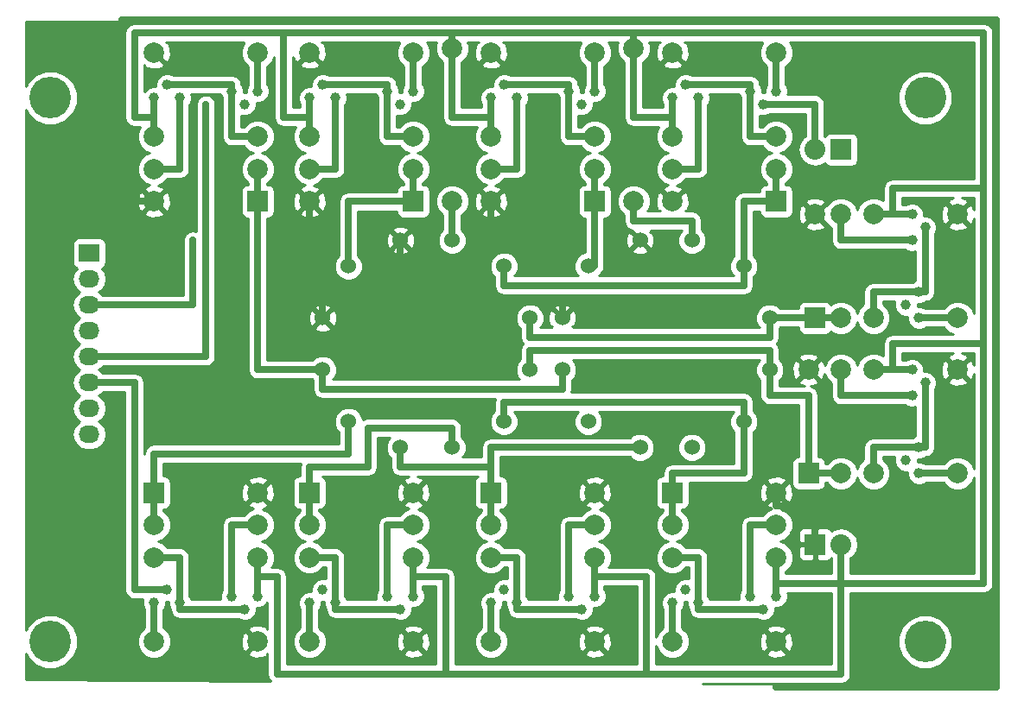
<source format=gbl>
G04 #@! TF.FileFunction,Copper,L2,Bot,Signal*
%FSLAX46Y46*%
G04 Gerber Fmt 4.6, Leading zero omitted, Abs format (unit mm)*
G04 Created by KiCad (PCBNEW 4.0.2+e4-6225~38~ubuntu15.10.1-stable) date Son 24 Jul 2016 14:48:10 CEST*
%MOMM*%
G01*
G04 APERTURE LIST*
%ADD10C,0.100000*%
%ADD11C,1.998980*%
%ADD12R,2.032000X2.032000*%
%ADD13O,2.032000X2.032000*%
%ADD14R,2.032000X1.727200*%
%ADD15O,2.032000X1.727200*%
%ADD16R,1.998980X1.998980*%
%ADD17C,1.524000*%
%ADD18C,1.000760*%
%ADD19C,4.064000*%
%ADD20C,0.600000*%
%ADD21C,0.635000*%
%ADD22C,0.250000*%
%ADD23C,0.254000*%
G04 APERTURE END LIST*
D10*
D11*
X108585000Y-102235000D03*
X98425000Y-102235000D03*
X144145000Y-52705000D03*
X133985000Y-52705000D03*
X98425000Y-60960000D03*
X108585000Y-60960000D03*
D12*
X147955000Y-100965000D03*
D13*
X150495000Y-100965000D03*
D14*
X76835000Y-72390000D03*
D15*
X76835000Y-74930000D03*
X76835000Y-77470000D03*
X76835000Y-80010000D03*
X76835000Y-82550000D03*
X76835000Y-85090000D03*
X76835000Y-87630000D03*
X76835000Y-90170000D03*
D11*
X98425000Y-110490000D03*
X108585000Y-110490000D03*
X116205000Y-60960000D03*
X126365000Y-60960000D03*
X126365000Y-52705000D03*
X116205000Y-52705000D03*
X144145000Y-102235000D03*
X133985000Y-102235000D03*
X133985000Y-110490000D03*
X144145000Y-110490000D03*
X108585000Y-52705000D03*
X98425000Y-52705000D03*
X153670000Y-83820000D03*
X153670000Y-93980000D03*
X161925000Y-93980000D03*
X161925000Y-83820000D03*
X83185000Y-60960000D03*
X93345000Y-60960000D03*
X93345000Y-52705000D03*
X83185000Y-52705000D03*
X93345000Y-102235000D03*
X83185000Y-102235000D03*
X83185000Y-110490000D03*
X93345000Y-110490000D03*
X126365000Y-102235000D03*
X116205000Y-102235000D03*
X116205000Y-110490000D03*
X126365000Y-110490000D03*
X153670000Y-68580000D03*
X153670000Y-78740000D03*
X161925000Y-78740000D03*
X161925000Y-68580000D03*
D12*
X150495000Y-62230000D03*
D13*
X147955000Y-62230000D03*
D11*
X133985000Y-60960000D03*
X144145000Y-60960000D03*
X130175000Y-67310000D03*
X130175000Y-52310000D03*
X112395000Y-67310000D03*
X112395000Y-52310000D03*
X108585000Y-95882460D03*
D16*
X98425000Y-95882460D03*
D11*
X116205000Y-67312540D03*
D16*
X126365000Y-67312540D03*
D11*
X144145000Y-95882460D03*
D16*
X133985000Y-95882460D03*
D11*
X133985000Y-67312540D03*
D16*
X144145000Y-67312540D03*
D11*
X98425000Y-67312540D03*
D16*
X108585000Y-67312540D03*
D11*
X147317460Y-83820000D03*
D16*
X147317460Y-93980000D03*
D11*
X83185000Y-67312540D03*
D16*
X93345000Y-67312540D03*
D11*
X93345000Y-95882460D03*
D16*
X83185000Y-95882460D03*
D11*
X126365000Y-95882460D03*
D16*
X116205000Y-95882460D03*
D11*
X147952460Y-68580000D03*
D16*
X147952460Y-78740000D03*
D11*
X116205000Y-64135000D03*
X126365000Y-64135000D03*
X108585000Y-99060000D03*
X98425000Y-99060000D03*
X144145000Y-99060000D03*
X133985000Y-99060000D03*
X133985000Y-64135000D03*
X144145000Y-64135000D03*
X98425000Y-64135000D03*
X108585000Y-64135000D03*
X150495000Y-83820000D03*
X150495000Y-93980000D03*
X83185000Y-64135000D03*
X93345000Y-64135000D03*
X93345000Y-99060000D03*
X83185000Y-99060000D03*
X126365000Y-99060000D03*
X116205000Y-99060000D03*
X150495000Y-68580000D03*
X150495000Y-78740000D03*
D17*
X99695000Y-78740000D03*
X99695000Y-83820000D03*
X102235000Y-88900000D03*
X120015000Y-83820000D03*
X120015000Y-78740000D03*
X117475000Y-73660000D03*
X112395000Y-71120000D03*
X107315000Y-71120000D03*
X102235000Y-73660000D03*
X107315000Y-91440000D03*
X112395000Y-91440000D03*
X117475000Y-88900000D03*
X123190000Y-78740000D03*
X123190000Y-83820000D03*
X125730000Y-88900000D03*
X143510000Y-83820000D03*
X143510000Y-78740000D03*
X140970000Y-73660000D03*
X135890000Y-71120000D03*
X130810000Y-71120000D03*
X125730000Y-73660000D03*
X130810000Y-91440000D03*
X135890000Y-91440000D03*
X140970000Y-88900000D03*
D18*
X99695000Y-105410000D03*
X100965000Y-106680000D03*
X98425000Y-106680000D03*
X125095000Y-57785000D03*
X123825000Y-56515000D03*
X126365000Y-56515000D03*
X107315000Y-107315000D03*
X106045000Y-106045000D03*
X108585000Y-106045000D03*
X117475000Y-55880000D03*
X118745000Y-57150000D03*
X116205000Y-57150000D03*
X135255000Y-105410000D03*
X136525000Y-106680000D03*
X133985000Y-106680000D03*
X142875000Y-57785000D03*
X141605000Y-56515000D03*
X144145000Y-56515000D03*
X142875000Y-107315000D03*
X141605000Y-106045000D03*
X144145000Y-106045000D03*
X135255000Y-55880000D03*
X136525000Y-57150000D03*
X133985000Y-57150000D03*
X107315000Y-57785000D03*
X106045000Y-56515000D03*
X108585000Y-56515000D03*
X99695000Y-55880000D03*
X100965000Y-57150000D03*
X98425000Y-57150000D03*
X156845000Y-92710000D03*
X158115000Y-91440000D03*
X158115000Y-93980000D03*
X158750000Y-85090000D03*
X157480000Y-86360000D03*
X157480000Y-83820000D03*
X92075000Y-57785000D03*
X90805000Y-56515000D03*
X93345000Y-56515000D03*
X84455000Y-55880000D03*
X85725000Y-57150000D03*
X83185000Y-57150000D03*
X84455000Y-105410000D03*
X85725000Y-106680000D03*
X83185000Y-106680000D03*
X92075000Y-107315000D03*
X90805000Y-106045000D03*
X93345000Y-106045000D03*
X117475000Y-105410000D03*
X118745000Y-106680000D03*
X116205000Y-106680000D03*
X125095000Y-107315000D03*
X123825000Y-106045000D03*
X126365000Y-106045000D03*
X156845000Y-77470000D03*
X158115000Y-76200000D03*
X158115000Y-78740000D03*
X158750000Y-69850000D03*
X157480000Y-71120000D03*
X157480000Y-68580000D03*
D19*
X158750000Y-57150000D03*
X158750000Y-110490000D03*
X73025000Y-57150000D03*
X73025000Y-110490000D03*
D20*
X130810000Y-76835000D03*
X144145000Y-114935000D03*
X147955000Y-97155000D03*
X165735000Y-97155000D03*
X165735000Y-83820000D03*
X165735000Y-68580000D03*
X133985000Y-49530000D03*
X116205000Y-49530000D03*
X98425000Y-49530000D03*
X83185000Y-49530000D03*
X86995000Y-71120000D03*
X88265000Y-57785000D03*
D21*
X130810000Y-76835000D02*
X123190000Y-76835000D01*
X116205000Y-67312540D02*
X116205000Y-71120000D01*
X114935000Y-71120000D02*
X114935000Y-76835000D01*
X116205000Y-71120000D02*
X114935000Y-71120000D01*
X83185000Y-67312540D02*
X80012540Y-67312540D01*
X80010000Y-49530000D02*
X83185000Y-49530000D01*
X80010000Y-67310000D02*
X80010000Y-49530000D01*
X80012540Y-67312540D02*
X80010000Y-67310000D01*
X165735000Y-68580000D02*
X165735000Y-49530000D01*
X165735000Y-49530000D02*
X133985000Y-49530000D01*
X165735000Y-97155000D02*
X165735000Y-114935000D01*
X165735000Y-114935000D02*
X144145000Y-114935000D01*
X165735000Y-83820000D02*
X165735000Y-97155000D01*
X165735000Y-83820000D02*
X165735000Y-68580000D01*
X133985000Y-49530000D02*
X116205000Y-49530000D01*
X116205000Y-49530000D02*
X98425000Y-49530000D01*
X98425000Y-49530000D02*
X97790000Y-49530000D01*
X83185000Y-49530000D02*
X97790000Y-49530000D01*
X98425000Y-67312540D02*
X98425000Y-76835000D01*
X98425000Y-76835000D02*
X99695000Y-76835000D01*
X107315000Y-71120000D02*
X107315000Y-76835000D01*
X123190000Y-78740000D02*
X123190000Y-76835000D01*
X123190000Y-76835000D02*
X114935000Y-76835000D01*
X99695000Y-76835000D02*
X99695000Y-78740000D01*
X114935000Y-76835000D02*
X107315000Y-76835000D01*
X107315000Y-76835000D02*
X99695000Y-76835000D01*
X147955000Y-100965000D02*
X147955000Y-97155000D01*
X147955000Y-97155000D02*
X144145000Y-97155000D01*
X144145000Y-97155000D02*
X144145000Y-95882460D01*
X95885000Y-52070000D02*
X95885000Y-50800000D01*
X126365000Y-104140000D02*
X131445000Y-104140000D01*
X131445000Y-104140000D02*
X131445000Y-113665000D01*
X108585000Y-104140000D02*
X111760000Y-104140000D01*
X111760000Y-104140000D02*
X111760000Y-113665000D01*
X93345000Y-104140000D02*
X95250000Y-104140000D01*
X95250000Y-104140000D02*
X95250000Y-113665000D01*
X99060000Y-113665000D02*
X95250000Y-113665000D01*
X111760000Y-113665000D02*
X99060000Y-113665000D01*
X150495000Y-113030000D02*
X150495000Y-113665000D01*
X150495000Y-113665000D02*
X135890000Y-113665000D01*
X135890000Y-113665000D02*
X131445000Y-113665000D01*
X150495000Y-113030000D02*
X150495000Y-104775000D01*
X131445000Y-113665000D02*
X111760000Y-113665000D01*
X98425000Y-59055000D02*
X95885000Y-59055000D01*
X95885000Y-59055000D02*
X95885000Y-52070000D01*
X95885000Y-52070000D02*
X95885000Y-51435000D01*
X112395000Y-50800000D02*
X95885000Y-50800000D01*
X95885000Y-50800000D02*
X81280000Y-50800000D01*
X81280000Y-50800000D02*
X81280000Y-59055000D01*
X81280000Y-59055000D02*
X83185000Y-59055000D01*
X126365000Y-50800000D02*
X112395000Y-50800000D01*
X130175000Y-50800000D02*
X126365000Y-50800000D01*
X112395000Y-50800000D02*
X112395000Y-52310000D01*
X130175000Y-52310000D02*
X130175000Y-50800000D01*
X130175000Y-52310000D02*
X130175000Y-51435000D01*
X164465000Y-61595000D02*
X164465000Y-50800000D01*
X164465000Y-50800000D02*
X130175000Y-50800000D01*
X164465000Y-66040000D02*
X164465000Y-61595000D01*
X155575000Y-68580000D02*
X155575000Y-66040000D01*
X155575000Y-66040000D02*
X164465000Y-66040000D01*
X164465000Y-66040000D02*
X164465000Y-76835000D01*
X164465000Y-76835000D02*
X164465000Y-81280000D01*
X155575000Y-83820000D02*
X155575000Y-81280000D01*
X155575000Y-81280000D02*
X164465000Y-81280000D01*
X150495000Y-104775000D02*
X164465000Y-104775000D01*
X164465000Y-104775000D02*
X164465000Y-81280000D01*
X153670000Y-83820000D02*
X155575000Y-83820000D01*
X155575000Y-83820000D02*
X157480000Y-83820000D01*
X150495000Y-100965000D02*
X150495000Y-104775000D01*
X150495000Y-104775000D02*
X144145000Y-104775000D01*
X130175000Y-52310000D02*
X130175000Y-59055000D01*
X130175000Y-59055000D02*
X133985000Y-59055000D01*
X112395000Y-52310000D02*
X112395000Y-59055000D01*
X112395000Y-59055000D02*
X116205000Y-59055000D01*
X153670000Y-68580000D02*
X155575000Y-68580000D01*
X155575000Y-68580000D02*
X157480000Y-68580000D01*
X133985000Y-60960000D02*
X133985000Y-59055000D01*
X133985000Y-59055000D02*
X133985000Y-57150000D01*
X116205000Y-60960000D02*
X116205000Y-59055000D01*
X116205000Y-59055000D02*
X116205000Y-57150000D01*
X98425000Y-60960000D02*
X98425000Y-59055000D01*
X98425000Y-59055000D02*
X98425000Y-57150000D01*
X83185000Y-60960000D02*
X83185000Y-59055000D01*
X83185000Y-59055000D02*
X83185000Y-57150000D01*
X144145000Y-102235000D02*
X144145000Y-104775000D01*
X144145000Y-104775000D02*
X144145000Y-106045000D01*
X126365000Y-106045000D02*
X126365000Y-104140000D01*
X126365000Y-104140000D02*
X126365000Y-102235000D01*
X93345000Y-102235000D02*
X93345000Y-104140000D01*
X93345000Y-104140000D02*
X93345000Y-106045000D01*
X108585000Y-106045000D02*
X108585000Y-104140000D01*
X108585000Y-104140000D02*
X108585000Y-102235000D01*
X76835000Y-77470000D02*
X80010000Y-77470000D01*
X80010000Y-77470000D02*
X86995000Y-77470000D01*
X86995000Y-71120000D02*
X86995000Y-77470000D01*
X76835000Y-82550000D02*
X78105000Y-82550000D01*
X78105000Y-82550000D02*
X88265000Y-82550000D01*
X88265000Y-57785000D02*
X88265000Y-82550000D01*
X84455000Y-105410000D02*
X81280000Y-105410000D01*
X81280000Y-85090000D02*
X76835000Y-85090000D01*
X81280000Y-105410000D02*
X81280000Y-85090000D01*
X98425000Y-102235000D02*
X100965000Y-102235000D01*
X100965000Y-102235000D02*
X100965000Y-106680000D01*
X107315000Y-107315000D02*
X100965000Y-107315000D01*
X100965000Y-107315000D02*
X100965000Y-106680000D01*
X126365000Y-60960000D02*
X123825000Y-60960000D01*
X123825000Y-60960000D02*
X123825000Y-56515000D01*
X117475000Y-55880000D02*
X123825000Y-55880000D01*
X123825000Y-55880000D02*
X123825000Y-56515000D01*
X133985000Y-102235000D02*
X136525000Y-102235000D01*
X136525000Y-102235000D02*
X136525000Y-106680000D01*
X142875000Y-107315000D02*
X136525000Y-107315000D01*
X136525000Y-107315000D02*
X136525000Y-106680000D01*
X141605000Y-106045000D02*
X141605000Y-99060000D01*
X141605000Y-99060000D02*
X144145000Y-99060000D01*
X153670000Y-93980000D02*
X153670000Y-91440000D01*
X153670000Y-91440000D02*
X158115000Y-91440000D01*
X158750000Y-85090000D02*
X158750000Y-91440000D01*
X158750000Y-91440000D02*
X158115000Y-91440000D01*
X93345000Y-60960000D02*
X90805000Y-60960000D01*
X90805000Y-60960000D02*
X90805000Y-56515000D01*
X84455000Y-55880000D02*
X90805000Y-55880000D01*
X90805000Y-55880000D02*
X90805000Y-56515000D01*
X83185000Y-102235000D02*
X85725000Y-102235000D01*
X85725000Y-102235000D02*
X85725000Y-106680000D01*
X92075000Y-107315000D02*
X85725000Y-107315000D01*
X85725000Y-107315000D02*
X85725000Y-106680000D01*
X116205000Y-102235000D02*
X118745000Y-102235000D01*
X118745000Y-102235000D02*
X118745000Y-106680000D01*
X125095000Y-107315000D02*
X118745000Y-107315000D01*
X118745000Y-107315000D02*
X118745000Y-106680000D01*
X142875000Y-57785000D02*
X147955000Y-57785000D01*
X147955000Y-57785000D02*
X147955000Y-62230000D01*
X153670000Y-78740000D02*
X153670000Y-76200000D01*
X153670000Y-76200000D02*
X158115000Y-76200000D01*
X158750000Y-69850000D02*
X158750000Y-76200000D01*
X158750000Y-76200000D02*
X158115000Y-76200000D01*
X130175000Y-67310000D02*
X130175000Y-69215000D01*
X135890000Y-69215000D02*
X135890000Y-71120000D01*
X130175000Y-69215000D02*
X135890000Y-69215000D01*
X112395000Y-67310000D02*
X112395000Y-71120000D01*
X98425000Y-95882460D02*
X98425000Y-93980000D01*
X112395000Y-89535000D02*
X112395000Y-91440000D01*
X104140000Y-89535000D02*
X112395000Y-89535000D01*
X104140000Y-93345000D02*
X104140000Y-89535000D01*
X98425000Y-93345000D02*
X104140000Y-93345000D01*
X98425000Y-93980000D02*
X98425000Y-93345000D01*
X98425000Y-95882460D02*
X98425000Y-99060000D01*
X126365000Y-67312540D02*
X126365000Y-73660000D01*
X126365000Y-73660000D02*
X125730000Y-73660000D01*
X126365000Y-67312540D02*
X126365000Y-64135000D01*
X140970000Y-88900000D02*
X140970000Y-86995000D01*
X117475000Y-86995000D02*
X117475000Y-88900000D01*
X140970000Y-86995000D02*
X117475000Y-86995000D01*
X133985000Y-95882460D02*
X133985000Y-93980000D01*
X140970000Y-93980000D02*
X140970000Y-88900000D01*
X133985000Y-93980000D02*
X140970000Y-93980000D01*
X133985000Y-95882460D02*
X133985000Y-99060000D01*
X117475000Y-73660000D02*
X117475000Y-75565000D01*
X140970000Y-75565000D02*
X140970000Y-73660000D01*
X117475000Y-75565000D02*
X140970000Y-75565000D01*
X144145000Y-67312540D02*
X140972540Y-67312540D01*
X140970000Y-67315080D02*
X140970000Y-73660000D01*
X140972540Y-67312540D02*
X140970000Y-67315080D01*
X144145000Y-67312540D02*
X144145000Y-64135000D01*
X108585000Y-67312540D02*
X102237540Y-67312540D01*
X102235000Y-67315080D02*
X102235000Y-73660000D01*
X102237540Y-67312540D02*
X102235000Y-67315080D01*
X108585000Y-64135000D02*
X108585000Y-67312540D01*
X143510000Y-83820000D02*
X143510000Y-81915000D01*
X120015000Y-81915000D02*
X120015000Y-83820000D01*
X143510000Y-81915000D02*
X120015000Y-81915000D01*
D22*
X143510000Y-83820000D02*
X143510000Y-83185000D01*
D21*
X143510000Y-83820000D02*
X143510000Y-86360000D01*
X147317460Y-86362540D02*
X147317460Y-93980000D01*
X147320000Y-86360000D02*
X147317460Y-86362540D01*
X143510000Y-86360000D02*
X147320000Y-86360000D01*
X150495000Y-93980000D02*
X147317460Y-93980000D01*
X123190000Y-83820000D02*
X123190000Y-85725000D01*
X99695000Y-85725000D02*
X99695000Y-83820000D01*
X123190000Y-85725000D02*
X99695000Y-85725000D01*
X93345000Y-67312540D02*
X93345000Y-83820000D01*
X93345000Y-83820000D02*
X99695000Y-83820000D01*
X93345000Y-67312540D02*
X93345000Y-64135000D01*
X83185000Y-95882460D02*
X83185000Y-92075000D01*
X102235000Y-92075000D02*
X102235000Y-88900000D01*
X83185000Y-92075000D02*
X102235000Y-92075000D01*
X83185000Y-95882460D02*
X83185000Y-99060000D01*
X107315000Y-91440000D02*
X107315000Y-93345000D01*
X107315000Y-93345000D02*
X116205000Y-93345000D01*
X116205000Y-95882460D02*
X116205000Y-93345000D01*
X116205000Y-93345000D02*
X116205000Y-91440000D01*
X116205000Y-91440000D02*
X130810000Y-91440000D01*
X116205000Y-99060000D02*
X116205000Y-95882460D01*
X143510000Y-78740000D02*
X143510000Y-80645000D01*
X120015000Y-80645000D02*
X120015000Y-78740000D01*
X143510000Y-80645000D02*
X120015000Y-80645000D01*
X147952460Y-78740000D02*
X143510000Y-78740000D01*
X150495000Y-78740000D02*
X147952460Y-78740000D01*
X106045000Y-56515000D02*
X106045000Y-60960000D01*
X106045000Y-60960000D02*
X108585000Y-60960000D01*
X99695000Y-55880000D02*
X106045000Y-55880000D01*
X106045000Y-55880000D02*
X106045000Y-56515000D01*
X98425000Y-106680000D02*
X98425000Y-110490000D01*
X126365000Y-56515000D02*
X126365000Y-52705000D01*
X108585000Y-99060000D02*
X106045000Y-99060000D01*
X106045000Y-99060000D02*
X106045000Y-106045000D01*
X116205000Y-64135000D02*
X118745000Y-64135000D01*
X118745000Y-64135000D02*
X118745000Y-57150000D01*
X133985000Y-106680000D02*
X133985000Y-110490000D01*
X144145000Y-60960000D02*
X141605000Y-60960000D01*
X141605000Y-60960000D02*
X141605000Y-56515000D01*
X135255000Y-55880000D02*
X141605000Y-55880000D01*
X141605000Y-55880000D02*
X141605000Y-56515000D01*
X144145000Y-56515000D02*
X144145000Y-52705000D01*
X133985000Y-64135000D02*
X136525000Y-64135000D01*
X136525000Y-64135000D02*
X136525000Y-57150000D01*
X108585000Y-56515000D02*
X108585000Y-52705000D01*
X98425000Y-64135000D02*
X100965000Y-64135000D01*
X100965000Y-64135000D02*
X100965000Y-57150000D01*
X158115000Y-93980000D02*
X161925000Y-93980000D01*
X150495000Y-83820000D02*
X150495000Y-86360000D01*
X150495000Y-86360000D02*
X157480000Y-86360000D01*
X93345000Y-52705000D02*
X93345000Y-56515000D01*
X83185000Y-64135000D02*
X85725000Y-64135000D01*
X85725000Y-64135000D02*
X85725000Y-57150000D01*
X83185000Y-106680000D02*
X83185000Y-110490000D01*
X93345000Y-99060000D02*
X90805000Y-99060000D01*
X90805000Y-99060000D02*
X90805000Y-106045000D01*
X116205000Y-106680000D02*
X116205000Y-110490000D01*
X126365000Y-99060000D02*
X123825000Y-99060000D01*
X123825000Y-99060000D02*
X123825000Y-106045000D01*
X158115000Y-78740000D02*
X161925000Y-78740000D01*
X150495000Y-68580000D02*
X150495000Y-71120000D01*
X150495000Y-71120000D02*
X157480000Y-71120000D01*
D23*
G36*
X88079833Y-56849838D02*
X87988857Y-56887428D01*
X87900494Y-56905005D01*
X87826239Y-56954621D01*
X87736057Y-56991883D01*
X87666390Y-57061428D01*
X87591481Y-57111481D01*
X87541865Y-57185736D01*
X87472808Y-57254673D01*
X87435058Y-57345584D01*
X87385005Y-57420494D01*
X87367582Y-57508083D01*
X87330162Y-57598201D01*
X87330076Y-57696638D01*
X87312500Y-57785000D01*
X87312500Y-70230655D01*
X87271917Y-70222582D01*
X87181799Y-70185162D01*
X87083362Y-70185076D01*
X86995000Y-70167500D01*
X86907409Y-70184923D01*
X86809833Y-70184838D01*
X86718857Y-70222428D01*
X86630494Y-70240005D01*
X86556239Y-70289621D01*
X86466057Y-70326883D01*
X86396390Y-70396428D01*
X86321481Y-70446481D01*
X86271865Y-70520736D01*
X86202808Y-70589673D01*
X86165058Y-70680584D01*
X86115005Y-70755494D01*
X86097582Y-70843083D01*
X86060162Y-70933201D01*
X86060076Y-71031638D01*
X86042500Y-71120000D01*
X86042500Y-76517500D01*
X78151024Y-76517500D01*
X78079415Y-76410330D01*
X77764634Y-76200000D01*
X78079415Y-75989670D01*
X78404271Y-75503489D01*
X78518345Y-74930000D01*
X78404271Y-74356511D01*
X78079415Y-73870330D01*
X78065087Y-73860757D01*
X78086317Y-73856762D01*
X78302441Y-73717690D01*
X78447431Y-73505490D01*
X78498440Y-73253600D01*
X78498440Y-71526400D01*
X78454162Y-71291083D01*
X78315090Y-71074959D01*
X78102890Y-70929969D01*
X77851000Y-70878960D01*
X75819000Y-70878960D01*
X75583683Y-70923238D01*
X75367559Y-71062310D01*
X75222569Y-71274510D01*
X75171560Y-71526400D01*
X75171560Y-73253600D01*
X75215838Y-73488917D01*
X75354910Y-73705041D01*
X75567110Y-73850031D01*
X75608439Y-73858400D01*
X75590585Y-73870330D01*
X75265729Y-74356511D01*
X75151655Y-74930000D01*
X75265729Y-75503489D01*
X75590585Y-75989670D01*
X75905366Y-76200000D01*
X75590585Y-76410330D01*
X75265729Y-76896511D01*
X75151655Y-77470000D01*
X75265729Y-78043489D01*
X75590585Y-78529670D01*
X75905366Y-78740000D01*
X75590585Y-78950330D01*
X75265729Y-79436511D01*
X75151655Y-80010000D01*
X75265729Y-80583489D01*
X75590585Y-81069670D01*
X75905366Y-81280000D01*
X75590585Y-81490330D01*
X75265729Y-81976511D01*
X75151655Y-82550000D01*
X75265729Y-83123489D01*
X75590585Y-83609670D01*
X75905366Y-83820000D01*
X75590585Y-84030330D01*
X75265729Y-84516511D01*
X75151655Y-85090000D01*
X75265729Y-85663489D01*
X75590585Y-86149670D01*
X75905366Y-86360000D01*
X75590585Y-86570330D01*
X75265729Y-87056511D01*
X75151655Y-87630000D01*
X75265729Y-88203489D01*
X75590585Y-88689670D01*
X75905366Y-88900000D01*
X75590585Y-89110330D01*
X75265729Y-89596511D01*
X75151655Y-90170000D01*
X75265729Y-90743489D01*
X75590585Y-91229670D01*
X76076766Y-91554526D01*
X76650255Y-91668600D01*
X77019745Y-91668600D01*
X77593234Y-91554526D01*
X78079415Y-91229670D01*
X78404271Y-90743489D01*
X78518345Y-90170000D01*
X78404271Y-89596511D01*
X78079415Y-89110330D01*
X77764634Y-88900000D01*
X78079415Y-88689670D01*
X78404271Y-88203489D01*
X78518345Y-87630000D01*
X78404271Y-87056511D01*
X78079415Y-86570330D01*
X77764634Y-86360000D01*
X78079415Y-86149670D01*
X78151024Y-86042500D01*
X80327500Y-86042500D01*
X80327500Y-105410000D01*
X80400005Y-105774506D01*
X80606481Y-106083519D01*
X80915494Y-106289995D01*
X81280000Y-106362500D01*
X82087467Y-106362500D01*
X82049818Y-106453168D01*
X82049424Y-106904850D01*
X82221911Y-107322301D01*
X82232500Y-107332909D01*
X82232500Y-109131334D01*
X81800154Y-109562927D01*
X81550794Y-110163453D01*
X81550226Y-110813694D01*
X81798538Y-111414655D01*
X82257927Y-111874846D01*
X82858453Y-112124206D01*
X83508694Y-112124774D01*
X84109655Y-111876462D01*
X84569846Y-111417073D01*
X84819206Y-110816547D01*
X84819722Y-110225582D01*
X91699599Y-110225582D01*
X91723659Y-110875377D01*
X91926035Y-111363958D01*
X92192837Y-111462557D01*
X93165395Y-110490000D01*
X92192837Y-109517443D01*
X91926035Y-109616042D01*
X91699599Y-110225582D01*
X84819722Y-110225582D01*
X84819774Y-110166306D01*
X84571462Y-109565345D01*
X84137500Y-109130625D01*
X84137500Y-107333431D01*
X84146967Y-107323981D01*
X84320182Y-106906832D01*
X84320497Y-106545263D01*
X84589737Y-106545497D01*
X84589424Y-106904850D01*
X84761911Y-107322301D01*
X84776949Y-107337365D01*
X84845005Y-107679506D01*
X85051481Y-107988519D01*
X85360494Y-108194995D01*
X85725000Y-108267500D01*
X91421569Y-108267500D01*
X91431019Y-108276967D01*
X91848168Y-108450182D01*
X92299850Y-108450576D01*
X92717301Y-108278089D01*
X93036967Y-107958981D01*
X93210182Y-107541832D01*
X93210497Y-107180263D01*
X93569850Y-107180576D01*
X93987301Y-107008089D01*
X94297500Y-106698431D01*
X94297500Y-109283564D01*
X94218958Y-109071035D01*
X93609418Y-108844599D01*
X92959623Y-108868659D01*
X92471042Y-109071035D01*
X92372443Y-109337837D01*
X93345000Y-110310395D01*
X93359142Y-110296252D01*
X93538748Y-110475858D01*
X93524605Y-110490000D01*
X93538748Y-110504142D01*
X93359142Y-110683748D01*
X93345000Y-110669605D01*
X92372443Y-111642163D01*
X92471042Y-111908965D01*
X93080582Y-112135401D01*
X93730377Y-112111341D01*
X94218958Y-111908965D01*
X94297500Y-111696436D01*
X94297500Y-113665000D01*
X94370005Y-114029506D01*
X94575293Y-114336741D01*
X70612000Y-114178044D01*
X70612000Y-111634017D01*
X70762709Y-111998761D01*
X71512293Y-112749655D01*
X72492173Y-113156536D01*
X73553172Y-113157462D01*
X74533761Y-112752291D01*
X75284655Y-112002707D01*
X75691536Y-111022827D01*
X75692462Y-109961828D01*
X75287291Y-108981239D01*
X74537707Y-108230345D01*
X73557827Y-107823464D01*
X72496828Y-107822538D01*
X71516239Y-108227709D01*
X70765345Y-108977293D01*
X70612000Y-109346589D01*
X70612000Y-68464703D01*
X82212443Y-68464703D01*
X82311042Y-68731505D01*
X82920582Y-68957941D01*
X83570377Y-68933881D01*
X84058958Y-68731505D01*
X84157557Y-68464703D01*
X83185000Y-67492145D01*
X82212443Y-68464703D01*
X70612000Y-68464703D01*
X70612000Y-67048122D01*
X81539599Y-67048122D01*
X81563659Y-67697917D01*
X81766035Y-68186498D01*
X82032837Y-68285097D01*
X83005395Y-67312540D01*
X83364605Y-67312540D01*
X84337163Y-68285097D01*
X84603965Y-68186498D01*
X84830401Y-67576958D01*
X84806341Y-66927163D01*
X84603965Y-66438582D01*
X84337163Y-66339983D01*
X83364605Y-67312540D01*
X83005395Y-67312540D01*
X82032837Y-66339983D01*
X81766035Y-66438582D01*
X81539599Y-67048122D01*
X70612000Y-67048122D01*
X70612000Y-58294017D01*
X70762709Y-58658761D01*
X71512293Y-59409655D01*
X72492173Y-59816536D01*
X73553172Y-59817462D01*
X74533761Y-59412291D01*
X75284655Y-58662707D01*
X75691536Y-57682827D01*
X75692462Y-56621828D01*
X75287291Y-55641239D01*
X74537707Y-54890345D01*
X73557827Y-54483464D01*
X72496828Y-54482538D01*
X71516239Y-54887709D01*
X70765345Y-55637293D01*
X70612000Y-56006589D01*
X70612000Y-49657000D01*
X165608000Y-49657000D01*
X165608000Y-114807156D01*
X136969917Y-114617500D01*
X150495000Y-114617500D01*
X150859506Y-114544995D01*
X151168519Y-114338519D01*
X151374995Y-114029506D01*
X151447500Y-113665000D01*
X151447500Y-111018172D01*
X156082538Y-111018172D01*
X156487709Y-111998761D01*
X157237293Y-112749655D01*
X158217173Y-113156536D01*
X159278172Y-113157462D01*
X160258761Y-112752291D01*
X161009655Y-112002707D01*
X161416536Y-111022827D01*
X161417462Y-109961828D01*
X161012291Y-108981239D01*
X160262707Y-108230345D01*
X159282827Y-107823464D01*
X158221828Y-107822538D01*
X157241239Y-108227709D01*
X156490345Y-108977293D01*
X156083464Y-109957173D01*
X156082538Y-111018172D01*
X151447500Y-111018172D01*
X151447500Y-105727500D01*
X164465000Y-105727500D01*
X164829506Y-105654995D01*
X165138519Y-105448519D01*
X165344995Y-105139506D01*
X165417500Y-104775000D01*
X165417500Y-50800000D01*
X165344995Y-50435494D01*
X165138519Y-50126481D01*
X164829506Y-49920005D01*
X164465000Y-49847500D01*
X81280000Y-49847500D01*
X80915494Y-49920005D01*
X80606481Y-50126481D01*
X80400005Y-50435494D01*
X80327500Y-50800000D01*
X80327500Y-59055000D01*
X80400005Y-59419506D01*
X80606481Y-59728519D01*
X80915494Y-59934995D01*
X81280000Y-60007500D01*
X81825625Y-60007500D01*
X81800154Y-60032927D01*
X81550794Y-60633453D01*
X81550226Y-61283694D01*
X81798538Y-61884655D01*
X82257927Y-62344846D01*
X82746432Y-62547691D01*
X82260345Y-62748538D01*
X81800154Y-63207927D01*
X81550794Y-63808453D01*
X81550226Y-64458694D01*
X81798538Y-65059655D01*
X82257927Y-65519846D01*
X82735027Y-65717955D01*
X82311042Y-65893575D01*
X82212443Y-66160377D01*
X83185000Y-67132935D01*
X84157557Y-66160377D01*
X84058958Y-65893575D01*
X83611430Y-65727324D01*
X84109655Y-65521462D01*
X84544375Y-65087500D01*
X85725000Y-65087500D01*
X86089506Y-65014995D01*
X86398519Y-64808519D01*
X86604995Y-64499506D01*
X86677500Y-64135000D01*
X86677500Y-57803431D01*
X86686967Y-57793981D01*
X86860182Y-57376832D01*
X86860576Y-56925150D01*
X86822294Y-56832500D01*
X88265000Y-56832500D01*
X88177409Y-56849923D01*
X88079833Y-56849838D01*
X88079833Y-56849838D01*
G37*
X88079833Y-56849838D02*
X87988857Y-56887428D01*
X87900494Y-56905005D01*
X87826239Y-56954621D01*
X87736057Y-56991883D01*
X87666390Y-57061428D01*
X87591481Y-57111481D01*
X87541865Y-57185736D01*
X87472808Y-57254673D01*
X87435058Y-57345584D01*
X87385005Y-57420494D01*
X87367582Y-57508083D01*
X87330162Y-57598201D01*
X87330076Y-57696638D01*
X87312500Y-57785000D01*
X87312500Y-70230655D01*
X87271917Y-70222582D01*
X87181799Y-70185162D01*
X87083362Y-70185076D01*
X86995000Y-70167500D01*
X86907409Y-70184923D01*
X86809833Y-70184838D01*
X86718857Y-70222428D01*
X86630494Y-70240005D01*
X86556239Y-70289621D01*
X86466057Y-70326883D01*
X86396390Y-70396428D01*
X86321481Y-70446481D01*
X86271865Y-70520736D01*
X86202808Y-70589673D01*
X86165058Y-70680584D01*
X86115005Y-70755494D01*
X86097582Y-70843083D01*
X86060162Y-70933201D01*
X86060076Y-71031638D01*
X86042500Y-71120000D01*
X86042500Y-76517500D01*
X78151024Y-76517500D01*
X78079415Y-76410330D01*
X77764634Y-76200000D01*
X78079415Y-75989670D01*
X78404271Y-75503489D01*
X78518345Y-74930000D01*
X78404271Y-74356511D01*
X78079415Y-73870330D01*
X78065087Y-73860757D01*
X78086317Y-73856762D01*
X78302441Y-73717690D01*
X78447431Y-73505490D01*
X78498440Y-73253600D01*
X78498440Y-71526400D01*
X78454162Y-71291083D01*
X78315090Y-71074959D01*
X78102890Y-70929969D01*
X77851000Y-70878960D01*
X75819000Y-70878960D01*
X75583683Y-70923238D01*
X75367559Y-71062310D01*
X75222569Y-71274510D01*
X75171560Y-71526400D01*
X75171560Y-73253600D01*
X75215838Y-73488917D01*
X75354910Y-73705041D01*
X75567110Y-73850031D01*
X75608439Y-73858400D01*
X75590585Y-73870330D01*
X75265729Y-74356511D01*
X75151655Y-74930000D01*
X75265729Y-75503489D01*
X75590585Y-75989670D01*
X75905366Y-76200000D01*
X75590585Y-76410330D01*
X75265729Y-76896511D01*
X75151655Y-77470000D01*
X75265729Y-78043489D01*
X75590585Y-78529670D01*
X75905366Y-78740000D01*
X75590585Y-78950330D01*
X75265729Y-79436511D01*
X75151655Y-80010000D01*
X75265729Y-80583489D01*
X75590585Y-81069670D01*
X75905366Y-81280000D01*
X75590585Y-81490330D01*
X75265729Y-81976511D01*
X75151655Y-82550000D01*
X75265729Y-83123489D01*
X75590585Y-83609670D01*
X75905366Y-83820000D01*
X75590585Y-84030330D01*
X75265729Y-84516511D01*
X75151655Y-85090000D01*
X75265729Y-85663489D01*
X75590585Y-86149670D01*
X75905366Y-86360000D01*
X75590585Y-86570330D01*
X75265729Y-87056511D01*
X75151655Y-87630000D01*
X75265729Y-88203489D01*
X75590585Y-88689670D01*
X75905366Y-88900000D01*
X75590585Y-89110330D01*
X75265729Y-89596511D01*
X75151655Y-90170000D01*
X75265729Y-90743489D01*
X75590585Y-91229670D01*
X76076766Y-91554526D01*
X76650255Y-91668600D01*
X77019745Y-91668600D01*
X77593234Y-91554526D01*
X78079415Y-91229670D01*
X78404271Y-90743489D01*
X78518345Y-90170000D01*
X78404271Y-89596511D01*
X78079415Y-89110330D01*
X77764634Y-88900000D01*
X78079415Y-88689670D01*
X78404271Y-88203489D01*
X78518345Y-87630000D01*
X78404271Y-87056511D01*
X78079415Y-86570330D01*
X77764634Y-86360000D01*
X78079415Y-86149670D01*
X78151024Y-86042500D01*
X80327500Y-86042500D01*
X80327500Y-105410000D01*
X80400005Y-105774506D01*
X80606481Y-106083519D01*
X80915494Y-106289995D01*
X81280000Y-106362500D01*
X82087467Y-106362500D01*
X82049818Y-106453168D01*
X82049424Y-106904850D01*
X82221911Y-107322301D01*
X82232500Y-107332909D01*
X82232500Y-109131334D01*
X81800154Y-109562927D01*
X81550794Y-110163453D01*
X81550226Y-110813694D01*
X81798538Y-111414655D01*
X82257927Y-111874846D01*
X82858453Y-112124206D01*
X83508694Y-112124774D01*
X84109655Y-111876462D01*
X84569846Y-111417073D01*
X84819206Y-110816547D01*
X84819722Y-110225582D01*
X91699599Y-110225582D01*
X91723659Y-110875377D01*
X91926035Y-111363958D01*
X92192837Y-111462557D01*
X93165395Y-110490000D01*
X92192837Y-109517443D01*
X91926035Y-109616042D01*
X91699599Y-110225582D01*
X84819722Y-110225582D01*
X84819774Y-110166306D01*
X84571462Y-109565345D01*
X84137500Y-109130625D01*
X84137500Y-107333431D01*
X84146967Y-107323981D01*
X84320182Y-106906832D01*
X84320497Y-106545263D01*
X84589737Y-106545497D01*
X84589424Y-106904850D01*
X84761911Y-107322301D01*
X84776949Y-107337365D01*
X84845005Y-107679506D01*
X85051481Y-107988519D01*
X85360494Y-108194995D01*
X85725000Y-108267500D01*
X91421569Y-108267500D01*
X91431019Y-108276967D01*
X91848168Y-108450182D01*
X92299850Y-108450576D01*
X92717301Y-108278089D01*
X93036967Y-107958981D01*
X93210182Y-107541832D01*
X93210497Y-107180263D01*
X93569850Y-107180576D01*
X93987301Y-107008089D01*
X94297500Y-106698431D01*
X94297500Y-109283564D01*
X94218958Y-109071035D01*
X93609418Y-108844599D01*
X92959623Y-108868659D01*
X92471042Y-109071035D01*
X92372443Y-109337837D01*
X93345000Y-110310395D01*
X93359142Y-110296252D01*
X93538748Y-110475858D01*
X93524605Y-110490000D01*
X93538748Y-110504142D01*
X93359142Y-110683748D01*
X93345000Y-110669605D01*
X92372443Y-111642163D01*
X92471042Y-111908965D01*
X93080582Y-112135401D01*
X93730377Y-112111341D01*
X94218958Y-111908965D01*
X94297500Y-111696436D01*
X94297500Y-113665000D01*
X94370005Y-114029506D01*
X94575293Y-114336741D01*
X70612000Y-114178044D01*
X70612000Y-111634017D01*
X70762709Y-111998761D01*
X71512293Y-112749655D01*
X72492173Y-113156536D01*
X73553172Y-113157462D01*
X74533761Y-112752291D01*
X75284655Y-112002707D01*
X75691536Y-111022827D01*
X75692462Y-109961828D01*
X75287291Y-108981239D01*
X74537707Y-108230345D01*
X73557827Y-107823464D01*
X72496828Y-107822538D01*
X71516239Y-108227709D01*
X70765345Y-108977293D01*
X70612000Y-109346589D01*
X70612000Y-68464703D01*
X82212443Y-68464703D01*
X82311042Y-68731505D01*
X82920582Y-68957941D01*
X83570377Y-68933881D01*
X84058958Y-68731505D01*
X84157557Y-68464703D01*
X83185000Y-67492145D01*
X82212443Y-68464703D01*
X70612000Y-68464703D01*
X70612000Y-67048122D01*
X81539599Y-67048122D01*
X81563659Y-67697917D01*
X81766035Y-68186498D01*
X82032837Y-68285097D01*
X83005395Y-67312540D01*
X83364605Y-67312540D01*
X84337163Y-68285097D01*
X84603965Y-68186498D01*
X84830401Y-67576958D01*
X84806341Y-66927163D01*
X84603965Y-66438582D01*
X84337163Y-66339983D01*
X83364605Y-67312540D01*
X83005395Y-67312540D01*
X82032837Y-66339983D01*
X81766035Y-66438582D01*
X81539599Y-67048122D01*
X70612000Y-67048122D01*
X70612000Y-58294017D01*
X70762709Y-58658761D01*
X71512293Y-59409655D01*
X72492173Y-59816536D01*
X73553172Y-59817462D01*
X74533761Y-59412291D01*
X75284655Y-58662707D01*
X75691536Y-57682827D01*
X75692462Y-56621828D01*
X75287291Y-55641239D01*
X74537707Y-54890345D01*
X73557827Y-54483464D01*
X72496828Y-54482538D01*
X71516239Y-54887709D01*
X70765345Y-55637293D01*
X70612000Y-56006589D01*
X70612000Y-49657000D01*
X165608000Y-49657000D01*
X165608000Y-114807156D01*
X136969917Y-114617500D01*
X150495000Y-114617500D01*
X150859506Y-114544995D01*
X151168519Y-114338519D01*
X151374995Y-114029506D01*
X151447500Y-113665000D01*
X151447500Y-111018172D01*
X156082538Y-111018172D01*
X156487709Y-111998761D01*
X157237293Y-112749655D01*
X158217173Y-113156536D01*
X159278172Y-113157462D01*
X160258761Y-112752291D01*
X161009655Y-112002707D01*
X161416536Y-111022827D01*
X161417462Y-109961828D01*
X161012291Y-108981239D01*
X160262707Y-108230345D01*
X159282827Y-107823464D01*
X158221828Y-107822538D01*
X157241239Y-108227709D01*
X156490345Y-108977293D01*
X156083464Y-109957173D01*
X156082538Y-111018172D01*
X151447500Y-111018172D01*
X151447500Y-105727500D01*
X164465000Y-105727500D01*
X164829506Y-105654995D01*
X165138519Y-105448519D01*
X165344995Y-105139506D01*
X165417500Y-104775000D01*
X165417500Y-50800000D01*
X165344995Y-50435494D01*
X165138519Y-50126481D01*
X164829506Y-49920005D01*
X164465000Y-49847500D01*
X81280000Y-49847500D01*
X80915494Y-49920005D01*
X80606481Y-50126481D01*
X80400005Y-50435494D01*
X80327500Y-50800000D01*
X80327500Y-59055000D01*
X80400005Y-59419506D01*
X80606481Y-59728519D01*
X80915494Y-59934995D01*
X81280000Y-60007500D01*
X81825625Y-60007500D01*
X81800154Y-60032927D01*
X81550794Y-60633453D01*
X81550226Y-61283694D01*
X81798538Y-61884655D01*
X82257927Y-62344846D01*
X82746432Y-62547691D01*
X82260345Y-62748538D01*
X81800154Y-63207927D01*
X81550794Y-63808453D01*
X81550226Y-64458694D01*
X81798538Y-65059655D01*
X82257927Y-65519846D01*
X82735027Y-65717955D01*
X82311042Y-65893575D01*
X82212443Y-66160377D01*
X83185000Y-67132935D01*
X84157557Y-66160377D01*
X84058958Y-65893575D01*
X83611430Y-65727324D01*
X84109655Y-65521462D01*
X84544375Y-65087500D01*
X85725000Y-65087500D01*
X86089506Y-65014995D01*
X86398519Y-64808519D01*
X86604995Y-64499506D01*
X86677500Y-64135000D01*
X86677500Y-57803431D01*
X86686967Y-57793981D01*
X86860182Y-57376832D01*
X86860576Y-56925150D01*
X86822294Y-56832500D01*
X88265000Y-56832500D01*
X88177409Y-56849923D01*
X88079833Y-56849838D01*
G36*
X149542500Y-112712500D02*
X132397500Y-112712500D01*
X132397500Y-110928106D01*
X132598538Y-111414655D01*
X133057927Y-111874846D01*
X133658453Y-112124206D01*
X134308694Y-112124774D01*
X134909655Y-111876462D01*
X135144363Y-111642163D01*
X143172443Y-111642163D01*
X143271042Y-111908965D01*
X143880582Y-112135401D01*
X144530377Y-112111341D01*
X145018958Y-111908965D01*
X145117557Y-111642163D01*
X144145000Y-110669605D01*
X143172443Y-111642163D01*
X135144363Y-111642163D01*
X135369846Y-111417073D01*
X135619206Y-110816547D01*
X135619722Y-110225582D01*
X142499599Y-110225582D01*
X142523659Y-110875377D01*
X142726035Y-111363958D01*
X142992837Y-111462557D01*
X143965395Y-110490000D01*
X144324605Y-110490000D01*
X145297163Y-111462557D01*
X145563965Y-111363958D01*
X145790401Y-110754418D01*
X145766341Y-110104623D01*
X145563965Y-109616042D01*
X145297163Y-109517443D01*
X144324605Y-110490000D01*
X143965395Y-110490000D01*
X142992837Y-109517443D01*
X142726035Y-109616042D01*
X142499599Y-110225582D01*
X135619722Y-110225582D01*
X135619774Y-110166306D01*
X135371462Y-109565345D01*
X135144351Y-109337837D01*
X143172443Y-109337837D01*
X144145000Y-110310395D01*
X145117557Y-109337837D01*
X145018958Y-109071035D01*
X144409418Y-108844599D01*
X143759623Y-108868659D01*
X143271042Y-109071035D01*
X143172443Y-109337837D01*
X135144351Y-109337837D01*
X134937500Y-109130625D01*
X134937500Y-107333431D01*
X134946967Y-107323981D01*
X135120182Y-106906832D01*
X135120497Y-106545263D01*
X135389737Y-106545497D01*
X135389424Y-106904850D01*
X135561911Y-107322301D01*
X135576949Y-107337365D01*
X135645005Y-107679506D01*
X135851481Y-107988519D01*
X136160494Y-108194995D01*
X136525000Y-108267500D01*
X142221569Y-108267500D01*
X142231019Y-108276967D01*
X142648168Y-108450182D01*
X143099850Y-108450576D01*
X143517301Y-108278089D01*
X143836967Y-107958981D01*
X144010182Y-107541832D01*
X144010497Y-107180263D01*
X144369850Y-107180576D01*
X144787301Y-107008089D01*
X145106967Y-106688981D01*
X145280182Y-106271832D01*
X145280576Y-105820150D01*
X145242294Y-105727500D01*
X149542500Y-105727500D01*
X149542500Y-112712500D01*
X149542500Y-112712500D01*
G37*
X149542500Y-112712500D02*
X132397500Y-112712500D01*
X132397500Y-110928106D01*
X132598538Y-111414655D01*
X133057927Y-111874846D01*
X133658453Y-112124206D01*
X134308694Y-112124774D01*
X134909655Y-111876462D01*
X135144363Y-111642163D01*
X143172443Y-111642163D01*
X143271042Y-111908965D01*
X143880582Y-112135401D01*
X144530377Y-112111341D01*
X145018958Y-111908965D01*
X145117557Y-111642163D01*
X144145000Y-110669605D01*
X143172443Y-111642163D01*
X135144363Y-111642163D01*
X135369846Y-111417073D01*
X135619206Y-110816547D01*
X135619722Y-110225582D01*
X142499599Y-110225582D01*
X142523659Y-110875377D01*
X142726035Y-111363958D01*
X142992837Y-111462557D01*
X143965395Y-110490000D01*
X144324605Y-110490000D01*
X145297163Y-111462557D01*
X145563965Y-111363958D01*
X145790401Y-110754418D01*
X145766341Y-110104623D01*
X145563965Y-109616042D01*
X145297163Y-109517443D01*
X144324605Y-110490000D01*
X143965395Y-110490000D01*
X142992837Y-109517443D01*
X142726035Y-109616042D01*
X142499599Y-110225582D01*
X135619722Y-110225582D01*
X135619774Y-110166306D01*
X135371462Y-109565345D01*
X135144351Y-109337837D01*
X143172443Y-109337837D01*
X144145000Y-110310395D01*
X145117557Y-109337837D01*
X145018958Y-109071035D01*
X144409418Y-108844599D01*
X143759623Y-108868659D01*
X143271042Y-109071035D01*
X143172443Y-109337837D01*
X135144351Y-109337837D01*
X134937500Y-109130625D01*
X134937500Y-107333431D01*
X134946967Y-107323981D01*
X135120182Y-106906832D01*
X135120497Y-106545263D01*
X135389737Y-106545497D01*
X135389424Y-106904850D01*
X135561911Y-107322301D01*
X135576949Y-107337365D01*
X135645005Y-107679506D01*
X135851481Y-107988519D01*
X136160494Y-108194995D01*
X136525000Y-108267500D01*
X142221569Y-108267500D01*
X142231019Y-108276967D01*
X142648168Y-108450182D01*
X143099850Y-108450576D01*
X143517301Y-108278089D01*
X143836967Y-107958981D01*
X144010182Y-107541832D01*
X144010497Y-107180263D01*
X144369850Y-107180576D01*
X144787301Y-107008089D01*
X145106967Y-106688981D01*
X145280182Y-106271832D01*
X145280576Y-105820150D01*
X145242294Y-105727500D01*
X149542500Y-105727500D01*
X149542500Y-112712500D01*
G36*
X106131371Y-90647630D02*
X105918243Y-91160900D01*
X105917758Y-91716661D01*
X106129990Y-92230303D01*
X106362500Y-92463219D01*
X106362500Y-93345000D01*
X106435005Y-93709506D01*
X106641481Y-94018519D01*
X106950494Y-94224995D01*
X107315000Y-94297500D01*
X108111791Y-94297500D01*
X107711042Y-94463495D01*
X107612443Y-94730297D01*
X108585000Y-95702855D01*
X109557557Y-94730297D01*
X109458958Y-94463495D01*
X109012118Y-94297500D01*
X114942699Y-94297500D01*
X114754069Y-94418880D01*
X114609079Y-94631080D01*
X114558070Y-94882970D01*
X114558070Y-96881950D01*
X114602348Y-97117267D01*
X114741420Y-97333391D01*
X114953620Y-97478381D01*
X115205510Y-97529390D01*
X115252500Y-97529390D01*
X115252500Y-97701334D01*
X114820154Y-98132927D01*
X114570794Y-98733453D01*
X114570226Y-99383694D01*
X114818538Y-99984655D01*
X115277927Y-100444846D01*
X115766432Y-100647691D01*
X115280345Y-100848538D01*
X114820154Y-101307927D01*
X114570794Y-101908453D01*
X114570226Y-102558694D01*
X114818538Y-103159655D01*
X115277927Y-103619846D01*
X115878453Y-103869206D01*
X116528694Y-103869774D01*
X117129655Y-103621462D01*
X117564375Y-103187500D01*
X117792500Y-103187500D01*
X117792500Y-104312467D01*
X117701832Y-104274818D01*
X117250150Y-104274424D01*
X116832699Y-104446911D01*
X116513033Y-104766019D01*
X116339818Y-105183168D01*
X116339503Y-105544737D01*
X115980150Y-105544424D01*
X115562699Y-105716911D01*
X115243033Y-106036019D01*
X115069818Y-106453168D01*
X115069424Y-106904850D01*
X115241911Y-107322301D01*
X115252500Y-107332909D01*
X115252500Y-109131334D01*
X114820154Y-109562927D01*
X114570794Y-110163453D01*
X114570226Y-110813694D01*
X114818538Y-111414655D01*
X115277927Y-111874846D01*
X115878453Y-112124206D01*
X116528694Y-112124774D01*
X117129655Y-111876462D01*
X117364363Y-111642163D01*
X125392443Y-111642163D01*
X125491042Y-111908965D01*
X126100582Y-112135401D01*
X126750377Y-112111341D01*
X127238958Y-111908965D01*
X127337557Y-111642163D01*
X126365000Y-110669605D01*
X125392443Y-111642163D01*
X117364363Y-111642163D01*
X117589846Y-111417073D01*
X117839206Y-110816547D01*
X117839722Y-110225582D01*
X124719599Y-110225582D01*
X124743659Y-110875377D01*
X124946035Y-111363958D01*
X125212837Y-111462557D01*
X126185395Y-110490000D01*
X126544605Y-110490000D01*
X127517163Y-111462557D01*
X127783965Y-111363958D01*
X128010401Y-110754418D01*
X127986341Y-110104623D01*
X127783965Y-109616042D01*
X127517163Y-109517443D01*
X126544605Y-110490000D01*
X126185395Y-110490000D01*
X125212837Y-109517443D01*
X124946035Y-109616042D01*
X124719599Y-110225582D01*
X117839722Y-110225582D01*
X117839774Y-110166306D01*
X117591462Y-109565345D01*
X117364351Y-109337837D01*
X125392443Y-109337837D01*
X126365000Y-110310395D01*
X127337557Y-109337837D01*
X127238958Y-109071035D01*
X126629418Y-108844599D01*
X125979623Y-108868659D01*
X125491042Y-109071035D01*
X125392443Y-109337837D01*
X117364351Y-109337837D01*
X117157500Y-109130625D01*
X117157500Y-107333431D01*
X117166967Y-107323981D01*
X117340182Y-106906832D01*
X117340497Y-106545263D01*
X117609737Y-106545497D01*
X117609424Y-106904850D01*
X117781911Y-107322301D01*
X117796949Y-107337365D01*
X117865005Y-107679506D01*
X118071481Y-107988519D01*
X118380494Y-108194995D01*
X118745000Y-108267500D01*
X124441569Y-108267500D01*
X124451019Y-108276967D01*
X124868168Y-108450182D01*
X125319850Y-108450576D01*
X125737301Y-108278089D01*
X126056967Y-107958981D01*
X126230182Y-107541832D01*
X126230497Y-107180263D01*
X126589850Y-107180576D01*
X127007301Y-107008089D01*
X127326967Y-106688981D01*
X127500182Y-106271832D01*
X127500576Y-105820150D01*
X127328089Y-105402699D01*
X127317500Y-105392091D01*
X127317500Y-105092500D01*
X130492500Y-105092500D01*
X130492500Y-112712500D01*
X112712500Y-112712500D01*
X112712500Y-104140000D01*
X112639995Y-103775494D01*
X112433519Y-103466481D01*
X112124506Y-103260005D01*
X111760000Y-103187500D01*
X109944375Y-103187500D01*
X109969846Y-103162073D01*
X110219206Y-102561547D01*
X110219774Y-101911306D01*
X109971462Y-101310345D01*
X109512073Y-100850154D01*
X109023568Y-100647309D01*
X109509655Y-100446462D01*
X109969846Y-99987073D01*
X110219206Y-99386547D01*
X110219774Y-98736306D01*
X109971462Y-98135345D01*
X109512073Y-97675154D01*
X109034973Y-97477045D01*
X109458958Y-97301425D01*
X109557557Y-97034623D01*
X108585000Y-96062065D01*
X107612443Y-97034623D01*
X107711042Y-97301425D01*
X108158570Y-97467676D01*
X107660345Y-97673538D01*
X107225625Y-98107500D01*
X106045000Y-98107500D01*
X105680494Y-98180005D01*
X105371481Y-98386481D01*
X105165005Y-98695494D01*
X105092500Y-99060000D01*
X105092500Y-105391569D01*
X105083033Y-105401019D01*
X104909818Y-105818168D01*
X104909424Y-106269850D01*
X104947706Y-106362500D01*
X102062294Y-106362500D01*
X101928089Y-106037699D01*
X101917500Y-106027091D01*
X101917500Y-102235000D01*
X101844995Y-101870494D01*
X101638519Y-101561481D01*
X101329506Y-101355005D01*
X100965000Y-101282500D01*
X99783666Y-101282500D01*
X99352073Y-100850154D01*
X98863568Y-100647309D01*
X99349655Y-100446462D01*
X99809846Y-99987073D01*
X100059206Y-99386547D01*
X100059774Y-98736306D01*
X99811462Y-98135345D01*
X99377500Y-97700625D01*
X99377500Y-97529390D01*
X99424490Y-97529390D01*
X99659807Y-97485112D01*
X99875931Y-97346040D01*
X100020921Y-97133840D01*
X100071930Y-96881950D01*
X100071930Y-95618042D01*
X106939599Y-95618042D01*
X106963659Y-96267837D01*
X107166035Y-96756418D01*
X107432837Y-96855017D01*
X108405395Y-95882460D01*
X108764605Y-95882460D01*
X109737163Y-96855017D01*
X110003965Y-96756418D01*
X110230401Y-96146878D01*
X110206341Y-95497083D01*
X110003965Y-95008502D01*
X109737163Y-94909903D01*
X108764605Y-95882460D01*
X108405395Y-95882460D01*
X107432837Y-94909903D01*
X107166035Y-95008502D01*
X106939599Y-95618042D01*
X100071930Y-95618042D01*
X100071930Y-94882970D01*
X100027652Y-94647653D01*
X99888580Y-94431529D01*
X99692422Y-94297500D01*
X104140000Y-94297500D01*
X104504506Y-94224995D01*
X104813519Y-94018519D01*
X105019995Y-93709506D01*
X105092500Y-93345000D01*
X105092500Y-90487500D01*
X106291781Y-90487500D01*
X106131371Y-90647630D01*
X106131371Y-90647630D01*
G37*
X106131371Y-90647630D02*
X105918243Y-91160900D01*
X105917758Y-91716661D01*
X106129990Y-92230303D01*
X106362500Y-92463219D01*
X106362500Y-93345000D01*
X106435005Y-93709506D01*
X106641481Y-94018519D01*
X106950494Y-94224995D01*
X107315000Y-94297500D01*
X108111791Y-94297500D01*
X107711042Y-94463495D01*
X107612443Y-94730297D01*
X108585000Y-95702855D01*
X109557557Y-94730297D01*
X109458958Y-94463495D01*
X109012118Y-94297500D01*
X114942699Y-94297500D01*
X114754069Y-94418880D01*
X114609079Y-94631080D01*
X114558070Y-94882970D01*
X114558070Y-96881950D01*
X114602348Y-97117267D01*
X114741420Y-97333391D01*
X114953620Y-97478381D01*
X115205510Y-97529390D01*
X115252500Y-97529390D01*
X115252500Y-97701334D01*
X114820154Y-98132927D01*
X114570794Y-98733453D01*
X114570226Y-99383694D01*
X114818538Y-99984655D01*
X115277927Y-100444846D01*
X115766432Y-100647691D01*
X115280345Y-100848538D01*
X114820154Y-101307927D01*
X114570794Y-101908453D01*
X114570226Y-102558694D01*
X114818538Y-103159655D01*
X115277927Y-103619846D01*
X115878453Y-103869206D01*
X116528694Y-103869774D01*
X117129655Y-103621462D01*
X117564375Y-103187500D01*
X117792500Y-103187500D01*
X117792500Y-104312467D01*
X117701832Y-104274818D01*
X117250150Y-104274424D01*
X116832699Y-104446911D01*
X116513033Y-104766019D01*
X116339818Y-105183168D01*
X116339503Y-105544737D01*
X115980150Y-105544424D01*
X115562699Y-105716911D01*
X115243033Y-106036019D01*
X115069818Y-106453168D01*
X115069424Y-106904850D01*
X115241911Y-107322301D01*
X115252500Y-107332909D01*
X115252500Y-109131334D01*
X114820154Y-109562927D01*
X114570794Y-110163453D01*
X114570226Y-110813694D01*
X114818538Y-111414655D01*
X115277927Y-111874846D01*
X115878453Y-112124206D01*
X116528694Y-112124774D01*
X117129655Y-111876462D01*
X117364363Y-111642163D01*
X125392443Y-111642163D01*
X125491042Y-111908965D01*
X126100582Y-112135401D01*
X126750377Y-112111341D01*
X127238958Y-111908965D01*
X127337557Y-111642163D01*
X126365000Y-110669605D01*
X125392443Y-111642163D01*
X117364363Y-111642163D01*
X117589846Y-111417073D01*
X117839206Y-110816547D01*
X117839722Y-110225582D01*
X124719599Y-110225582D01*
X124743659Y-110875377D01*
X124946035Y-111363958D01*
X125212837Y-111462557D01*
X126185395Y-110490000D01*
X126544605Y-110490000D01*
X127517163Y-111462557D01*
X127783965Y-111363958D01*
X128010401Y-110754418D01*
X127986341Y-110104623D01*
X127783965Y-109616042D01*
X127517163Y-109517443D01*
X126544605Y-110490000D01*
X126185395Y-110490000D01*
X125212837Y-109517443D01*
X124946035Y-109616042D01*
X124719599Y-110225582D01*
X117839722Y-110225582D01*
X117839774Y-110166306D01*
X117591462Y-109565345D01*
X117364351Y-109337837D01*
X125392443Y-109337837D01*
X126365000Y-110310395D01*
X127337557Y-109337837D01*
X127238958Y-109071035D01*
X126629418Y-108844599D01*
X125979623Y-108868659D01*
X125491042Y-109071035D01*
X125392443Y-109337837D01*
X117364351Y-109337837D01*
X117157500Y-109130625D01*
X117157500Y-107333431D01*
X117166967Y-107323981D01*
X117340182Y-106906832D01*
X117340497Y-106545263D01*
X117609737Y-106545497D01*
X117609424Y-106904850D01*
X117781911Y-107322301D01*
X117796949Y-107337365D01*
X117865005Y-107679506D01*
X118071481Y-107988519D01*
X118380494Y-108194995D01*
X118745000Y-108267500D01*
X124441569Y-108267500D01*
X124451019Y-108276967D01*
X124868168Y-108450182D01*
X125319850Y-108450576D01*
X125737301Y-108278089D01*
X126056967Y-107958981D01*
X126230182Y-107541832D01*
X126230497Y-107180263D01*
X126589850Y-107180576D01*
X127007301Y-107008089D01*
X127326967Y-106688981D01*
X127500182Y-106271832D01*
X127500576Y-105820150D01*
X127328089Y-105402699D01*
X127317500Y-105392091D01*
X127317500Y-105092500D01*
X130492500Y-105092500D01*
X130492500Y-112712500D01*
X112712500Y-112712500D01*
X112712500Y-104140000D01*
X112639995Y-103775494D01*
X112433519Y-103466481D01*
X112124506Y-103260005D01*
X111760000Y-103187500D01*
X109944375Y-103187500D01*
X109969846Y-103162073D01*
X110219206Y-102561547D01*
X110219774Y-101911306D01*
X109971462Y-101310345D01*
X109512073Y-100850154D01*
X109023568Y-100647309D01*
X109509655Y-100446462D01*
X109969846Y-99987073D01*
X110219206Y-99386547D01*
X110219774Y-98736306D01*
X109971462Y-98135345D01*
X109512073Y-97675154D01*
X109034973Y-97477045D01*
X109458958Y-97301425D01*
X109557557Y-97034623D01*
X108585000Y-96062065D01*
X107612443Y-97034623D01*
X107711042Y-97301425D01*
X108158570Y-97467676D01*
X107660345Y-97673538D01*
X107225625Y-98107500D01*
X106045000Y-98107500D01*
X105680494Y-98180005D01*
X105371481Y-98386481D01*
X105165005Y-98695494D01*
X105092500Y-99060000D01*
X105092500Y-105391569D01*
X105083033Y-105401019D01*
X104909818Y-105818168D01*
X104909424Y-106269850D01*
X104947706Y-106362500D01*
X102062294Y-106362500D01*
X101928089Y-106037699D01*
X101917500Y-106027091D01*
X101917500Y-102235000D01*
X101844995Y-101870494D01*
X101638519Y-101561481D01*
X101329506Y-101355005D01*
X100965000Y-101282500D01*
X99783666Y-101282500D01*
X99352073Y-100850154D01*
X98863568Y-100647309D01*
X99349655Y-100446462D01*
X99809846Y-99987073D01*
X100059206Y-99386547D01*
X100059774Y-98736306D01*
X99811462Y-98135345D01*
X99377500Y-97700625D01*
X99377500Y-97529390D01*
X99424490Y-97529390D01*
X99659807Y-97485112D01*
X99875931Y-97346040D01*
X100020921Y-97133840D01*
X100071930Y-96881950D01*
X100071930Y-95618042D01*
X106939599Y-95618042D01*
X106963659Y-96267837D01*
X107166035Y-96756418D01*
X107432837Y-96855017D01*
X108405395Y-95882460D01*
X108764605Y-95882460D01*
X109737163Y-96855017D01*
X110003965Y-96756418D01*
X110230401Y-96146878D01*
X110206341Y-95497083D01*
X110003965Y-95008502D01*
X109737163Y-94909903D01*
X108764605Y-95882460D01*
X108405395Y-95882460D01*
X107432837Y-94909903D01*
X107166035Y-95008502D01*
X106939599Y-95618042D01*
X100071930Y-95618042D01*
X100071930Y-94882970D01*
X100027652Y-94647653D01*
X99888580Y-94431529D01*
X99692422Y-94297500D01*
X104140000Y-94297500D01*
X104504506Y-94224995D01*
X104813519Y-94018519D01*
X105019995Y-93709506D01*
X105092500Y-93345000D01*
X105092500Y-90487500D01*
X106291781Y-90487500D01*
X106131371Y-90647630D01*
G36*
X97472500Y-93345000D02*
X97472500Y-94235530D01*
X97425510Y-94235530D01*
X97190193Y-94279808D01*
X96974069Y-94418880D01*
X96829079Y-94631080D01*
X96778070Y-94882970D01*
X96778070Y-96881950D01*
X96822348Y-97117267D01*
X96961420Y-97333391D01*
X97173620Y-97478381D01*
X97425510Y-97529390D01*
X97472500Y-97529390D01*
X97472500Y-97701334D01*
X97040154Y-98132927D01*
X96790794Y-98733453D01*
X96790226Y-99383694D01*
X97038538Y-99984655D01*
X97497927Y-100444846D01*
X97986432Y-100647691D01*
X97500345Y-100848538D01*
X97040154Y-101307927D01*
X96790794Y-101908453D01*
X96790226Y-102558694D01*
X97038538Y-103159655D01*
X97497927Y-103619846D01*
X98098453Y-103869206D01*
X98748694Y-103869774D01*
X99349655Y-103621462D01*
X99784375Y-103187500D01*
X100012500Y-103187500D01*
X100012500Y-104312467D01*
X99921832Y-104274818D01*
X99470150Y-104274424D01*
X99052699Y-104446911D01*
X98733033Y-104766019D01*
X98559818Y-105183168D01*
X98559503Y-105544737D01*
X98200150Y-105544424D01*
X97782699Y-105716911D01*
X97463033Y-106036019D01*
X97289818Y-106453168D01*
X97289424Y-106904850D01*
X97461911Y-107322301D01*
X97472500Y-107332909D01*
X97472500Y-109131334D01*
X97040154Y-109562927D01*
X96790794Y-110163453D01*
X96790226Y-110813694D01*
X97038538Y-111414655D01*
X97497927Y-111874846D01*
X98098453Y-112124206D01*
X98748694Y-112124774D01*
X99349655Y-111876462D01*
X99584363Y-111642163D01*
X107612443Y-111642163D01*
X107711042Y-111908965D01*
X108320582Y-112135401D01*
X108970377Y-112111341D01*
X109458958Y-111908965D01*
X109557557Y-111642163D01*
X108585000Y-110669605D01*
X107612443Y-111642163D01*
X99584363Y-111642163D01*
X99809846Y-111417073D01*
X100059206Y-110816547D01*
X100059722Y-110225582D01*
X106939599Y-110225582D01*
X106963659Y-110875377D01*
X107166035Y-111363958D01*
X107432837Y-111462557D01*
X108405395Y-110490000D01*
X108764605Y-110490000D01*
X109737163Y-111462557D01*
X110003965Y-111363958D01*
X110230401Y-110754418D01*
X110206341Y-110104623D01*
X110003965Y-109616042D01*
X109737163Y-109517443D01*
X108764605Y-110490000D01*
X108405395Y-110490000D01*
X107432837Y-109517443D01*
X107166035Y-109616042D01*
X106939599Y-110225582D01*
X100059722Y-110225582D01*
X100059774Y-110166306D01*
X99811462Y-109565345D01*
X99584351Y-109337837D01*
X107612443Y-109337837D01*
X108585000Y-110310395D01*
X109557557Y-109337837D01*
X109458958Y-109071035D01*
X108849418Y-108844599D01*
X108199623Y-108868659D01*
X107711042Y-109071035D01*
X107612443Y-109337837D01*
X99584351Y-109337837D01*
X99377500Y-109130625D01*
X99377500Y-107333431D01*
X99386967Y-107323981D01*
X99560182Y-106906832D01*
X99560497Y-106545263D01*
X99829737Y-106545497D01*
X99829424Y-106904850D01*
X100001911Y-107322301D01*
X100016949Y-107337365D01*
X100085005Y-107679506D01*
X100291481Y-107988519D01*
X100600494Y-108194995D01*
X100965000Y-108267500D01*
X106661569Y-108267500D01*
X106671019Y-108276967D01*
X107088168Y-108450182D01*
X107539850Y-108450576D01*
X107957301Y-108278089D01*
X108276967Y-107958981D01*
X108450182Y-107541832D01*
X108450497Y-107180263D01*
X108809850Y-107180576D01*
X109227301Y-107008089D01*
X109546967Y-106688981D01*
X109720182Y-106271832D01*
X109720576Y-105820150D01*
X109548089Y-105402699D01*
X109537500Y-105392091D01*
X109537500Y-105092500D01*
X110807500Y-105092500D01*
X110807500Y-112712500D01*
X96202500Y-112712500D01*
X96202500Y-104140000D01*
X96129995Y-103775494D01*
X95923519Y-103466481D01*
X95614506Y-103260005D01*
X95250000Y-103187500D01*
X94704375Y-103187500D01*
X94729846Y-103162073D01*
X94979206Y-102561547D01*
X94979774Y-101911306D01*
X94731462Y-101310345D01*
X94272073Y-100850154D01*
X93783568Y-100647309D01*
X94269655Y-100446462D01*
X94729846Y-99987073D01*
X94979206Y-99386547D01*
X94979774Y-98736306D01*
X94731462Y-98135345D01*
X94272073Y-97675154D01*
X93794973Y-97477045D01*
X94218958Y-97301425D01*
X94317557Y-97034623D01*
X93345000Y-96062065D01*
X92372443Y-97034623D01*
X92471042Y-97301425D01*
X92918570Y-97467676D01*
X92420345Y-97673538D01*
X91985625Y-98107500D01*
X90805000Y-98107500D01*
X90440494Y-98180005D01*
X90131481Y-98386481D01*
X89925005Y-98695494D01*
X89852500Y-99060000D01*
X89852500Y-105391569D01*
X89843033Y-105401019D01*
X89669818Y-105818168D01*
X89669424Y-106269850D01*
X89707706Y-106362500D01*
X86822294Y-106362500D01*
X86688089Y-106037699D01*
X86677500Y-106027091D01*
X86677500Y-102235000D01*
X86604995Y-101870494D01*
X86398519Y-101561481D01*
X86089506Y-101355005D01*
X85725000Y-101282500D01*
X84543666Y-101282500D01*
X84112073Y-100850154D01*
X83623568Y-100647309D01*
X84109655Y-100446462D01*
X84569846Y-99987073D01*
X84819206Y-99386547D01*
X84819774Y-98736306D01*
X84571462Y-98135345D01*
X84137500Y-97700625D01*
X84137500Y-97529390D01*
X84184490Y-97529390D01*
X84419807Y-97485112D01*
X84635931Y-97346040D01*
X84780921Y-97133840D01*
X84831930Y-96881950D01*
X84831930Y-95618042D01*
X91699599Y-95618042D01*
X91723659Y-96267837D01*
X91926035Y-96756418D01*
X92192837Y-96855017D01*
X93165395Y-95882460D01*
X93524605Y-95882460D01*
X94497163Y-96855017D01*
X94763965Y-96756418D01*
X94990401Y-96146878D01*
X94966341Y-95497083D01*
X94763965Y-95008502D01*
X94497163Y-94909903D01*
X93524605Y-95882460D01*
X93165395Y-95882460D01*
X92192837Y-94909903D01*
X91926035Y-95008502D01*
X91699599Y-95618042D01*
X84831930Y-95618042D01*
X84831930Y-94882970D01*
X84803203Y-94730297D01*
X92372443Y-94730297D01*
X93345000Y-95702855D01*
X94317557Y-94730297D01*
X94218958Y-94463495D01*
X93609418Y-94237059D01*
X92959623Y-94261119D01*
X92471042Y-94463495D01*
X92372443Y-94730297D01*
X84803203Y-94730297D01*
X84787652Y-94647653D01*
X84648580Y-94431529D01*
X84436380Y-94286539D01*
X84184490Y-94235530D01*
X84137500Y-94235530D01*
X84137500Y-93027500D01*
X97535655Y-93027500D01*
X97472500Y-93345000D01*
X97472500Y-93345000D01*
G37*
X97472500Y-93345000D02*
X97472500Y-94235530D01*
X97425510Y-94235530D01*
X97190193Y-94279808D01*
X96974069Y-94418880D01*
X96829079Y-94631080D01*
X96778070Y-94882970D01*
X96778070Y-96881950D01*
X96822348Y-97117267D01*
X96961420Y-97333391D01*
X97173620Y-97478381D01*
X97425510Y-97529390D01*
X97472500Y-97529390D01*
X97472500Y-97701334D01*
X97040154Y-98132927D01*
X96790794Y-98733453D01*
X96790226Y-99383694D01*
X97038538Y-99984655D01*
X97497927Y-100444846D01*
X97986432Y-100647691D01*
X97500345Y-100848538D01*
X97040154Y-101307927D01*
X96790794Y-101908453D01*
X96790226Y-102558694D01*
X97038538Y-103159655D01*
X97497927Y-103619846D01*
X98098453Y-103869206D01*
X98748694Y-103869774D01*
X99349655Y-103621462D01*
X99784375Y-103187500D01*
X100012500Y-103187500D01*
X100012500Y-104312467D01*
X99921832Y-104274818D01*
X99470150Y-104274424D01*
X99052699Y-104446911D01*
X98733033Y-104766019D01*
X98559818Y-105183168D01*
X98559503Y-105544737D01*
X98200150Y-105544424D01*
X97782699Y-105716911D01*
X97463033Y-106036019D01*
X97289818Y-106453168D01*
X97289424Y-106904850D01*
X97461911Y-107322301D01*
X97472500Y-107332909D01*
X97472500Y-109131334D01*
X97040154Y-109562927D01*
X96790794Y-110163453D01*
X96790226Y-110813694D01*
X97038538Y-111414655D01*
X97497927Y-111874846D01*
X98098453Y-112124206D01*
X98748694Y-112124774D01*
X99349655Y-111876462D01*
X99584363Y-111642163D01*
X107612443Y-111642163D01*
X107711042Y-111908965D01*
X108320582Y-112135401D01*
X108970377Y-112111341D01*
X109458958Y-111908965D01*
X109557557Y-111642163D01*
X108585000Y-110669605D01*
X107612443Y-111642163D01*
X99584363Y-111642163D01*
X99809846Y-111417073D01*
X100059206Y-110816547D01*
X100059722Y-110225582D01*
X106939599Y-110225582D01*
X106963659Y-110875377D01*
X107166035Y-111363958D01*
X107432837Y-111462557D01*
X108405395Y-110490000D01*
X108764605Y-110490000D01*
X109737163Y-111462557D01*
X110003965Y-111363958D01*
X110230401Y-110754418D01*
X110206341Y-110104623D01*
X110003965Y-109616042D01*
X109737163Y-109517443D01*
X108764605Y-110490000D01*
X108405395Y-110490000D01*
X107432837Y-109517443D01*
X107166035Y-109616042D01*
X106939599Y-110225582D01*
X100059722Y-110225582D01*
X100059774Y-110166306D01*
X99811462Y-109565345D01*
X99584351Y-109337837D01*
X107612443Y-109337837D01*
X108585000Y-110310395D01*
X109557557Y-109337837D01*
X109458958Y-109071035D01*
X108849418Y-108844599D01*
X108199623Y-108868659D01*
X107711042Y-109071035D01*
X107612443Y-109337837D01*
X99584351Y-109337837D01*
X99377500Y-109130625D01*
X99377500Y-107333431D01*
X99386967Y-107323981D01*
X99560182Y-106906832D01*
X99560497Y-106545263D01*
X99829737Y-106545497D01*
X99829424Y-106904850D01*
X100001911Y-107322301D01*
X100016949Y-107337365D01*
X100085005Y-107679506D01*
X100291481Y-107988519D01*
X100600494Y-108194995D01*
X100965000Y-108267500D01*
X106661569Y-108267500D01*
X106671019Y-108276967D01*
X107088168Y-108450182D01*
X107539850Y-108450576D01*
X107957301Y-108278089D01*
X108276967Y-107958981D01*
X108450182Y-107541832D01*
X108450497Y-107180263D01*
X108809850Y-107180576D01*
X109227301Y-107008089D01*
X109546967Y-106688981D01*
X109720182Y-106271832D01*
X109720576Y-105820150D01*
X109548089Y-105402699D01*
X109537500Y-105392091D01*
X109537500Y-105092500D01*
X110807500Y-105092500D01*
X110807500Y-112712500D01*
X96202500Y-112712500D01*
X96202500Y-104140000D01*
X96129995Y-103775494D01*
X95923519Y-103466481D01*
X95614506Y-103260005D01*
X95250000Y-103187500D01*
X94704375Y-103187500D01*
X94729846Y-103162073D01*
X94979206Y-102561547D01*
X94979774Y-101911306D01*
X94731462Y-101310345D01*
X94272073Y-100850154D01*
X93783568Y-100647309D01*
X94269655Y-100446462D01*
X94729846Y-99987073D01*
X94979206Y-99386547D01*
X94979774Y-98736306D01*
X94731462Y-98135345D01*
X94272073Y-97675154D01*
X93794973Y-97477045D01*
X94218958Y-97301425D01*
X94317557Y-97034623D01*
X93345000Y-96062065D01*
X92372443Y-97034623D01*
X92471042Y-97301425D01*
X92918570Y-97467676D01*
X92420345Y-97673538D01*
X91985625Y-98107500D01*
X90805000Y-98107500D01*
X90440494Y-98180005D01*
X90131481Y-98386481D01*
X89925005Y-98695494D01*
X89852500Y-99060000D01*
X89852500Y-105391569D01*
X89843033Y-105401019D01*
X89669818Y-105818168D01*
X89669424Y-106269850D01*
X89707706Y-106362500D01*
X86822294Y-106362500D01*
X86688089Y-106037699D01*
X86677500Y-106027091D01*
X86677500Y-102235000D01*
X86604995Y-101870494D01*
X86398519Y-101561481D01*
X86089506Y-101355005D01*
X85725000Y-101282500D01*
X84543666Y-101282500D01*
X84112073Y-100850154D01*
X83623568Y-100647309D01*
X84109655Y-100446462D01*
X84569846Y-99987073D01*
X84819206Y-99386547D01*
X84819774Y-98736306D01*
X84571462Y-98135345D01*
X84137500Y-97700625D01*
X84137500Y-97529390D01*
X84184490Y-97529390D01*
X84419807Y-97485112D01*
X84635931Y-97346040D01*
X84780921Y-97133840D01*
X84831930Y-96881950D01*
X84831930Y-95618042D01*
X91699599Y-95618042D01*
X91723659Y-96267837D01*
X91926035Y-96756418D01*
X92192837Y-96855017D01*
X93165395Y-95882460D01*
X93524605Y-95882460D01*
X94497163Y-96855017D01*
X94763965Y-96756418D01*
X94990401Y-96146878D01*
X94966341Y-95497083D01*
X94763965Y-95008502D01*
X94497163Y-94909903D01*
X93524605Y-95882460D01*
X93165395Y-95882460D01*
X92192837Y-94909903D01*
X91926035Y-95008502D01*
X91699599Y-95618042D01*
X84831930Y-95618042D01*
X84831930Y-94882970D01*
X84803203Y-94730297D01*
X92372443Y-94730297D01*
X93345000Y-95702855D01*
X94317557Y-94730297D01*
X94218958Y-94463495D01*
X93609418Y-94237059D01*
X92959623Y-94261119D01*
X92471042Y-94463495D01*
X92372443Y-94730297D01*
X84803203Y-94730297D01*
X84787652Y-94647653D01*
X84648580Y-94431529D01*
X84436380Y-94286539D01*
X84184490Y-94235530D01*
X84137500Y-94235530D01*
X84137500Y-93027500D01*
X97535655Y-93027500D01*
X97472500Y-93345000D01*
G36*
X89841911Y-57157301D02*
X89852500Y-57167909D01*
X89852500Y-60960000D01*
X89925005Y-61324506D01*
X90131481Y-61633519D01*
X90440494Y-61839995D01*
X90805000Y-61912500D01*
X91986334Y-61912500D01*
X92417927Y-62344846D01*
X92906432Y-62547691D01*
X92420345Y-62748538D01*
X91960154Y-63207927D01*
X91710794Y-63808453D01*
X91710226Y-64458694D01*
X91958538Y-65059655D01*
X92392500Y-65494375D01*
X92392500Y-65665610D01*
X92345510Y-65665610D01*
X92110193Y-65709888D01*
X91894069Y-65848960D01*
X91749079Y-66061160D01*
X91698070Y-66313050D01*
X91698070Y-68312030D01*
X91742348Y-68547347D01*
X91881420Y-68763471D01*
X92093620Y-68908461D01*
X92345510Y-68959470D01*
X92392500Y-68959470D01*
X92392500Y-83820000D01*
X92465005Y-84184506D01*
X92671481Y-84493519D01*
X92980494Y-84699995D01*
X93345000Y-84772500D01*
X98671904Y-84772500D01*
X98742500Y-84843219D01*
X98742500Y-85725000D01*
X98815005Y-86089506D01*
X99021481Y-86398519D01*
X99330494Y-86604995D01*
X99695000Y-86677500D01*
X116585655Y-86677500D01*
X116522500Y-86995000D01*
X116522500Y-87876904D01*
X116291371Y-88107630D01*
X116078243Y-88620900D01*
X116077758Y-89176661D01*
X116289990Y-89690303D01*
X116682630Y-90083629D01*
X117195900Y-90296757D01*
X117751661Y-90297242D01*
X118265303Y-90085010D01*
X118658629Y-89692370D01*
X118871757Y-89179100D01*
X118872242Y-88623339D01*
X118660010Y-88109697D01*
X118498096Y-87947500D01*
X124706781Y-87947500D01*
X124546371Y-88107630D01*
X124333243Y-88620900D01*
X124332758Y-89176661D01*
X124544990Y-89690303D01*
X124937630Y-90083629D01*
X125450900Y-90296757D01*
X126006661Y-90297242D01*
X126520303Y-90085010D01*
X126913629Y-89692370D01*
X127126757Y-89179100D01*
X127127242Y-88623339D01*
X126915010Y-88109697D01*
X126753096Y-87947500D01*
X139946781Y-87947500D01*
X139786371Y-88107630D01*
X139573243Y-88620900D01*
X139572758Y-89176661D01*
X139784990Y-89690303D01*
X140017500Y-89923219D01*
X140017500Y-93027500D01*
X133985000Y-93027500D01*
X133620494Y-93100005D01*
X133311481Y-93306481D01*
X133105005Y-93615494D01*
X133032500Y-93980000D01*
X133032500Y-94235530D01*
X132985510Y-94235530D01*
X132750193Y-94279808D01*
X132534069Y-94418880D01*
X132389079Y-94631080D01*
X132338070Y-94882970D01*
X132338070Y-96881950D01*
X132382348Y-97117267D01*
X132521420Y-97333391D01*
X132733620Y-97478381D01*
X132985510Y-97529390D01*
X133032500Y-97529390D01*
X133032500Y-97701334D01*
X132600154Y-98132927D01*
X132350794Y-98733453D01*
X132350226Y-99383694D01*
X132598538Y-99984655D01*
X133057927Y-100444846D01*
X133546432Y-100647691D01*
X133060345Y-100848538D01*
X132600154Y-101307927D01*
X132350794Y-101908453D01*
X132350226Y-102558694D01*
X132598538Y-103159655D01*
X133057927Y-103619846D01*
X133658453Y-103869206D01*
X134308694Y-103869774D01*
X134909655Y-103621462D01*
X135344375Y-103187500D01*
X135572500Y-103187500D01*
X135572500Y-104312467D01*
X135481832Y-104274818D01*
X135030150Y-104274424D01*
X134612699Y-104446911D01*
X134293033Y-104766019D01*
X134119818Y-105183168D01*
X134119503Y-105544737D01*
X133760150Y-105544424D01*
X133342699Y-105716911D01*
X133023033Y-106036019D01*
X132849818Y-106453168D01*
X132849424Y-106904850D01*
X133021911Y-107322301D01*
X133032500Y-107332909D01*
X133032500Y-109131334D01*
X132600154Y-109562927D01*
X132397500Y-110050972D01*
X132397500Y-104140000D01*
X132324995Y-103775494D01*
X132118519Y-103466481D01*
X131809506Y-103260005D01*
X131445000Y-103187500D01*
X127724375Y-103187500D01*
X127749846Y-103162073D01*
X127999206Y-102561547D01*
X127999774Y-101911306D01*
X127751462Y-101310345D01*
X127292073Y-100850154D01*
X126803568Y-100647309D01*
X127289655Y-100446462D01*
X127749846Y-99987073D01*
X127999206Y-99386547D01*
X127999774Y-98736306D01*
X127751462Y-98135345D01*
X127292073Y-97675154D01*
X126814973Y-97477045D01*
X127238958Y-97301425D01*
X127337557Y-97034623D01*
X126365000Y-96062065D01*
X125392443Y-97034623D01*
X125491042Y-97301425D01*
X125938570Y-97467676D01*
X125440345Y-97673538D01*
X125005625Y-98107500D01*
X123825000Y-98107500D01*
X123460494Y-98180005D01*
X123151481Y-98386481D01*
X122945005Y-98695494D01*
X122872500Y-99060000D01*
X122872500Y-105391569D01*
X122863033Y-105401019D01*
X122689818Y-105818168D01*
X122689424Y-106269850D01*
X122727706Y-106362500D01*
X119842294Y-106362500D01*
X119708089Y-106037699D01*
X119697500Y-106027091D01*
X119697500Y-102235000D01*
X119624995Y-101870494D01*
X119418519Y-101561481D01*
X119109506Y-101355005D01*
X118745000Y-101282500D01*
X117563666Y-101282500D01*
X117132073Y-100850154D01*
X116643568Y-100647309D01*
X117129655Y-100446462D01*
X117589846Y-99987073D01*
X117839206Y-99386547D01*
X117839774Y-98736306D01*
X117591462Y-98135345D01*
X117157500Y-97700625D01*
X117157500Y-97529390D01*
X117204490Y-97529390D01*
X117439807Y-97485112D01*
X117655931Y-97346040D01*
X117800921Y-97133840D01*
X117851930Y-96881950D01*
X117851930Y-95618042D01*
X124719599Y-95618042D01*
X124743659Y-96267837D01*
X124946035Y-96756418D01*
X125212837Y-96855017D01*
X126185395Y-95882460D01*
X126544605Y-95882460D01*
X127517163Y-96855017D01*
X127783965Y-96756418D01*
X128010401Y-96146878D01*
X127986341Y-95497083D01*
X127783965Y-95008502D01*
X127517163Y-94909903D01*
X126544605Y-95882460D01*
X126185395Y-95882460D01*
X125212837Y-94909903D01*
X124946035Y-95008502D01*
X124719599Y-95618042D01*
X117851930Y-95618042D01*
X117851930Y-94882970D01*
X117823203Y-94730297D01*
X125392443Y-94730297D01*
X126365000Y-95702855D01*
X127337557Y-94730297D01*
X127238958Y-94463495D01*
X126629418Y-94237059D01*
X125979623Y-94261119D01*
X125491042Y-94463495D01*
X125392443Y-94730297D01*
X117823203Y-94730297D01*
X117807652Y-94647653D01*
X117668580Y-94431529D01*
X117456380Y-94286539D01*
X117204490Y-94235530D01*
X117157500Y-94235530D01*
X117157500Y-92392500D01*
X129786904Y-92392500D01*
X130017630Y-92623629D01*
X130530900Y-92836757D01*
X131086661Y-92837242D01*
X131600303Y-92625010D01*
X131993629Y-92232370D01*
X132206757Y-91719100D01*
X132206759Y-91716661D01*
X134492758Y-91716661D01*
X134704990Y-92230303D01*
X135097630Y-92623629D01*
X135610900Y-92836757D01*
X136166661Y-92837242D01*
X136680303Y-92625010D01*
X137073629Y-92232370D01*
X137286757Y-91719100D01*
X137287242Y-91163339D01*
X137075010Y-90649697D01*
X136682370Y-90256371D01*
X136169100Y-90043243D01*
X135613339Y-90042758D01*
X135099697Y-90254990D01*
X134706371Y-90647630D01*
X134493243Y-91160900D01*
X134492758Y-91716661D01*
X132206759Y-91716661D01*
X132207242Y-91163339D01*
X131995010Y-90649697D01*
X131602370Y-90256371D01*
X131089100Y-90043243D01*
X130533339Y-90042758D01*
X130019697Y-90254990D01*
X129786781Y-90487500D01*
X116205000Y-90487500D01*
X115840494Y-90560005D01*
X115531481Y-90766481D01*
X115325005Y-91075494D01*
X115252500Y-91440000D01*
X115252500Y-92392500D01*
X113418219Y-92392500D01*
X113578629Y-92232370D01*
X113791757Y-91719100D01*
X113792242Y-91163339D01*
X113580010Y-90649697D01*
X113347500Y-90416781D01*
X113347500Y-89535000D01*
X113274995Y-89170494D01*
X113068519Y-88861481D01*
X112759506Y-88655005D01*
X112395000Y-88582500D01*
X104140000Y-88582500D01*
X103775494Y-88655005D01*
X103632131Y-88750797D01*
X103632242Y-88623339D01*
X103420010Y-88109697D01*
X103027370Y-87716371D01*
X102514100Y-87503243D01*
X101958339Y-87502758D01*
X101444697Y-87714990D01*
X101051371Y-88107630D01*
X100838243Y-88620900D01*
X100837758Y-89176661D01*
X101049990Y-89690303D01*
X101282500Y-89923219D01*
X101282500Y-91122500D01*
X83185000Y-91122500D01*
X82820494Y-91195005D01*
X82511481Y-91401481D01*
X82305005Y-91710494D01*
X82232500Y-92075000D01*
X82232500Y-85090000D01*
X82159995Y-84725494D01*
X81953519Y-84416481D01*
X81644506Y-84210005D01*
X81280000Y-84137500D01*
X78151024Y-84137500D01*
X78079415Y-84030330D01*
X77764634Y-83820000D01*
X78079415Y-83609670D01*
X78151024Y-83502500D01*
X88265000Y-83502500D01*
X88629506Y-83429995D01*
X88938519Y-83223519D01*
X89144995Y-82914506D01*
X89217500Y-82550000D01*
X89217500Y-57785000D01*
X89200077Y-57697409D01*
X89200162Y-57599833D01*
X89162572Y-57508857D01*
X89144995Y-57420494D01*
X89095379Y-57346239D01*
X89058117Y-57256057D01*
X88988572Y-57186390D01*
X88938519Y-57111481D01*
X88864264Y-57061865D01*
X88795327Y-56992808D01*
X88704416Y-56955058D01*
X88629506Y-56905005D01*
X88541917Y-56887582D01*
X88451799Y-56850162D01*
X88353362Y-56850076D01*
X88265000Y-56832500D01*
X89707706Y-56832500D01*
X89841911Y-57157301D01*
X89841911Y-57157301D01*
G37*
X89841911Y-57157301D02*
X89852500Y-57167909D01*
X89852500Y-60960000D01*
X89925005Y-61324506D01*
X90131481Y-61633519D01*
X90440494Y-61839995D01*
X90805000Y-61912500D01*
X91986334Y-61912500D01*
X92417927Y-62344846D01*
X92906432Y-62547691D01*
X92420345Y-62748538D01*
X91960154Y-63207927D01*
X91710794Y-63808453D01*
X91710226Y-64458694D01*
X91958538Y-65059655D01*
X92392500Y-65494375D01*
X92392500Y-65665610D01*
X92345510Y-65665610D01*
X92110193Y-65709888D01*
X91894069Y-65848960D01*
X91749079Y-66061160D01*
X91698070Y-66313050D01*
X91698070Y-68312030D01*
X91742348Y-68547347D01*
X91881420Y-68763471D01*
X92093620Y-68908461D01*
X92345510Y-68959470D01*
X92392500Y-68959470D01*
X92392500Y-83820000D01*
X92465005Y-84184506D01*
X92671481Y-84493519D01*
X92980494Y-84699995D01*
X93345000Y-84772500D01*
X98671904Y-84772500D01*
X98742500Y-84843219D01*
X98742500Y-85725000D01*
X98815005Y-86089506D01*
X99021481Y-86398519D01*
X99330494Y-86604995D01*
X99695000Y-86677500D01*
X116585655Y-86677500D01*
X116522500Y-86995000D01*
X116522500Y-87876904D01*
X116291371Y-88107630D01*
X116078243Y-88620900D01*
X116077758Y-89176661D01*
X116289990Y-89690303D01*
X116682630Y-90083629D01*
X117195900Y-90296757D01*
X117751661Y-90297242D01*
X118265303Y-90085010D01*
X118658629Y-89692370D01*
X118871757Y-89179100D01*
X118872242Y-88623339D01*
X118660010Y-88109697D01*
X118498096Y-87947500D01*
X124706781Y-87947500D01*
X124546371Y-88107630D01*
X124333243Y-88620900D01*
X124332758Y-89176661D01*
X124544990Y-89690303D01*
X124937630Y-90083629D01*
X125450900Y-90296757D01*
X126006661Y-90297242D01*
X126520303Y-90085010D01*
X126913629Y-89692370D01*
X127126757Y-89179100D01*
X127127242Y-88623339D01*
X126915010Y-88109697D01*
X126753096Y-87947500D01*
X139946781Y-87947500D01*
X139786371Y-88107630D01*
X139573243Y-88620900D01*
X139572758Y-89176661D01*
X139784990Y-89690303D01*
X140017500Y-89923219D01*
X140017500Y-93027500D01*
X133985000Y-93027500D01*
X133620494Y-93100005D01*
X133311481Y-93306481D01*
X133105005Y-93615494D01*
X133032500Y-93980000D01*
X133032500Y-94235530D01*
X132985510Y-94235530D01*
X132750193Y-94279808D01*
X132534069Y-94418880D01*
X132389079Y-94631080D01*
X132338070Y-94882970D01*
X132338070Y-96881950D01*
X132382348Y-97117267D01*
X132521420Y-97333391D01*
X132733620Y-97478381D01*
X132985510Y-97529390D01*
X133032500Y-97529390D01*
X133032500Y-97701334D01*
X132600154Y-98132927D01*
X132350794Y-98733453D01*
X132350226Y-99383694D01*
X132598538Y-99984655D01*
X133057927Y-100444846D01*
X133546432Y-100647691D01*
X133060345Y-100848538D01*
X132600154Y-101307927D01*
X132350794Y-101908453D01*
X132350226Y-102558694D01*
X132598538Y-103159655D01*
X133057927Y-103619846D01*
X133658453Y-103869206D01*
X134308694Y-103869774D01*
X134909655Y-103621462D01*
X135344375Y-103187500D01*
X135572500Y-103187500D01*
X135572500Y-104312467D01*
X135481832Y-104274818D01*
X135030150Y-104274424D01*
X134612699Y-104446911D01*
X134293033Y-104766019D01*
X134119818Y-105183168D01*
X134119503Y-105544737D01*
X133760150Y-105544424D01*
X133342699Y-105716911D01*
X133023033Y-106036019D01*
X132849818Y-106453168D01*
X132849424Y-106904850D01*
X133021911Y-107322301D01*
X133032500Y-107332909D01*
X133032500Y-109131334D01*
X132600154Y-109562927D01*
X132397500Y-110050972D01*
X132397500Y-104140000D01*
X132324995Y-103775494D01*
X132118519Y-103466481D01*
X131809506Y-103260005D01*
X131445000Y-103187500D01*
X127724375Y-103187500D01*
X127749846Y-103162073D01*
X127999206Y-102561547D01*
X127999774Y-101911306D01*
X127751462Y-101310345D01*
X127292073Y-100850154D01*
X126803568Y-100647309D01*
X127289655Y-100446462D01*
X127749846Y-99987073D01*
X127999206Y-99386547D01*
X127999774Y-98736306D01*
X127751462Y-98135345D01*
X127292073Y-97675154D01*
X126814973Y-97477045D01*
X127238958Y-97301425D01*
X127337557Y-97034623D01*
X126365000Y-96062065D01*
X125392443Y-97034623D01*
X125491042Y-97301425D01*
X125938570Y-97467676D01*
X125440345Y-97673538D01*
X125005625Y-98107500D01*
X123825000Y-98107500D01*
X123460494Y-98180005D01*
X123151481Y-98386481D01*
X122945005Y-98695494D01*
X122872500Y-99060000D01*
X122872500Y-105391569D01*
X122863033Y-105401019D01*
X122689818Y-105818168D01*
X122689424Y-106269850D01*
X122727706Y-106362500D01*
X119842294Y-106362500D01*
X119708089Y-106037699D01*
X119697500Y-106027091D01*
X119697500Y-102235000D01*
X119624995Y-101870494D01*
X119418519Y-101561481D01*
X119109506Y-101355005D01*
X118745000Y-101282500D01*
X117563666Y-101282500D01*
X117132073Y-100850154D01*
X116643568Y-100647309D01*
X117129655Y-100446462D01*
X117589846Y-99987073D01*
X117839206Y-99386547D01*
X117839774Y-98736306D01*
X117591462Y-98135345D01*
X117157500Y-97700625D01*
X117157500Y-97529390D01*
X117204490Y-97529390D01*
X117439807Y-97485112D01*
X117655931Y-97346040D01*
X117800921Y-97133840D01*
X117851930Y-96881950D01*
X117851930Y-95618042D01*
X124719599Y-95618042D01*
X124743659Y-96267837D01*
X124946035Y-96756418D01*
X125212837Y-96855017D01*
X126185395Y-95882460D01*
X126544605Y-95882460D01*
X127517163Y-96855017D01*
X127783965Y-96756418D01*
X128010401Y-96146878D01*
X127986341Y-95497083D01*
X127783965Y-95008502D01*
X127517163Y-94909903D01*
X126544605Y-95882460D01*
X126185395Y-95882460D01*
X125212837Y-94909903D01*
X124946035Y-95008502D01*
X124719599Y-95618042D01*
X117851930Y-95618042D01*
X117851930Y-94882970D01*
X117823203Y-94730297D01*
X125392443Y-94730297D01*
X126365000Y-95702855D01*
X127337557Y-94730297D01*
X127238958Y-94463495D01*
X126629418Y-94237059D01*
X125979623Y-94261119D01*
X125491042Y-94463495D01*
X125392443Y-94730297D01*
X117823203Y-94730297D01*
X117807652Y-94647653D01*
X117668580Y-94431529D01*
X117456380Y-94286539D01*
X117204490Y-94235530D01*
X117157500Y-94235530D01*
X117157500Y-92392500D01*
X129786904Y-92392500D01*
X130017630Y-92623629D01*
X130530900Y-92836757D01*
X131086661Y-92837242D01*
X131600303Y-92625010D01*
X131993629Y-92232370D01*
X132206757Y-91719100D01*
X132206759Y-91716661D01*
X134492758Y-91716661D01*
X134704990Y-92230303D01*
X135097630Y-92623629D01*
X135610900Y-92836757D01*
X136166661Y-92837242D01*
X136680303Y-92625010D01*
X137073629Y-92232370D01*
X137286757Y-91719100D01*
X137287242Y-91163339D01*
X137075010Y-90649697D01*
X136682370Y-90256371D01*
X136169100Y-90043243D01*
X135613339Y-90042758D01*
X135099697Y-90254990D01*
X134706371Y-90647630D01*
X134493243Y-91160900D01*
X134492758Y-91716661D01*
X132206759Y-91716661D01*
X132207242Y-91163339D01*
X131995010Y-90649697D01*
X131602370Y-90256371D01*
X131089100Y-90043243D01*
X130533339Y-90042758D01*
X130019697Y-90254990D01*
X129786781Y-90487500D01*
X116205000Y-90487500D01*
X115840494Y-90560005D01*
X115531481Y-90766481D01*
X115325005Y-91075494D01*
X115252500Y-91440000D01*
X115252500Y-92392500D01*
X113418219Y-92392500D01*
X113578629Y-92232370D01*
X113791757Y-91719100D01*
X113792242Y-91163339D01*
X113580010Y-90649697D01*
X113347500Y-90416781D01*
X113347500Y-89535000D01*
X113274995Y-89170494D01*
X113068519Y-88861481D01*
X112759506Y-88655005D01*
X112395000Y-88582500D01*
X104140000Y-88582500D01*
X103775494Y-88655005D01*
X103632131Y-88750797D01*
X103632242Y-88623339D01*
X103420010Y-88109697D01*
X103027370Y-87716371D01*
X102514100Y-87503243D01*
X101958339Y-87502758D01*
X101444697Y-87714990D01*
X101051371Y-88107630D01*
X100838243Y-88620900D01*
X100837758Y-89176661D01*
X101049990Y-89690303D01*
X101282500Y-89923219D01*
X101282500Y-91122500D01*
X83185000Y-91122500D01*
X82820494Y-91195005D01*
X82511481Y-91401481D01*
X82305005Y-91710494D01*
X82232500Y-92075000D01*
X82232500Y-85090000D01*
X82159995Y-84725494D01*
X81953519Y-84416481D01*
X81644506Y-84210005D01*
X81280000Y-84137500D01*
X78151024Y-84137500D01*
X78079415Y-84030330D01*
X77764634Y-83820000D01*
X78079415Y-83609670D01*
X78151024Y-83502500D01*
X88265000Y-83502500D01*
X88629506Y-83429995D01*
X88938519Y-83223519D01*
X89144995Y-82914506D01*
X89217500Y-82550000D01*
X89217500Y-57785000D01*
X89200077Y-57697409D01*
X89200162Y-57599833D01*
X89162572Y-57508857D01*
X89144995Y-57420494D01*
X89095379Y-57346239D01*
X89058117Y-57256057D01*
X88988572Y-57186390D01*
X88938519Y-57111481D01*
X88864264Y-57061865D01*
X88795327Y-56992808D01*
X88704416Y-56955058D01*
X88629506Y-56905005D01*
X88541917Y-56887582D01*
X88451799Y-56850162D01*
X88353362Y-56850076D01*
X88265000Y-56832500D01*
X89707706Y-56832500D01*
X89841911Y-57157301D01*
G36*
X142326371Y-83027630D02*
X142113243Y-83540900D01*
X142112758Y-84096661D01*
X142324990Y-84610303D01*
X142557500Y-84843219D01*
X142557500Y-86360000D01*
X142630005Y-86724506D01*
X142836481Y-87033519D01*
X143145494Y-87239995D01*
X143510000Y-87312500D01*
X146364960Y-87312500D01*
X146364960Y-92333070D01*
X146317970Y-92333070D01*
X146082653Y-92377348D01*
X145866529Y-92516420D01*
X145721539Y-92728620D01*
X145670530Y-92980510D01*
X145670530Y-94979490D01*
X145714808Y-95214807D01*
X145853880Y-95430931D01*
X146066080Y-95575921D01*
X146317970Y-95626930D01*
X148316950Y-95626930D01*
X148552267Y-95582652D01*
X148768391Y-95443580D01*
X148913381Y-95231380D01*
X148964390Y-94979490D01*
X148964390Y-94932500D01*
X149136334Y-94932500D01*
X149567927Y-95364846D01*
X150168453Y-95614206D01*
X150818694Y-95614774D01*
X151419655Y-95366462D01*
X151879846Y-94907073D01*
X152082691Y-94418568D01*
X152283538Y-94904655D01*
X152742927Y-95364846D01*
X153343453Y-95614206D01*
X153993694Y-95614774D01*
X154594655Y-95366462D01*
X155054846Y-94907073D01*
X155304206Y-94306547D01*
X155304774Y-93656306D01*
X155056462Y-93055345D01*
X154622500Y-92620625D01*
X154622500Y-92392500D01*
X155747467Y-92392500D01*
X155709818Y-92483168D01*
X155709424Y-92934850D01*
X155881911Y-93352301D01*
X156201019Y-93671967D01*
X156618168Y-93845182D01*
X156979737Y-93845497D01*
X156979424Y-94204850D01*
X157151911Y-94622301D01*
X157471019Y-94941967D01*
X157888168Y-95115182D01*
X158339850Y-95115576D01*
X158757301Y-94943089D01*
X158767909Y-94932500D01*
X160566334Y-94932500D01*
X160997927Y-95364846D01*
X161598453Y-95614206D01*
X162248694Y-95614774D01*
X162849655Y-95366462D01*
X163309846Y-94907073D01*
X163512500Y-94419028D01*
X163512500Y-103822500D01*
X151447500Y-103822500D01*
X151447500Y-102297659D01*
X151694778Y-102132433D01*
X152052670Y-101596810D01*
X152178345Y-100965000D01*
X152052670Y-100333190D01*
X151694778Y-99797567D01*
X151159155Y-99439675D01*
X150527345Y-99314000D01*
X150462655Y-99314000D01*
X149830845Y-99439675D01*
X149530481Y-99640372D01*
X149509327Y-99589301D01*
X149330698Y-99410673D01*
X149097309Y-99314000D01*
X148240750Y-99314000D01*
X148082000Y-99472750D01*
X148082000Y-100838000D01*
X148102000Y-100838000D01*
X148102000Y-101092000D01*
X148082000Y-101092000D01*
X148082000Y-102457250D01*
X148240750Y-102616000D01*
X149097309Y-102616000D01*
X149330698Y-102519327D01*
X149509327Y-102340699D01*
X149530481Y-102289628D01*
X149542500Y-102297659D01*
X149542500Y-103822500D01*
X145097500Y-103822500D01*
X145097500Y-103593666D01*
X145529846Y-103162073D01*
X145779206Y-102561547D01*
X145779774Y-101911306D01*
X145531462Y-101310345D01*
X145471971Y-101250750D01*
X146304000Y-101250750D01*
X146304000Y-102107310D01*
X146400673Y-102340699D01*
X146579302Y-102519327D01*
X146812691Y-102616000D01*
X147669250Y-102616000D01*
X147828000Y-102457250D01*
X147828000Y-101092000D01*
X146462750Y-101092000D01*
X146304000Y-101250750D01*
X145471971Y-101250750D01*
X145072073Y-100850154D01*
X144583568Y-100647309D01*
X145069655Y-100446462D01*
X145529846Y-99987073D01*
X145598103Y-99822690D01*
X146304000Y-99822690D01*
X146304000Y-100679250D01*
X146462750Y-100838000D01*
X147828000Y-100838000D01*
X147828000Y-99472750D01*
X147669250Y-99314000D01*
X146812691Y-99314000D01*
X146579302Y-99410673D01*
X146400673Y-99589301D01*
X146304000Y-99822690D01*
X145598103Y-99822690D01*
X145779206Y-99386547D01*
X145779774Y-98736306D01*
X145531462Y-98135345D01*
X145072073Y-97675154D01*
X144594973Y-97477045D01*
X145018958Y-97301425D01*
X145117557Y-97034623D01*
X144145000Y-96062065D01*
X143172443Y-97034623D01*
X143271042Y-97301425D01*
X143718570Y-97467676D01*
X143220345Y-97673538D01*
X142785625Y-98107500D01*
X141605000Y-98107500D01*
X141240494Y-98180005D01*
X140931481Y-98386481D01*
X140725005Y-98695494D01*
X140652500Y-99060000D01*
X140652500Y-105391569D01*
X140643033Y-105401019D01*
X140469818Y-105818168D01*
X140469424Y-106269850D01*
X140507706Y-106362500D01*
X137622294Y-106362500D01*
X137488089Y-106037699D01*
X137477500Y-106027091D01*
X137477500Y-102235000D01*
X137404995Y-101870494D01*
X137198519Y-101561481D01*
X136889506Y-101355005D01*
X136525000Y-101282500D01*
X135343666Y-101282500D01*
X134912073Y-100850154D01*
X134423568Y-100647309D01*
X134909655Y-100446462D01*
X135369846Y-99987073D01*
X135619206Y-99386547D01*
X135619774Y-98736306D01*
X135371462Y-98135345D01*
X134937500Y-97700625D01*
X134937500Y-97529390D01*
X134984490Y-97529390D01*
X135219807Y-97485112D01*
X135435931Y-97346040D01*
X135580921Y-97133840D01*
X135631930Y-96881950D01*
X135631930Y-95618042D01*
X142499599Y-95618042D01*
X142523659Y-96267837D01*
X142726035Y-96756418D01*
X142992837Y-96855017D01*
X143965395Y-95882460D01*
X144324605Y-95882460D01*
X145297163Y-96855017D01*
X145563965Y-96756418D01*
X145790401Y-96146878D01*
X145766341Y-95497083D01*
X145563965Y-95008502D01*
X145297163Y-94909903D01*
X144324605Y-95882460D01*
X143965395Y-95882460D01*
X142992837Y-94909903D01*
X142726035Y-95008502D01*
X142499599Y-95618042D01*
X135631930Y-95618042D01*
X135631930Y-94932500D01*
X140970000Y-94932500D01*
X141334506Y-94859995D01*
X141528612Y-94730297D01*
X143172443Y-94730297D01*
X144145000Y-95702855D01*
X145117557Y-94730297D01*
X145018958Y-94463495D01*
X144409418Y-94237059D01*
X143759623Y-94261119D01*
X143271042Y-94463495D01*
X143172443Y-94730297D01*
X141528612Y-94730297D01*
X141643519Y-94653519D01*
X141849995Y-94344506D01*
X141922500Y-93980000D01*
X141922500Y-89923096D01*
X142153629Y-89692370D01*
X142366757Y-89179100D01*
X142367242Y-88623339D01*
X142155010Y-88109697D01*
X141922500Y-87876781D01*
X141922500Y-86995000D01*
X141849995Y-86630494D01*
X141643519Y-86321481D01*
X141334506Y-86115005D01*
X140970000Y-86042500D01*
X124079345Y-86042500D01*
X124142500Y-85725000D01*
X124142500Y-84843096D01*
X124373629Y-84612370D01*
X124586757Y-84099100D01*
X124587242Y-83543339D01*
X124375010Y-83029697D01*
X124213096Y-82867500D01*
X142486781Y-82867500D01*
X142326371Y-83027630D01*
X142326371Y-83027630D01*
G37*
X142326371Y-83027630D02*
X142113243Y-83540900D01*
X142112758Y-84096661D01*
X142324990Y-84610303D01*
X142557500Y-84843219D01*
X142557500Y-86360000D01*
X142630005Y-86724506D01*
X142836481Y-87033519D01*
X143145494Y-87239995D01*
X143510000Y-87312500D01*
X146364960Y-87312500D01*
X146364960Y-92333070D01*
X146317970Y-92333070D01*
X146082653Y-92377348D01*
X145866529Y-92516420D01*
X145721539Y-92728620D01*
X145670530Y-92980510D01*
X145670530Y-94979490D01*
X145714808Y-95214807D01*
X145853880Y-95430931D01*
X146066080Y-95575921D01*
X146317970Y-95626930D01*
X148316950Y-95626930D01*
X148552267Y-95582652D01*
X148768391Y-95443580D01*
X148913381Y-95231380D01*
X148964390Y-94979490D01*
X148964390Y-94932500D01*
X149136334Y-94932500D01*
X149567927Y-95364846D01*
X150168453Y-95614206D01*
X150818694Y-95614774D01*
X151419655Y-95366462D01*
X151879846Y-94907073D01*
X152082691Y-94418568D01*
X152283538Y-94904655D01*
X152742927Y-95364846D01*
X153343453Y-95614206D01*
X153993694Y-95614774D01*
X154594655Y-95366462D01*
X155054846Y-94907073D01*
X155304206Y-94306547D01*
X155304774Y-93656306D01*
X155056462Y-93055345D01*
X154622500Y-92620625D01*
X154622500Y-92392500D01*
X155747467Y-92392500D01*
X155709818Y-92483168D01*
X155709424Y-92934850D01*
X155881911Y-93352301D01*
X156201019Y-93671967D01*
X156618168Y-93845182D01*
X156979737Y-93845497D01*
X156979424Y-94204850D01*
X157151911Y-94622301D01*
X157471019Y-94941967D01*
X157888168Y-95115182D01*
X158339850Y-95115576D01*
X158757301Y-94943089D01*
X158767909Y-94932500D01*
X160566334Y-94932500D01*
X160997927Y-95364846D01*
X161598453Y-95614206D01*
X162248694Y-95614774D01*
X162849655Y-95366462D01*
X163309846Y-94907073D01*
X163512500Y-94419028D01*
X163512500Y-103822500D01*
X151447500Y-103822500D01*
X151447500Y-102297659D01*
X151694778Y-102132433D01*
X152052670Y-101596810D01*
X152178345Y-100965000D01*
X152052670Y-100333190D01*
X151694778Y-99797567D01*
X151159155Y-99439675D01*
X150527345Y-99314000D01*
X150462655Y-99314000D01*
X149830845Y-99439675D01*
X149530481Y-99640372D01*
X149509327Y-99589301D01*
X149330698Y-99410673D01*
X149097309Y-99314000D01*
X148240750Y-99314000D01*
X148082000Y-99472750D01*
X148082000Y-100838000D01*
X148102000Y-100838000D01*
X148102000Y-101092000D01*
X148082000Y-101092000D01*
X148082000Y-102457250D01*
X148240750Y-102616000D01*
X149097309Y-102616000D01*
X149330698Y-102519327D01*
X149509327Y-102340699D01*
X149530481Y-102289628D01*
X149542500Y-102297659D01*
X149542500Y-103822500D01*
X145097500Y-103822500D01*
X145097500Y-103593666D01*
X145529846Y-103162073D01*
X145779206Y-102561547D01*
X145779774Y-101911306D01*
X145531462Y-101310345D01*
X145471971Y-101250750D01*
X146304000Y-101250750D01*
X146304000Y-102107310D01*
X146400673Y-102340699D01*
X146579302Y-102519327D01*
X146812691Y-102616000D01*
X147669250Y-102616000D01*
X147828000Y-102457250D01*
X147828000Y-101092000D01*
X146462750Y-101092000D01*
X146304000Y-101250750D01*
X145471971Y-101250750D01*
X145072073Y-100850154D01*
X144583568Y-100647309D01*
X145069655Y-100446462D01*
X145529846Y-99987073D01*
X145598103Y-99822690D01*
X146304000Y-99822690D01*
X146304000Y-100679250D01*
X146462750Y-100838000D01*
X147828000Y-100838000D01*
X147828000Y-99472750D01*
X147669250Y-99314000D01*
X146812691Y-99314000D01*
X146579302Y-99410673D01*
X146400673Y-99589301D01*
X146304000Y-99822690D01*
X145598103Y-99822690D01*
X145779206Y-99386547D01*
X145779774Y-98736306D01*
X145531462Y-98135345D01*
X145072073Y-97675154D01*
X144594973Y-97477045D01*
X145018958Y-97301425D01*
X145117557Y-97034623D01*
X144145000Y-96062065D01*
X143172443Y-97034623D01*
X143271042Y-97301425D01*
X143718570Y-97467676D01*
X143220345Y-97673538D01*
X142785625Y-98107500D01*
X141605000Y-98107500D01*
X141240494Y-98180005D01*
X140931481Y-98386481D01*
X140725005Y-98695494D01*
X140652500Y-99060000D01*
X140652500Y-105391569D01*
X140643033Y-105401019D01*
X140469818Y-105818168D01*
X140469424Y-106269850D01*
X140507706Y-106362500D01*
X137622294Y-106362500D01*
X137488089Y-106037699D01*
X137477500Y-106027091D01*
X137477500Y-102235000D01*
X137404995Y-101870494D01*
X137198519Y-101561481D01*
X136889506Y-101355005D01*
X136525000Y-101282500D01*
X135343666Y-101282500D01*
X134912073Y-100850154D01*
X134423568Y-100647309D01*
X134909655Y-100446462D01*
X135369846Y-99987073D01*
X135619206Y-99386547D01*
X135619774Y-98736306D01*
X135371462Y-98135345D01*
X134937500Y-97700625D01*
X134937500Y-97529390D01*
X134984490Y-97529390D01*
X135219807Y-97485112D01*
X135435931Y-97346040D01*
X135580921Y-97133840D01*
X135631930Y-96881950D01*
X135631930Y-95618042D01*
X142499599Y-95618042D01*
X142523659Y-96267837D01*
X142726035Y-96756418D01*
X142992837Y-96855017D01*
X143965395Y-95882460D01*
X144324605Y-95882460D01*
X145297163Y-96855017D01*
X145563965Y-96756418D01*
X145790401Y-96146878D01*
X145766341Y-95497083D01*
X145563965Y-95008502D01*
X145297163Y-94909903D01*
X144324605Y-95882460D01*
X143965395Y-95882460D01*
X142992837Y-94909903D01*
X142726035Y-95008502D01*
X142499599Y-95618042D01*
X135631930Y-95618042D01*
X135631930Y-94932500D01*
X140970000Y-94932500D01*
X141334506Y-94859995D01*
X141528612Y-94730297D01*
X143172443Y-94730297D01*
X144145000Y-95702855D01*
X145117557Y-94730297D01*
X145018958Y-94463495D01*
X144409418Y-94237059D01*
X143759623Y-94261119D01*
X143271042Y-94463495D01*
X143172443Y-94730297D01*
X141528612Y-94730297D01*
X141643519Y-94653519D01*
X141849995Y-94344506D01*
X141922500Y-93980000D01*
X141922500Y-89923096D01*
X142153629Y-89692370D01*
X142366757Y-89179100D01*
X142367242Y-88623339D01*
X142155010Y-88109697D01*
X141922500Y-87876781D01*
X141922500Y-86995000D01*
X141849995Y-86630494D01*
X141643519Y-86321481D01*
X141334506Y-86115005D01*
X140970000Y-86042500D01*
X124079345Y-86042500D01*
X124142500Y-85725000D01*
X124142500Y-84843096D01*
X124373629Y-84612370D01*
X124586757Y-84099100D01*
X124587242Y-83543339D01*
X124375010Y-83029697D01*
X124213096Y-82867500D01*
X142486781Y-82867500D01*
X142326371Y-83027630D01*
G36*
X161051042Y-82401035D02*
X160952443Y-82667837D01*
X161925000Y-83640395D01*
X162897557Y-82667837D01*
X162798958Y-82401035D01*
X162345281Y-82232500D01*
X163512500Y-82232500D01*
X163512500Y-83352923D01*
X163343965Y-82946042D01*
X163077163Y-82847443D01*
X162104605Y-83820000D01*
X163077163Y-84792557D01*
X163343965Y-84693958D01*
X163512500Y-84240281D01*
X163512500Y-93541894D01*
X163311462Y-93055345D01*
X162852073Y-92595154D01*
X162251547Y-92345794D01*
X161601306Y-92345226D01*
X161000345Y-92593538D01*
X160565625Y-93027500D01*
X158768431Y-93027500D01*
X158758981Y-93018033D01*
X158341832Y-92844818D01*
X157980263Y-92844503D01*
X157980497Y-92575263D01*
X158339850Y-92575576D01*
X158757301Y-92403089D01*
X158772365Y-92388051D01*
X159114506Y-92319995D01*
X159423519Y-92113519D01*
X159629995Y-91804506D01*
X159702500Y-91440000D01*
X159702500Y-85743431D01*
X159711967Y-85733981D01*
X159885182Y-85316832D01*
X159885482Y-84972163D01*
X160952443Y-84972163D01*
X161051042Y-85238965D01*
X161660582Y-85465401D01*
X162310377Y-85441341D01*
X162798958Y-85238965D01*
X162897557Y-84972163D01*
X161925000Y-83999605D01*
X160952443Y-84972163D01*
X159885482Y-84972163D01*
X159885576Y-84865150D01*
X159713089Y-84447699D01*
X159393981Y-84128033D01*
X158976832Y-83954818D01*
X158615263Y-83954503D01*
X158615576Y-83595150D01*
X158599227Y-83555582D01*
X160279599Y-83555582D01*
X160303659Y-84205377D01*
X160506035Y-84693958D01*
X160772837Y-84792557D01*
X161745395Y-83820000D01*
X160772837Y-82847443D01*
X160506035Y-82946042D01*
X160279599Y-83555582D01*
X158599227Y-83555582D01*
X158443089Y-83177699D01*
X158123981Y-82858033D01*
X157706832Y-82684818D01*
X157255150Y-82684424D01*
X156837699Y-82856911D01*
X156827091Y-82867500D01*
X156527500Y-82867500D01*
X156527500Y-82232500D01*
X161457923Y-82232500D01*
X161051042Y-82401035D01*
X161051042Y-82401035D01*
G37*
X161051042Y-82401035D02*
X160952443Y-82667837D01*
X161925000Y-83640395D01*
X162897557Y-82667837D01*
X162798958Y-82401035D01*
X162345281Y-82232500D01*
X163512500Y-82232500D01*
X163512500Y-83352923D01*
X163343965Y-82946042D01*
X163077163Y-82847443D01*
X162104605Y-83820000D01*
X163077163Y-84792557D01*
X163343965Y-84693958D01*
X163512500Y-84240281D01*
X163512500Y-93541894D01*
X163311462Y-93055345D01*
X162852073Y-92595154D01*
X162251547Y-92345794D01*
X161601306Y-92345226D01*
X161000345Y-92593538D01*
X160565625Y-93027500D01*
X158768431Y-93027500D01*
X158758981Y-93018033D01*
X158341832Y-92844818D01*
X157980263Y-92844503D01*
X157980497Y-92575263D01*
X158339850Y-92575576D01*
X158757301Y-92403089D01*
X158772365Y-92388051D01*
X159114506Y-92319995D01*
X159423519Y-92113519D01*
X159629995Y-91804506D01*
X159702500Y-91440000D01*
X159702500Y-85743431D01*
X159711967Y-85733981D01*
X159885182Y-85316832D01*
X159885482Y-84972163D01*
X160952443Y-84972163D01*
X161051042Y-85238965D01*
X161660582Y-85465401D01*
X162310377Y-85441341D01*
X162798958Y-85238965D01*
X162897557Y-84972163D01*
X161925000Y-83999605D01*
X160952443Y-84972163D01*
X159885482Y-84972163D01*
X159885576Y-84865150D01*
X159713089Y-84447699D01*
X159393981Y-84128033D01*
X158976832Y-83954818D01*
X158615263Y-83954503D01*
X158615576Y-83595150D01*
X158599227Y-83555582D01*
X160279599Y-83555582D01*
X160303659Y-84205377D01*
X160506035Y-84693958D01*
X160772837Y-84792557D01*
X161745395Y-83820000D01*
X160772837Y-82847443D01*
X160506035Y-82946042D01*
X160279599Y-83555582D01*
X158599227Y-83555582D01*
X158443089Y-83177699D01*
X158123981Y-82858033D01*
X157706832Y-82684818D01*
X157255150Y-82684424D01*
X156837699Y-82856911D01*
X156827091Y-82867500D01*
X156527500Y-82867500D01*
X156527500Y-82232500D01*
X161457923Y-82232500D01*
X161051042Y-82401035D01*
G36*
X155709818Y-77243168D02*
X155709424Y-77694850D01*
X155881911Y-78112301D01*
X156201019Y-78431967D01*
X156618168Y-78605182D01*
X156979737Y-78605497D01*
X156979424Y-78964850D01*
X157151911Y-79382301D01*
X157471019Y-79701967D01*
X157888168Y-79875182D01*
X158339850Y-79875576D01*
X158757301Y-79703089D01*
X158767909Y-79692500D01*
X160566334Y-79692500D01*
X160997927Y-80124846D01*
X161485972Y-80327500D01*
X155575000Y-80327500D01*
X155210494Y-80400005D01*
X154901481Y-80606481D01*
X154695005Y-80915494D01*
X154622500Y-81280000D01*
X154622500Y-82460625D01*
X154597073Y-82435154D01*
X153996547Y-82185794D01*
X153346306Y-82185226D01*
X152745345Y-82433538D01*
X152285154Y-82892927D01*
X152082309Y-83381432D01*
X151881462Y-82895345D01*
X151422073Y-82435154D01*
X150821547Y-82185794D01*
X150171306Y-82185226D01*
X149570345Y-82433538D01*
X149110154Y-82892927D01*
X148912045Y-83370027D01*
X148736425Y-82946042D01*
X148469623Y-82847443D01*
X147497065Y-83820000D01*
X148469623Y-84792557D01*
X148736425Y-84693958D01*
X148902676Y-84246430D01*
X149108538Y-84744655D01*
X149542500Y-85179375D01*
X149542500Y-86360000D01*
X149615005Y-86724506D01*
X149821481Y-87033519D01*
X150130494Y-87239995D01*
X150495000Y-87312500D01*
X156826569Y-87312500D01*
X156836019Y-87321967D01*
X157253168Y-87495182D01*
X157704850Y-87495576D01*
X157797500Y-87457294D01*
X157797500Y-90342706D01*
X157472699Y-90476911D01*
X157462091Y-90487500D01*
X153670000Y-90487500D01*
X153305494Y-90560005D01*
X152996481Y-90766481D01*
X152790005Y-91075494D01*
X152717500Y-91440000D01*
X152717500Y-92621334D01*
X152285154Y-93052927D01*
X152082309Y-93541432D01*
X151881462Y-93055345D01*
X151422073Y-92595154D01*
X150821547Y-92345794D01*
X150171306Y-92345226D01*
X149570345Y-92593538D01*
X149135625Y-93027500D01*
X148964390Y-93027500D01*
X148964390Y-92980510D01*
X148920112Y-92745193D01*
X148781040Y-92529069D01*
X148568840Y-92384079D01*
X148316950Y-92333070D01*
X148269960Y-92333070D01*
X148269960Y-86372769D01*
X148272500Y-86360000D01*
X148199995Y-85995494D01*
X147993519Y-85686481D01*
X147684506Y-85480005D01*
X147523511Y-85447981D01*
X147702837Y-85441341D01*
X148191418Y-85238965D01*
X148290017Y-84972163D01*
X147317460Y-83999605D01*
X146344903Y-84972163D01*
X146443502Y-85238965D01*
X146897179Y-85407500D01*
X144462500Y-85407500D01*
X144462500Y-84843096D01*
X144693629Y-84612370D01*
X144906757Y-84099100D01*
X144907231Y-83555582D01*
X145672059Y-83555582D01*
X145696119Y-84205377D01*
X145898495Y-84693958D01*
X146165297Y-84792557D01*
X147137855Y-83820000D01*
X146165297Y-82847443D01*
X145898495Y-82946042D01*
X145672059Y-83555582D01*
X144907231Y-83555582D01*
X144907242Y-83543339D01*
X144695010Y-83029697D01*
X144462500Y-82796781D01*
X144462500Y-82667837D01*
X146344903Y-82667837D01*
X147317460Y-83640395D01*
X148290017Y-82667837D01*
X148191418Y-82401035D01*
X147581878Y-82174599D01*
X146932083Y-82198659D01*
X146443502Y-82401035D01*
X146344903Y-82667837D01*
X144462500Y-82667837D01*
X144462500Y-81915000D01*
X144389995Y-81550494D01*
X144209257Y-81280000D01*
X144389995Y-81009506D01*
X144462500Y-80645000D01*
X144462500Y-79763096D01*
X144533219Y-79692500D01*
X146305530Y-79692500D01*
X146305530Y-79739490D01*
X146349808Y-79974807D01*
X146488880Y-80190931D01*
X146701080Y-80335921D01*
X146952970Y-80386930D01*
X148951950Y-80386930D01*
X149187267Y-80342652D01*
X149403391Y-80203580D01*
X149502185Y-80058990D01*
X149567927Y-80124846D01*
X150168453Y-80374206D01*
X150818694Y-80374774D01*
X151419655Y-80126462D01*
X151879846Y-79667073D01*
X152082691Y-79178568D01*
X152283538Y-79664655D01*
X152742927Y-80124846D01*
X153343453Y-80374206D01*
X153993694Y-80374774D01*
X154594655Y-80126462D01*
X155054846Y-79667073D01*
X155304206Y-79066547D01*
X155304774Y-78416306D01*
X155056462Y-77815345D01*
X154622500Y-77380625D01*
X154622500Y-77152500D01*
X155747467Y-77152500D01*
X155709818Y-77243168D01*
X155709818Y-77243168D01*
G37*
X155709818Y-77243168D02*
X155709424Y-77694850D01*
X155881911Y-78112301D01*
X156201019Y-78431967D01*
X156618168Y-78605182D01*
X156979737Y-78605497D01*
X156979424Y-78964850D01*
X157151911Y-79382301D01*
X157471019Y-79701967D01*
X157888168Y-79875182D01*
X158339850Y-79875576D01*
X158757301Y-79703089D01*
X158767909Y-79692500D01*
X160566334Y-79692500D01*
X160997927Y-80124846D01*
X161485972Y-80327500D01*
X155575000Y-80327500D01*
X155210494Y-80400005D01*
X154901481Y-80606481D01*
X154695005Y-80915494D01*
X154622500Y-81280000D01*
X154622500Y-82460625D01*
X154597073Y-82435154D01*
X153996547Y-82185794D01*
X153346306Y-82185226D01*
X152745345Y-82433538D01*
X152285154Y-82892927D01*
X152082309Y-83381432D01*
X151881462Y-82895345D01*
X151422073Y-82435154D01*
X150821547Y-82185794D01*
X150171306Y-82185226D01*
X149570345Y-82433538D01*
X149110154Y-82892927D01*
X148912045Y-83370027D01*
X148736425Y-82946042D01*
X148469623Y-82847443D01*
X147497065Y-83820000D01*
X148469623Y-84792557D01*
X148736425Y-84693958D01*
X148902676Y-84246430D01*
X149108538Y-84744655D01*
X149542500Y-85179375D01*
X149542500Y-86360000D01*
X149615005Y-86724506D01*
X149821481Y-87033519D01*
X150130494Y-87239995D01*
X150495000Y-87312500D01*
X156826569Y-87312500D01*
X156836019Y-87321967D01*
X157253168Y-87495182D01*
X157704850Y-87495576D01*
X157797500Y-87457294D01*
X157797500Y-90342706D01*
X157472699Y-90476911D01*
X157462091Y-90487500D01*
X153670000Y-90487500D01*
X153305494Y-90560005D01*
X152996481Y-90766481D01*
X152790005Y-91075494D01*
X152717500Y-91440000D01*
X152717500Y-92621334D01*
X152285154Y-93052927D01*
X152082309Y-93541432D01*
X151881462Y-93055345D01*
X151422073Y-92595154D01*
X150821547Y-92345794D01*
X150171306Y-92345226D01*
X149570345Y-92593538D01*
X149135625Y-93027500D01*
X148964390Y-93027500D01*
X148964390Y-92980510D01*
X148920112Y-92745193D01*
X148781040Y-92529069D01*
X148568840Y-92384079D01*
X148316950Y-92333070D01*
X148269960Y-92333070D01*
X148269960Y-86372769D01*
X148272500Y-86360000D01*
X148199995Y-85995494D01*
X147993519Y-85686481D01*
X147684506Y-85480005D01*
X147523511Y-85447981D01*
X147702837Y-85441341D01*
X148191418Y-85238965D01*
X148290017Y-84972163D01*
X147317460Y-83999605D01*
X146344903Y-84972163D01*
X146443502Y-85238965D01*
X146897179Y-85407500D01*
X144462500Y-85407500D01*
X144462500Y-84843096D01*
X144693629Y-84612370D01*
X144906757Y-84099100D01*
X144907231Y-83555582D01*
X145672059Y-83555582D01*
X145696119Y-84205377D01*
X145898495Y-84693958D01*
X146165297Y-84792557D01*
X147137855Y-83820000D01*
X146165297Y-82847443D01*
X145898495Y-82946042D01*
X145672059Y-83555582D01*
X144907231Y-83555582D01*
X144907242Y-83543339D01*
X144695010Y-83029697D01*
X144462500Y-82796781D01*
X144462500Y-82667837D01*
X146344903Y-82667837D01*
X147317460Y-83640395D01*
X148290017Y-82667837D01*
X148191418Y-82401035D01*
X147581878Y-82174599D01*
X146932083Y-82198659D01*
X146443502Y-82401035D01*
X146344903Y-82667837D01*
X144462500Y-82667837D01*
X144462500Y-81915000D01*
X144389995Y-81550494D01*
X144209257Y-81280000D01*
X144389995Y-81009506D01*
X144462500Y-80645000D01*
X144462500Y-79763096D01*
X144533219Y-79692500D01*
X146305530Y-79692500D01*
X146305530Y-79739490D01*
X146349808Y-79974807D01*
X146488880Y-80190931D01*
X146701080Y-80335921D01*
X146952970Y-80386930D01*
X148951950Y-80386930D01*
X149187267Y-80342652D01*
X149403391Y-80203580D01*
X149502185Y-80058990D01*
X149567927Y-80124846D01*
X150168453Y-80374206D01*
X150818694Y-80374774D01*
X151419655Y-80126462D01*
X151879846Y-79667073D01*
X152082691Y-79178568D01*
X152283538Y-79664655D01*
X152742927Y-80124846D01*
X153343453Y-80374206D01*
X153993694Y-80374774D01*
X154594655Y-80126462D01*
X155054846Y-79667073D01*
X155304206Y-79066547D01*
X155304774Y-78416306D01*
X155056462Y-77815345D01*
X154622500Y-77380625D01*
X154622500Y-77152500D01*
X155747467Y-77152500D01*
X155709818Y-77243168D01*
G36*
X110760794Y-51983453D02*
X110760226Y-52633694D01*
X111008538Y-53234655D01*
X111442500Y-53669375D01*
X111442500Y-59055000D01*
X111515005Y-59419506D01*
X111721481Y-59728519D01*
X112030494Y-59934995D01*
X112395000Y-60007500D01*
X114845625Y-60007500D01*
X114820154Y-60032927D01*
X114570794Y-60633453D01*
X114570226Y-61283694D01*
X114818538Y-61884655D01*
X115277927Y-62344846D01*
X115766432Y-62547691D01*
X115280345Y-62748538D01*
X114820154Y-63207927D01*
X114570794Y-63808453D01*
X114570226Y-64458694D01*
X114818538Y-65059655D01*
X115277927Y-65519846D01*
X115755027Y-65717955D01*
X115331042Y-65893575D01*
X115232443Y-66160377D01*
X116205000Y-67132935D01*
X117177557Y-66160377D01*
X117078958Y-65893575D01*
X116631430Y-65727324D01*
X117129655Y-65521462D01*
X117564375Y-65087500D01*
X118745000Y-65087500D01*
X119109506Y-65014995D01*
X119418519Y-64808519D01*
X119624995Y-64499506D01*
X119697500Y-64135000D01*
X119697500Y-57803431D01*
X119706967Y-57793981D01*
X119880182Y-57376832D01*
X119880576Y-56925150D01*
X119842294Y-56832500D01*
X122727706Y-56832500D01*
X122861911Y-57157301D01*
X122872500Y-57167909D01*
X122872500Y-60960000D01*
X122945005Y-61324506D01*
X123151481Y-61633519D01*
X123460494Y-61839995D01*
X123825000Y-61912500D01*
X125006334Y-61912500D01*
X125437927Y-62344846D01*
X125926432Y-62547691D01*
X125440345Y-62748538D01*
X124980154Y-63207927D01*
X124730794Y-63808453D01*
X124730226Y-64458694D01*
X124978538Y-65059655D01*
X125412500Y-65494375D01*
X125412500Y-65665610D01*
X125365510Y-65665610D01*
X125130193Y-65709888D01*
X124914069Y-65848960D01*
X124769079Y-66061160D01*
X124718070Y-66313050D01*
X124718070Y-68312030D01*
X124762348Y-68547347D01*
X124901420Y-68763471D01*
X125113620Y-68908461D01*
X125365510Y-68959470D01*
X125412500Y-68959470D01*
X125412500Y-72279632D01*
X124939697Y-72474990D01*
X124546371Y-72867630D01*
X124333243Y-73380900D01*
X124332758Y-73936661D01*
X124544990Y-74450303D01*
X124706904Y-74612500D01*
X118498219Y-74612500D01*
X118658629Y-74452370D01*
X118871757Y-73939100D01*
X118872242Y-73383339D01*
X118660010Y-72869697D01*
X118267370Y-72476371D01*
X117754100Y-72263243D01*
X117198339Y-72262758D01*
X116684697Y-72474990D01*
X116291371Y-72867630D01*
X116078243Y-73380900D01*
X116077758Y-73936661D01*
X116289990Y-74450303D01*
X116522500Y-74683219D01*
X116522500Y-75565000D01*
X116595005Y-75929506D01*
X116801481Y-76238519D01*
X117110494Y-76444995D01*
X117475000Y-76517500D01*
X140970000Y-76517500D01*
X141334506Y-76444995D01*
X141643519Y-76238519D01*
X141849995Y-75929506D01*
X141922500Y-75565000D01*
X141922500Y-74683096D01*
X142153629Y-74452370D01*
X142366757Y-73939100D01*
X142367242Y-73383339D01*
X142155010Y-72869697D01*
X141922500Y-72636781D01*
X141922500Y-69732163D01*
X146979903Y-69732163D01*
X147078502Y-69998965D01*
X147688042Y-70225401D01*
X148337837Y-70201341D01*
X148826418Y-69998965D01*
X148925017Y-69732163D01*
X147952460Y-68759605D01*
X146979903Y-69732163D01*
X141922500Y-69732163D01*
X141922500Y-68265040D01*
X142498070Y-68265040D01*
X142498070Y-68312030D01*
X142542348Y-68547347D01*
X142681420Y-68763471D01*
X142893620Y-68908461D01*
X143145510Y-68959470D01*
X145144490Y-68959470D01*
X145379807Y-68915192D01*
X145595931Y-68776120D01*
X145740921Y-68563920D01*
X145791210Y-68315582D01*
X146307059Y-68315582D01*
X146331119Y-68965377D01*
X146533495Y-69453958D01*
X146800297Y-69552557D01*
X147772855Y-68580000D01*
X146800297Y-67607443D01*
X146533495Y-67706042D01*
X146307059Y-68315582D01*
X145791210Y-68315582D01*
X145791930Y-68312030D01*
X145791930Y-67427837D01*
X146979903Y-67427837D01*
X147952460Y-68400395D01*
X148925017Y-67427837D01*
X148826418Y-67161035D01*
X148216878Y-66934599D01*
X147567083Y-66958659D01*
X147078502Y-67161035D01*
X146979903Y-67427837D01*
X145791930Y-67427837D01*
X145791930Y-66313050D01*
X145747652Y-66077733D01*
X145608580Y-65861609D01*
X145396380Y-65716619D01*
X145144490Y-65665610D01*
X145097500Y-65665610D01*
X145097500Y-65493666D01*
X145529846Y-65062073D01*
X145779206Y-64461547D01*
X145779774Y-63811306D01*
X145531462Y-63210345D01*
X145072073Y-62750154D01*
X144583568Y-62547309D01*
X145069655Y-62346462D01*
X145529846Y-61887073D01*
X145779206Y-61286547D01*
X145779774Y-60636306D01*
X145531462Y-60035345D01*
X145072073Y-59575154D01*
X144471547Y-59325794D01*
X143821306Y-59325226D01*
X143220345Y-59573538D01*
X142785625Y-60007500D01*
X142557500Y-60007500D01*
X142557500Y-58882533D01*
X142648168Y-58920182D01*
X143099850Y-58920576D01*
X143517301Y-58748089D01*
X143527909Y-58737500D01*
X147002500Y-58737500D01*
X147002500Y-60897341D01*
X146755222Y-61062567D01*
X146397330Y-61598190D01*
X146271655Y-62230000D01*
X146397330Y-62861810D01*
X146755222Y-63397433D01*
X147290845Y-63755325D01*
X147922655Y-63881000D01*
X147987345Y-63881000D01*
X148619155Y-63755325D01*
X148921962Y-63552996D01*
X149014910Y-63697441D01*
X149227110Y-63842431D01*
X149479000Y-63893440D01*
X151511000Y-63893440D01*
X151746317Y-63849162D01*
X151962441Y-63710090D01*
X152107431Y-63497890D01*
X152158440Y-63246000D01*
X152158440Y-61214000D01*
X152114162Y-60978683D01*
X151975090Y-60762559D01*
X151762890Y-60617569D01*
X151511000Y-60566560D01*
X149479000Y-60566560D01*
X149243683Y-60610838D01*
X149027559Y-60749910D01*
X148920767Y-60906206D01*
X148907500Y-60897341D01*
X148907500Y-57785000D01*
X148886251Y-57678172D01*
X156082538Y-57678172D01*
X156487709Y-58658761D01*
X157237293Y-59409655D01*
X158217173Y-59816536D01*
X159278172Y-59817462D01*
X160258761Y-59412291D01*
X161009655Y-58662707D01*
X161416536Y-57682827D01*
X161417462Y-56621828D01*
X161012291Y-55641239D01*
X160262707Y-54890345D01*
X159282827Y-54483464D01*
X158221828Y-54482538D01*
X157241239Y-54887709D01*
X156490345Y-55637293D01*
X156083464Y-56617173D01*
X156082538Y-57678172D01*
X148886251Y-57678172D01*
X148834995Y-57420494D01*
X148628519Y-57111481D01*
X148319506Y-56905005D01*
X147955000Y-56832500D01*
X145242533Y-56832500D01*
X145280182Y-56741832D01*
X145280576Y-56290150D01*
X145108089Y-55872699D01*
X145097500Y-55862091D01*
X145097500Y-54063666D01*
X145529846Y-53632073D01*
X145779206Y-53031547D01*
X145779774Y-52381306D01*
X145531462Y-51780345D01*
X145503666Y-51752500D01*
X163512500Y-51752500D01*
X163512500Y-65087500D01*
X155575000Y-65087500D01*
X155210494Y-65160005D01*
X154901481Y-65366481D01*
X154695005Y-65675494D01*
X154622500Y-66040000D01*
X154622500Y-67220625D01*
X154597073Y-67195154D01*
X153996547Y-66945794D01*
X153346306Y-66945226D01*
X152745345Y-67193538D01*
X152285154Y-67652927D01*
X152082309Y-68141432D01*
X151881462Y-67655345D01*
X151422073Y-67195154D01*
X150821547Y-66945794D01*
X150171306Y-66945226D01*
X149570345Y-67193538D01*
X149141913Y-67621224D01*
X149104623Y-67607443D01*
X148132065Y-68580000D01*
X149104623Y-69552557D01*
X149142415Y-69538591D01*
X149542500Y-69939375D01*
X149542500Y-71120000D01*
X149615005Y-71484506D01*
X149821481Y-71793519D01*
X150130494Y-71999995D01*
X150495000Y-72072500D01*
X156826569Y-72072500D01*
X156836019Y-72081967D01*
X157253168Y-72255182D01*
X157704850Y-72255576D01*
X157797500Y-72217294D01*
X157797500Y-75102706D01*
X157472699Y-75236911D01*
X157462091Y-75247500D01*
X153670000Y-75247500D01*
X153305494Y-75320005D01*
X152996481Y-75526481D01*
X152790005Y-75835494D01*
X152717500Y-76200000D01*
X152717500Y-77381334D01*
X152285154Y-77812927D01*
X152082309Y-78301432D01*
X151881462Y-77815345D01*
X151422073Y-77355154D01*
X150821547Y-77105794D01*
X150171306Y-77105226D01*
X149570345Y-77353538D01*
X149501651Y-77422112D01*
X149416040Y-77289069D01*
X149203840Y-77144079D01*
X148951950Y-77093070D01*
X146952970Y-77093070D01*
X146717653Y-77137348D01*
X146501529Y-77276420D01*
X146356539Y-77488620D01*
X146305530Y-77740510D01*
X146305530Y-77787500D01*
X144533096Y-77787500D01*
X144302370Y-77556371D01*
X143789100Y-77343243D01*
X143233339Y-77342758D01*
X142719697Y-77554990D01*
X142326371Y-77947630D01*
X142113243Y-78460900D01*
X142112758Y-79016661D01*
X142324990Y-79530303D01*
X142486904Y-79692500D01*
X124248344Y-79692500D01*
X124285226Y-79655618D01*
X124170215Y-79540607D01*
X124412397Y-79471143D01*
X124599144Y-78947698D01*
X124571362Y-78392632D01*
X124412397Y-78008857D01*
X124170213Y-77939392D01*
X123369605Y-78740000D01*
X123383748Y-78754143D01*
X123204143Y-78933748D01*
X123190000Y-78919605D01*
X123175858Y-78933748D01*
X122996253Y-78754143D01*
X123010395Y-78740000D01*
X122209787Y-77939392D01*
X121967603Y-78008857D01*
X121780856Y-78532302D01*
X121808638Y-79087368D01*
X121967603Y-79471143D01*
X122209785Y-79540607D01*
X122094774Y-79655618D01*
X122131656Y-79692500D01*
X121038219Y-79692500D01*
X121198629Y-79532370D01*
X121411757Y-79019100D01*
X121412242Y-78463339D01*
X121200010Y-77949697D01*
X121010432Y-77759787D01*
X122389392Y-77759787D01*
X123190000Y-78560395D01*
X123990608Y-77759787D01*
X123921143Y-77517603D01*
X123397698Y-77330856D01*
X122842632Y-77358638D01*
X122458857Y-77517603D01*
X122389392Y-77759787D01*
X121010432Y-77759787D01*
X120807370Y-77556371D01*
X120294100Y-77343243D01*
X119738339Y-77342758D01*
X119224697Y-77554990D01*
X118831371Y-77947630D01*
X118618243Y-78460900D01*
X118617758Y-79016661D01*
X118829990Y-79530303D01*
X119062500Y-79763219D01*
X119062500Y-80645000D01*
X119135005Y-81009506D01*
X119315743Y-81280000D01*
X119135005Y-81550494D01*
X119062500Y-81915000D01*
X119062500Y-82796904D01*
X118831371Y-83027630D01*
X118618243Y-83540900D01*
X118617758Y-84096661D01*
X118829990Y-84610303D01*
X118991904Y-84772500D01*
X100718219Y-84772500D01*
X100878629Y-84612370D01*
X101091757Y-84099100D01*
X101092242Y-83543339D01*
X100880010Y-83029697D01*
X100487370Y-82636371D01*
X99974100Y-82423243D01*
X99418339Y-82422758D01*
X98904697Y-82634990D01*
X98671781Y-82867500D01*
X94297500Y-82867500D01*
X94297500Y-79720213D01*
X98894392Y-79720213D01*
X98963857Y-79962397D01*
X99487302Y-80149144D01*
X100042368Y-80121362D01*
X100426143Y-79962397D01*
X100495608Y-79720213D01*
X99695000Y-78919605D01*
X98894392Y-79720213D01*
X94297500Y-79720213D01*
X94297500Y-78532302D01*
X98285856Y-78532302D01*
X98313638Y-79087368D01*
X98472603Y-79471143D01*
X98714787Y-79540608D01*
X99515395Y-78740000D01*
X99874605Y-78740000D01*
X100675213Y-79540608D01*
X100917397Y-79471143D01*
X101104144Y-78947698D01*
X101076362Y-78392632D01*
X100917397Y-78008857D01*
X100675213Y-77939392D01*
X99874605Y-78740000D01*
X99515395Y-78740000D01*
X98714787Y-77939392D01*
X98472603Y-78008857D01*
X98285856Y-78532302D01*
X94297500Y-78532302D01*
X94297500Y-77759787D01*
X98894392Y-77759787D01*
X99695000Y-78560395D01*
X100495608Y-77759787D01*
X100426143Y-77517603D01*
X99902698Y-77330856D01*
X99347632Y-77358638D01*
X98963857Y-77517603D01*
X98894392Y-77759787D01*
X94297500Y-77759787D01*
X94297500Y-68959470D01*
X94344490Y-68959470D01*
X94579807Y-68915192D01*
X94795931Y-68776120D01*
X94940921Y-68563920D01*
X94961012Y-68464703D01*
X97452443Y-68464703D01*
X97551042Y-68731505D01*
X98160582Y-68957941D01*
X98810377Y-68933881D01*
X99298958Y-68731505D01*
X99397557Y-68464703D01*
X98425000Y-67492145D01*
X97452443Y-68464703D01*
X94961012Y-68464703D01*
X94991930Y-68312030D01*
X94991930Y-67048122D01*
X96779599Y-67048122D01*
X96803659Y-67697917D01*
X97006035Y-68186498D01*
X97272837Y-68285097D01*
X98245395Y-67312540D01*
X98604605Y-67312540D01*
X99577163Y-68285097D01*
X99843965Y-68186498D01*
X100070401Y-67576958D01*
X100046341Y-66927163D01*
X99843965Y-66438582D01*
X99577163Y-66339983D01*
X98604605Y-67312540D01*
X98245395Y-67312540D01*
X97272837Y-66339983D01*
X97006035Y-66438582D01*
X96779599Y-67048122D01*
X94991930Y-67048122D01*
X94991930Y-66313050D01*
X94947652Y-66077733D01*
X94808580Y-65861609D01*
X94596380Y-65716619D01*
X94344490Y-65665610D01*
X94297500Y-65665610D01*
X94297500Y-65493666D01*
X94729846Y-65062073D01*
X94979206Y-64461547D01*
X94979774Y-63811306D01*
X94731462Y-63210345D01*
X94272073Y-62750154D01*
X93783568Y-62547309D01*
X94269655Y-62346462D01*
X94729846Y-61887073D01*
X94979206Y-61286547D01*
X94979774Y-60636306D01*
X94731462Y-60035345D01*
X94272073Y-59575154D01*
X93671547Y-59325794D01*
X93021306Y-59325226D01*
X92420345Y-59573538D01*
X91985625Y-60007500D01*
X91757500Y-60007500D01*
X91757500Y-58882533D01*
X91848168Y-58920182D01*
X92299850Y-58920576D01*
X92717301Y-58748089D01*
X93036967Y-58428981D01*
X93210182Y-58011832D01*
X93210497Y-57650263D01*
X93569850Y-57650576D01*
X93987301Y-57478089D01*
X94306967Y-57158981D01*
X94480182Y-56741832D01*
X94480576Y-56290150D01*
X94308089Y-55872699D01*
X94297500Y-55862091D01*
X94297500Y-54063666D01*
X94729846Y-53632073D01*
X94932500Y-53144028D01*
X94932500Y-59055000D01*
X95005005Y-59419506D01*
X95211481Y-59728519D01*
X95520494Y-59934995D01*
X95885000Y-60007500D01*
X97065625Y-60007500D01*
X97040154Y-60032927D01*
X96790794Y-60633453D01*
X96790226Y-61283694D01*
X97038538Y-61884655D01*
X97497927Y-62344846D01*
X97986432Y-62547691D01*
X97500345Y-62748538D01*
X97040154Y-63207927D01*
X96790794Y-63808453D01*
X96790226Y-64458694D01*
X97038538Y-65059655D01*
X97497927Y-65519846D01*
X97975027Y-65717955D01*
X97551042Y-65893575D01*
X97452443Y-66160377D01*
X98425000Y-67132935D01*
X99397557Y-66160377D01*
X99298958Y-65893575D01*
X98851430Y-65727324D01*
X99349655Y-65521462D01*
X99784375Y-65087500D01*
X100965000Y-65087500D01*
X101329506Y-65014995D01*
X101638519Y-64808519D01*
X101844995Y-64499506D01*
X101917500Y-64135000D01*
X101917500Y-57803431D01*
X101926967Y-57793981D01*
X102100182Y-57376832D01*
X102100576Y-56925150D01*
X102062294Y-56832500D01*
X104947706Y-56832500D01*
X105081911Y-57157301D01*
X105092500Y-57167909D01*
X105092500Y-60960000D01*
X105165005Y-61324506D01*
X105371481Y-61633519D01*
X105680494Y-61839995D01*
X106045000Y-61912500D01*
X107226334Y-61912500D01*
X107657927Y-62344846D01*
X108146432Y-62547691D01*
X107660345Y-62748538D01*
X107200154Y-63207927D01*
X106950794Y-63808453D01*
X106950226Y-64458694D01*
X107198538Y-65059655D01*
X107632500Y-65494375D01*
X107632500Y-65665610D01*
X107585510Y-65665610D01*
X107350193Y-65709888D01*
X107134069Y-65848960D01*
X106989079Y-66061160D01*
X106938070Y-66313050D01*
X106938070Y-66360040D01*
X102237540Y-66360040D01*
X101873034Y-66432545D01*
X101564021Y-66639021D01*
X101561481Y-66641561D01*
X101355005Y-66950574D01*
X101282500Y-67315080D01*
X101282500Y-72636904D01*
X101051371Y-72867630D01*
X100838243Y-73380900D01*
X100837758Y-73936661D01*
X101049990Y-74450303D01*
X101442630Y-74843629D01*
X101955900Y-75056757D01*
X102511661Y-75057242D01*
X103025303Y-74845010D01*
X103418629Y-74452370D01*
X103631757Y-73939100D01*
X103632242Y-73383339D01*
X103420010Y-72869697D01*
X103187500Y-72636781D01*
X103187500Y-72100213D01*
X106514392Y-72100213D01*
X106583857Y-72342397D01*
X107107302Y-72529144D01*
X107662368Y-72501362D01*
X108046143Y-72342397D01*
X108115608Y-72100213D01*
X107315000Y-71299605D01*
X106514392Y-72100213D01*
X103187500Y-72100213D01*
X103187500Y-70912302D01*
X105905856Y-70912302D01*
X105933638Y-71467368D01*
X106092603Y-71851143D01*
X106334787Y-71920608D01*
X107135395Y-71120000D01*
X107494605Y-71120000D01*
X108295213Y-71920608D01*
X108537397Y-71851143D01*
X108724144Y-71327698D01*
X108696362Y-70772632D01*
X108537397Y-70388857D01*
X108295213Y-70319392D01*
X107494605Y-71120000D01*
X107135395Y-71120000D01*
X106334787Y-70319392D01*
X106092603Y-70388857D01*
X105905856Y-70912302D01*
X103187500Y-70912302D01*
X103187500Y-70139787D01*
X106514392Y-70139787D01*
X107315000Y-70940395D01*
X108115608Y-70139787D01*
X108046143Y-69897603D01*
X107522698Y-69710856D01*
X106967632Y-69738638D01*
X106583857Y-69897603D01*
X106514392Y-70139787D01*
X103187500Y-70139787D01*
X103187500Y-68265040D01*
X106938070Y-68265040D01*
X106938070Y-68312030D01*
X106982348Y-68547347D01*
X107121420Y-68763471D01*
X107333620Y-68908461D01*
X107585510Y-68959470D01*
X109584490Y-68959470D01*
X109819807Y-68915192D01*
X110035931Y-68776120D01*
X110180921Y-68563920D01*
X110231930Y-68312030D01*
X110231930Y-67633694D01*
X110760226Y-67633694D01*
X111008538Y-68234655D01*
X111442500Y-68669375D01*
X111442500Y-70096904D01*
X111211371Y-70327630D01*
X110998243Y-70840900D01*
X110997758Y-71396661D01*
X111209990Y-71910303D01*
X111602630Y-72303629D01*
X112115900Y-72516757D01*
X112671661Y-72517242D01*
X113185303Y-72305010D01*
X113578629Y-71912370D01*
X113791757Y-71399100D01*
X113792242Y-70843339D01*
X113580010Y-70329697D01*
X113347500Y-70096781D01*
X113347500Y-68668666D01*
X113551818Y-68464703D01*
X115232443Y-68464703D01*
X115331042Y-68731505D01*
X115940582Y-68957941D01*
X116590377Y-68933881D01*
X117078958Y-68731505D01*
X117177557Y-68464703D01*
X116205000Y-67492145D01*
X115232443Y-68464703D01*
X113551818Y-68464703D01*
X113779846Y-68237073D01*
X114029206Y-67636547D01*
X114029720Y-67048122D01*
X114559599Y-67048122D01*
X114583659Y-67697917D01*
X114786035Y-68186498D01*
X115052837Y-68285097D01*
X116025395Y-67312540D01*
X116384605Y-67312540D01*
X117357163Y-68285097D01*
X117623965Y-68186498D01*
X117850401Y-67576958D01*
X117826341Y-66927163D01*
X117623965Y-66438582D01*
X117357163Y-66339983D01*
X116384605Y-67312540D01*
X116025395Y-67312540D01*
X115052837Y-66339983D01*
X114786035Y-66438582D01*
X114559599Y-67048122D01*
X114029720Y-67048122D01*
X114029774Y-66986306D01*
X113781462Y-66385345D01*
X113322073Y-65925154D01*
X112721547Y-65675794D01*
X112071306Y-65675226D01*
X111470345Y-65923538D01*
X111010154Y-66382927D01*
X110760794Y-66983453D01*
X110760226Y-67633694D01*
X110231930Y-67633694D01*
X110231930Y-66313050D01*
X110187652Y-66077733D01*
X110048580Y-65861609D01*
X109836380Y-65716619D01*
X109584490Y-65665610D01*
X109537500Y-65665610D01*
X109537500Y-65493666D01*
X109969846Y-65062073D01*
X110219206Y-64461547D01*
X110219774Y-63811306D01*
X109971462Y-63210345D01*
X109512073Y-62750154D01*
X109023568Y-62547309D01*
X109509655Y-62346462D01*
X109969846Y-61887073D01*
X110219206Y-61286547D01*
X110219774Y-60636306D01*
X109971462Y-60035345D01*
X109512073Y-59575154D01*
X108911547Y-59325794D01*
X108261306Y-59325226D01*
X107660345Y-59573538D01*
X107225625Y-60007500D01*
X106997500Y-60007500D01*
X106997500Y-58882533D01*
X107088168Y-58920182D01*
X107539850Y-58920576D01*
X107957301Y-58748089D01*
X108276967Y-58428981D01*
X108450182Y-58011832D01*
X108450497Y-57650263D01*
X108809850Y-57650576D01*
X109227301Y-57478089D01*
X109546967Y-57158981D01*
X109720182Y-56741832D01*
X109720576Y-56290150D01*
X109548089Y-55872699D01*
X109537500Y-55862091D01*
X109537500Y-54063666D01*
X109969846Y-53632073D01*
X110219206Y-53031547D01*
X110219774Y-52381306D01*
X109971462Y-51780345D01*
X109943666Y-51752500D01*
X110856694Y-51752500D01*
X110760794Y-51983453D01*
X110760794Y-51983453D01*
G37*
X110760794Y-51983453D02*
X110760226Y-52633694D01*
X111008538Y-53234655D01*
X111442500Y-53669375D01*
X111442500Y-59055000D01*
X111515005Y-59419506D01*
X111721481Y-59728519D01*
X112030494Y-59934995D01*
X112395000Y-60007500D01*
X114845625Y-60007500D01*
X114820154Y-60032927D01*
X114570794Y-60633453D01*
X114570226Y-61283694D01*
X114818538Y-61884655D01*
X115277927Y-62344846D01*
X115766432Y-62547691D01*
X115280345Y-62748538D01*
X114820154Y-63207927D01*
X114570794Y-63808453D01*
X114570226Y-64458694D01*
X114818538Y-65059655D01*
X115277927Y-65519846D01*
X115755027Y-65717955D01*
X115331042Y-65893575D01*
X115232443Y-66160377D01*
X116205000Y-67132935D01*
X117177557Y-66160377D01*
X117078958Y-65893575D01*
X116631430Y-65727324D01*
X117129655Y-65521462D01*
X117564375Y-65087500D01*
X118745000Y-65087500D01*
X119109506Y-65014995D01*
X119418519Y-64808519D01*
X119624995Y-64499506D01*
X119697500Y-64135000D01*
X119697500Y-57803431D01*
X119706967Y-57793981D01*
X119880182Y-57376832D01*
X119880576Y-56925150D01*
X119842294Y-56832500D01*
X122727706Y-56832500D01*
X122861911Y-57157301D01*
X122872500Y-57167909D01*
X122872500Y-60960000D01*
X122945005Y-61324506D01*
X123151481Y-61633519D01*
X123460494Y-61839995D01*
X123825000Y-61912500D01*
X125006334Y-61912500D01*
X125437927Y-62344846D01*
X125926432Y-62547691D01*
X125440345Y-62748538D01*
X124980154Y-63207927D01*
X124730794Y-63808453D01*
X124730226Y-64458694D01*
X124978538Y-65059655D01*
X125412500Y-65494375D01*
X125412500Y-65665610D01*
X125365510Y-65665610D01*
X125130193Y-65709888D01*
X124914069Y-65848960D01*
X124769079Y-66061160D01*
X124718070Y-66313050D01*
X124718070Y-68312030D01*
X124762348Y-68547347D01*
X124901420Y-68763471D01*
X125113620Y-68908461D01*
X125365510Y-68959470D01*
X125412500Y-68959470D01*
X125412500Y-72279632D01*
X124939697Y-72474990D01*
X124546371Y-72867630D01*
X124333243Y-73380900D01*
X124332758Y-73936661D01*
X124544990Y-74450303D01*
X124706904Y-74612500D01*
X118498219Y-74612500D01*
X118658629Y-74452370D01*
X118871757Y-73939100D01*
X118872242Y-73383339D01*
X118660010Y-72869697D01*
X118267370Y-72476371D01*
X117754100Y-72263243D01*
X117198339Y-72262758D01*
X116684697Y-72474990D01*
X116291371Y-72867630D01*
X116078243Y-73380900D01*
X116077758Y-73936661D01*
X116289990Y-74450303D01*
X116522500Y-74683219D01*
X116522500Y-75565000D01*
X116595005Y-75929506D01*
X116801481Y-76238519D01*
X117110494Y-76444995D01*
X117475000Y-76517500D01*
X140970000Y-76517500D01*
X141334506Y-76444995D01*
X141643519Y-76238519D01*
X141849995Y-75929506D01*
X141922500Y-75565000D01*
X141922500Y-74683096D01*
X142153629Y-74452370D01*
X142366757Y-73939100D01*
X142367242Y-73383339D01*
X142155010Y-72869697D01*
X141922500Y-72636781D01*
X141922500Y-69732163D01*
X146979903Y-69732163D01*
X147078502Y-69998965D01*
X147688042Y-70225401D01*
X148337837Y-70201341D01*
X148826418Y-69998965D01*
X148925017Y-69732163D01*
X147952460Y-68759605D01*
X146979903Y-69732163D01*
X141922500Y-69732163D01*
X141922500Y-68265040D01*
X142498070Y-68265040D01*
X142498070Y-68312030D01*
X142542348Y-68547347D01*
X142681420Y-68763471D01*
X142893620Y-68908461D01*
X143145510Y-68959470D01*
X145144490Y-68959470D01*
X145379807Y-68915192D01*
X145595931Y-68776120D01*
X145740921Y-68563920D01*
X145791210Y-68315582D01*
X146307059Y-68315582D01*
X146331119Y-68965377D01*
X146533495Y-69453958D01*
X146800297Y-69552557D01*
X147772855Y-68580000D01*
X146800297Y-67607443D01*
X146533495Y-67706042D01*
X146307059Y-68315582D01*
X145791210Y-68315582D01*
X145791930Y-68312030D01*
X145791930Y-67427837D01*
X146979903Y-67427837D01*
X147952460Y-68400395D01*
X148925017Y-67427837D01*
X148826418Y-67161035D01*
X148216878Y-66934599D01*
X147567083Y-66958659D01*
X147078502Y-67161035D01*
X146979903Y-67427837D01*
X145791930Y-67427837D01*
X145791930Y-66313050D01*
X145747652Y-66077733D01*
X145608580Y-65861609D01*
X145396380Y-65716619D01*
X145144490Y-65665610D01*
X145097500Y-65665610D01*
X145097500Y-65493666D01*
X145529846Y-65062073D01*
X145779206Y-64461547D01*
X145779774Y-63811306D01*
X145531462Y-63210345D01*
X145072073Y-62750154D01*
X144583568Y-62547309D01*
X145069655Y-62346462D01*
X145529846Y-61887073D01*
X145779206Y-61286547D01*
X145779774Y-60636306D01*
X145531462Y-60035345D01*
X145072073Y-59575154D01*
X144471547Y-59325794D01*
X143821306Y-59325226D01*
X143220345Y-59573538D01*
X142785625Y-60007500D01*
X142557500Y-60007500D01*
X142557500Y-58882533D01*
X142648168Y-58920182D01*
X143099850Y-58920576D01*
X143517301Y-58748089D01*
X143527909Y-58737500D01*
X147002500Y-58737500D01*
X147002500Y-60897341D01*
X146755222Y-61062567D01*
X146397330Y-61598190D01*
X146271655Y-62230000D01*
X146397330Y-62861810D01*
X146755222Y-63397433D01*
X147290845Y-63755325D01*
X147922655Y-63881000D01*
X147987345Y-63881000D01*
X148619155Y-63755325D01*
X148921962Y-63552996D01*
X149014910Y-63697441D01*
X149227110Y-63842431D01*
X149479000Y-63893440D01*
X151511000Y-63893440D01*
X151746317Y-63849162D01*
X151962441Y-63710090D01*
X152107431Y-63497890D01*
X152158440Y-63246000D01*
X152158440Y-61214000D01*
X152114162Y-60978683D01*
X151975090Y-60762559D01*
X151762890Y-60617569D01*
X151511000Y-60566560D01*
X149479000Y-60566560D01*
X149243683Y-60610838D01*
X149027559Y-60749910D01*
X148920767Y-60906206D01*
X148907500Y-60897341D01*
X148907500Y-57785000D01*
X148886251Y-57678172D01*
X156082538Y-57678172D01*
X156487709Y-58658761D01*
X157237293Y-59409655D01*
X158217173Y-59816536D01*
X159278172Y-59817462D01*
X160258761Y-59412291D01*
X161009655Y-58662707D01*
X161416536Y-57682827D01*
X161417462Y-56621828D01*
X161012291Y-55641239D01*
X160262707Y-54890345D01*
X159282827Y-54483464D01*
X158221828Y-54482538D01*
X157241239Y-54887709D01*
X156490345Y-55637293D01*
X156083464Y-56617173D01*
X156082538Y-57678172D01*
X148886251Y-57678172D01*
X148834995Y-57420494D01*
X148628519Y-57111481D01*
X148319506Y-56905005D01*
X147955000Y-56832500D01*
X145242533Y-56832500D01*
X145280182Y-56741832D01*
X145280576Y-56290150D01*
X145108089Y-55872699D01*
X145097500Y-55862091D01*
X145097500Y-54063666D01*
X145529846Y-53632073D01*
X145779206Y-53031547D01*
X145779774Y-52381306D01*
X145531462Y-51780345D01*
X145503666Y-51752500D01*
X163512500Y-51752500D01*
X163512500Y-65087500D01*
X155575000Y-65087500D01*
X155210494Y-65160005D01*
X154901481Y-65366481D01*
X154695005Y-65675494D01*
X154622500Y-66040000D01*
X154622500Y-67220625D01*
X154597073Y-67195154D01*
X153996547Y-66945794D01*
X153346306Y-66945226D01*
X152745345Y-67193538D01*
X152285154Y-67652927D01*
X152082309Y-68141432D01*
X151881462Y-67655345D01*
X151422073Y-67195154D01*
X150821547Y-66945794D01*
X150171306Y-66945226D01*
X149570345Y-67193538D01*
X149141913Y-67621224D01*
X149104623Y-67607443D01*
X148132065Y-68580000D01*
X149104623Y-69552557D01*
X149142415Y-69538591D01*
X149542500Y-69939375D01*
X149542500Y-71120000D01*
X149615005Y-71484506D01*
X149821481Y-71793519D01*
X150130494Y-71999995D01*
X150495000Y-72072500D01*
X156826569Y-72072500D01*
X156836019Y-72081967D01*
X157253168Y-72255182D01*
X157704850Y-72255576D01*
X157797500Y-72217294D01*
X157797500Y-75102706D01*
X157472699Y-75236911D01*
X157462091Y-75247500D01*
X153670000Y-75247500D01*
X153305494Y-75320005D01*
X152996481Y-75526481D01*
X152790005Y-75835494D01*
X152717500Y-76200000D01*
X152717500Y-77381334D01*
X152285154Y-77812927D01*
X152082309Y-78301432D01*
X151881462Y-77815345D01*
X151422073Y-77355154D01*
X150821547Y-77105794D01*
X150171306Y-77105226D01*
X149570345Y-77353538D01*
X149501651Y-77422112D01*
X149416040Y-77289069D01*
X149203840Y-77144079D01*
X148951950Y-77093070D01*
X146952970Y-77093070D01*
X146717653Y-77137348D01*
X146501529Y-77276420D01*
X146356539Y-77488620D01*
X146305530Y-77740510D01*
X146305530Y-77787500D01*
X144533096Y-77787500D01*
X144302370Y-77556371D01*
X143789100Y-77343243D01*
X143233339Y-77342758D01*
X142719697Y-77554990D01*
X142326371Y-77947630D01*
X142113243Y-78460900D01*
X142112758Y-79016661D01*
X142324990Y-79530303D01*
X142486904Y-79692500D01*
X124248344Y-79692500D01*
X124285226Y-79655618D01*
X124170215Y-79540607D01*
X124412397Y-79471143D01*
X124599144Y-78947698D01*
X124571362Y-78392632D01*
X124412397Y-78008857D01*
X124170213Y-77939392D01*
X123369605Y-78740000D01*
X123383748Y-78754143D01*
X123204143Y-78933748D01*
X123190000Y-78919605D01*
X123175858Y-78933748D01*
X122996253Y-78754143D01*
X123010395Y-78740000D01*
X122209787Y-77939392D01*
X121967603Y-78008857D01*
X121780856Y-78532302D01*
X121808638Y-79087368D01*
X121967603Y-79471143D01*
X122209785Y-79540607D01*
X122094774Y-79655618D01*
X122131656Y-79692500D01*
X121038219Y-79692500D01*
X121198629Y-79532370D01*
X121411757Y-79019100D01*
X121412242Y-78463339D01*
X121200010Y-77949697D01*
X121010432Y-77759787D01*
X122389392Y-77759787D01*
X123190000Y-78560395D01*
X123990608Y-77759787D01*
X123921143Y-77517603D01*
X123397698Y-77330856D01*
X122842632Y-77358638D01*
X122458857Y-77517603D01*
X122389392Y-77759787D01*
X121010432Y-77759787D01*
X120807370Y-77556371D01*
X120294100Y-77343243D01*
X119738339Y-77342758D01*
X119224697Y-77554990D01*
X118831371Y-77947630D01*
X118618243Y-78460900D01*
X118617758Y-79016661D01*
X118829990Y-79530303D01*
X119062500Y-79763219D01*
X119062500Y-80645000D01*
X119135005Y-81009506D01*
X119315743Y-81280000D01*
X119135005Y-81550494D01*
X119062500Y-81915000D01*
X119062500Y-82796904D01*
X118831371Y-83027630D01*
X118618243Y-83540900D01*
X118617758Y-84096661D01*
X118829990Y-84610303D01*
X118991904Y-84772500D01*
X100718219Y-84772500D01*
X100878629Y-84612370D01*
X101091757Y-84099100D01*
X101092242Y-83543339D01*
X100880010Y-83029697D01*
X100487370Y-82636371D01*
X99974100Y-82423243D01*
X99418339Y-82422758D01*
X98904697Y-82634990D01*
X98671781Y-82867500D01*
X94297500Y-82867500D01*
X94297500Y-79720213D01*
X98894392Y-79720213D01*
X98963857Y-79962397D01*
X99487302Y-80149144D01*
X100042368Y-80121362D01*
X100426143Y-79962397D01*
X100495608Y-79720213D01*
X99695000Y-78919605D01*
X98894392Y-79720213D01*
X94297500Y-79720213D01*
X94297500Y-78532302D01*
X98285856Y-78532302D01*
X98313638Y-79087368D01*
X98472603Y-79471143D01*
X98714787Y-79540608D01*
X99515395Y-78740000D01*
X99874605Y-78740000D01*
X100675213Y-79540608D01*
X100917397Y-79471143D01*
X101104144Y-78947698D01*
X101076362Y-78392632D01*
X100917397Y-78008857D01*
X100675213Y-77939392D01*
X99874605Y-78740000D01*
X99515395Y-78740000D01*
X98714787Y-77939392D01*
X98472603Y-78008857D01*
X98285856Y-78532302D01*
X94297500Y-78532302D01*
X94297500Y-77759787D01*
X98894392Y-77759787D01*
X99695000Y-78560395D01*
X100495608Y-77759787D01*
X100426143Y-77517603D01*
X99902698Y-77330856D01*
X99347632Y-77358638D01*
X98963857Y-77517603D01*
X98894392Y-77759787D01*
X94297500Y-77759787D01*
X94297500Y-68959470D01*
X94344490Y-68959470D01*
X94579807Y-68915192D01*
X94795931Y-68776120D01*
X94940921Y-68563920D01*
X94961012Y-68464703D01*
X97452443Y-68464703D01*
X97551042Y-68731505D01*
X98160582Y-68957941D01*
X98810377Y-68933881D01*
X99298958Y-68731505D01*
X99397557Y-68464703D01*
X98425000Y-67492145D01*
X97452443Y-68464703D01*
X94961012Y-68464703D01*
X94991930Y-68312030D01*
X94991930Y-67048122D01*
X96779599Y-67048122D01*
X96803659Y-67697917D01*
X97006035Y-68186498D01*
X97272837Y-68285097D01*
X98245395Y-67312540D01*
X98604605Y-67312540D01*
X99577163Y-68285097D01*
X99843965Y-68186498D01*
X100070401Y-67576958D01*
X100046341Y-66927163D01*
X99843965Y-66438582D01*
X99577163Y-66339983D01*
X98604605Y-67312540D01*
X98245395Y-67312540D01*
X97272837Y-66339983D01*
X97006035Y-66438582D01*
X96779599Y-67048122D01*
X94991930Y-67048122D01*
X94991930Y-66313050D01*
X94947652Y-66077733D01*
X94808580Y-65861609D01*
X94596380Y-65716619D01*
X94344490Y-65665610D01*
X94297500Y-65665610D01*
X94297500Y-65493666D01*
X94729846Y-65062073D01*
X94979206Y-64461547D01*
X94979774Y-63811306D01*
X94731462Y-63210345D01*
X94272073Y-62750154D01*
X93783568Y-62547309D01*
X94269655Y-62346462D01*
X94729846Y-61887073D01*
X94979206Y-61286547D01*
X94979774Y-60636306D01*
X94731462Y-60035345D01*
X94272073Y-59575154D01*
X93671547Y-59325794D01*
X93021306Y-59325226D01*
X92420345Y-59573538D01*
X91985625Y-60007500D01*
X91757500Y-60007500D01*
X91757500Y-58882533D01*
X91848168Y-58920182D01*
X92299850Y-58920576D01*
X92717301Y-58748089D01*
X93036967Y-58428981D01*
X93210182Y-58011832D01*
X93210497Y-57650263D01*
X93569850Y-57650576D01*
X93987301Y-57478089D01*
X94306967Y-57158981D01*
X94480182Y-56741832D01*
X94480576Y-56290150D01*
X94308089Y-55872699D01*
X94297500Y-55862091D01*
X94297500Y-54063666D01*
X94729846Y-53632073D01*
X94932500Y-53144028D01*
X94932500Y-59055000D01*
X95005005Y-59419506D01*
X95211481Y-59728519D01*
X95520494Y-59934995D01*
X95885000Y-60007500D01*
X97065625Y-60007500D01*
X97040154Y-60032927D01*
X96790794Y-60633453D01*
X96790226Y-61283694D01*
X97038538Y-61884655D01*
X97497927Y-62344846D01*
X97986432Y-62547691D01*
X97500345Y-62748538D01*
X97040154Y-63207927D01*
X96790794Y-63808453D01*
X96790226Y-64458694D01*
X97038538Y-65059655D01*
X97497927Y-65519846D01*
X97975027Y-65717955D01*
X97551042Y-65893575D01*
X97452443Y-66160377D01*
X98425000Y-67132935D01*
X99397557Y-66160377D01*
X99298958Y-65893575D01*
X98851430Y-65727324D01*
X99349655Y-65521462D01*
X99784375Y-65087500D01*
X100965000Y-65087500D01*
X101329506Y-65014995D01*
X101638519Y-64808519D01*
X101844995Y-64499506D01*
X101917500Y-64135000D01*
X101917500Y-57803431D01*
X101926967Y-57793981D01*
X102100182Y-57376832D01*
X102100576Y-56925150D01*
X102062294Y-56832500D01*
X104947706Y-56832500D01*
X105081911Y-57157301D01*
X105092500Y-57167909D01*
X105092500Y-60960000D01*
X105165005Y-61324506D01*
X105371481Y-61633519D01*
X105680494Y-61839995D01*
X106045000Y-61912500D01*
X107226334Y-61912500D01*
X107657927Y-62344846D01*
X108146432Y-62547691D01*
X107660345Y-62748538D01*
X107200154Y-63207927D01*
X106950794Y-63808453D01*
X106950226Y-64458694D01*
X107198538Y-65059655D01*
X107632500Y-65494375D01*
X107632500Y-65665610D01*
X107585510Y-65665610D01*
X107350193Y-65709888D01*
X107134069Y-65848960D01*
X106989079Y-66061160D01*
X106938070Y-66313050D01*
X106938070Y-66360040D01*
X102237540Y-66360040D01*
X101873034Y-66432545D01*
X101564021Y-66639021D01*
X101561481Y-66641561D01*
X101355005Y-66950574D01*
X101282500Y-67315080D01*
X101282500Y-72636904D01*
X101051371Y-72867630D01*
X100838243Y-73380900D01*
X100837758Y-73936661D01*
X101049990Y-74450303D01*
X101442630Y-74843629D01*
X101955900Y-75056757D01*
X102511661Y-75057242D01*
X103025303Y-74845010D01*
X103418629Y-74452370D01*
X103631757Y-73939100D01*
X103632242Y-73383339D01*
X103420010Y-72869697D01*
X103187500Y-72636781D01*
X103187500Y-72100213D01*
X106514392Y-72100213D01*
X106583857Y-72342397D01*
X107107302Y-72529144D01*
X107662368Y-72501362D01*
X108046143Y-72342397D01*
X108115608Y-72100213D01*
X107315000Y-71299605D01*
X106514392Y-72100213D01*
X103187500Y-72100213D01*
X103187500Y-70912302D01*
X105905856Y-70912302D01*
X105933638Y-71467368D01*
X106092603Y-71851143D01*
X106334787Y-71920608D01*
X107135395Y-71120000D01*
X107494605Y-71120000D01*
X108295213Y-71920608D01*
X108537397Y-71851143D01*
X108724144Y-71327698D01*
X108696362Y-70772632D01*
X108537397Y-70388857D01*
X108295213Y-70319392D01*
X107494605Y-71120000D01*
X107135395Y-71120000D01*
X106334787Y-70319392D01*
X106092603Y-70388857D01*
X105905856Y-70912302D01*
X103187500Y-70912302D01*
X103187500Y-70139787D01*
X106514392Y-70139787D01*
X107315000Y-70940395D01*
X108115608Y-70139787D01*
X108046143Y-69897603D01*
X107522698Y-69710856D01*
X106967632Y-69738638D01*
X106583857Y-69897603D01*
X106514392Y-70139787D01*
X103187500Y-70139787D01*
X103187500Y-68265040D01*
X106938070Y-68265040D01*
X106938070Y-68312030D01*
X106982348Y-68547347D01*
X107121420Y-68763471D01*
X107333620Y-68908461D01*
X107585510Y-68959470D01*
X109584490Y-68959470D01*
X109819807Y-68915192D01*
X110035931Y-68776120D01*
X110180921Y-68563920D01*
X110231930Y-68312030D01*
X110231930Y-67633694D01*
X110760226Y-67633694D01*
X111008538Y-68234655D01*
X111442500Y-68669375D01*
X111442500Y-70096904D01*
X111211371Y-70327630D01*
X110998243Y-70840900D01*
X110997758Y-71396661D01*
X111209990Y-71910303D01*
X111602630Y-72303629D01*
X112115900Y-72516757D01*
X112671661Y-72517242D01*
X113185303Y-72305010D01*
X113578629Y-71912370D01*
X113791757Y-71399100D01*
X113792242Y-70843339D01*
X113580010Y-70329697D01*
X113347500Y-70096781D01*
X113347500Y-68668666D01*
X113551818Y-68464703D01*
X115232443Y-68464703D01*
X115331042Y-68731505D01*
X115940582Y-68957941D01*
X116590377Y-68933881D01*
X117078958Y-68731505D01*
X117177557Y-68464703D01*
X116205000Y-67492145D01*
X115232443Y-68464703D01*
X113551818Y-68464703D01*
X113779846Y-68237073D01*
X114029206Y-67636547D01*
X114029720Y-67048122D01*
X114559599Y-67048122D01*
X114583659Y-67697917D01*
X114786035Y-68186498D01*
X115052837Y-68285097D01*
X116025395Y-67312540D01*
X116384605Y-67312540D01*
X117357163Y-68285097D01*
X117623965Y-68186498D01*
X117850401Y-67576958D01*
X117826341Y-66927163D01*
X117623965Y-66438582D01*
X117357163Y-66339983D01*
X116384605Y-67312540D01*
X116025395Y-67312540D01*
X115052837Y-66339983D01*
X114786035Y-66438582D01*
X114559599Y-67048122D01*
X114029720Y-67048122D01*
X114029774Y-66986306D01*
X113781462Y-66385345D01*
X113322073Y-65925154D01*
X112721547Y-65675794D01*
X112071306Y-65675226D01*
X111470345Y-65923538D01*
X111010154Y-66382927D01*
X110760794Y-66983453D01*
X110760226Y-67633694D01*
X110231930Y-67633694D01*
X110231930Y-66313050D01*
X110187652Y-66077733D01*
X110048580Y-65861609D01*
X109836380Y-65716619D01*
X109584490Y-65665610D01*
X109537500Y-65665610D01*
X109537500Y-65493666D01*
X109969846Y-65062073D01*
X110219206Y-64461547D01*
X110219774Y-63811306D01*
X109971462Y-63210345D01*
X109512073Y-62750154D01*
X109023568Y-62547309D01*
X109509655Y-62346462D01*
X109969846Y-61887073D01*
X110219206Y-61286547D01*
X110219774Y-60636306D01*
X109971462Y-60035345D01*
X109512073Y-59575154D01*
X108911547Y-59325794D01*
X108261306Y-59325226D01*
X107660345Y-59573538D01*
X107225625Y-60007500D01*
X106997500Y-60007500D01*
X106997500Y-58882533D01*
X107088168Y-58920182D01*
X107539850Y-58920576D01*
X107957301Y-58748089D01*
X108276967Y-58428981D01*
X108450182Y-58011832D01*
X108450497Y-57650263D01*
X108809850Y-57650576D01*
X109227301Y-57478089D01*
X109546967Y-57158981D01*
X109720182Y-56741832D01*
X109720576Y-56290150D01*
X109548089Y-55872699D01*
X109537500Y-55862091D01*
X109537500Y-54063666D01*
X109969846Y-53632073D01*
X110219206Y-53031547D01*
X110219774Y-52381306D01*
X109971462Y-51780345D01*
X109943666Y-51752500D01*
X110856694Y-51752500D01*
X110760794Y-51983453D01*
G36*
X161051042Y-67161035D02*
X160952443Y-67427837D01*
X161925000Y-68400395D01*
X162897557Y-67427837D01*
X162798958Y-67161035D01*
X162345281Y-66992500D01*
X163512500Y-66992500D01*
X163512500Y-68112923D01*
X163343965Y-67706042D01*
X163077163Y-67607443D01*
X162104605Y-68580000D01*
X163077163Y-69552557D01*
X163343965Y-69453958D01*
X163512500Y-69000281D01*
X163512500Y-78301894D01*
X163311462Y-77815345D01*
X162852073Y-77355154D01*
X162251547Y-77105794D01*
X161601306Y-77105226D01*
X161000345Y-77353538D01*
X160565625Y-77787500D01*
X158768431Y-77787500D01*
X158758981Y-77778033D01*
X158341832Y-77604818D01*
X157980263Y-77604503D01*
X157980497Y-77335263D01*
X158339850Y-77335576D01*
X158757301Y-77163089D01*
X158772365Y-77148051D01*
X159114506Y-77079995D01*
X159423519Y-76873519D01*
X159629995Y-76564506D01*
X159702500Y-76200000D01*
X159702500Y-70503431D01*
X159711967Y-70493981D01*
X159885182Y-70076832D01*
X159885482Y-69732163D01*
X160952443Y-69732163D01*
X161051042Y-69998965D01*
X161660582Y-70225401D01*
X162310377Y-70201341D01*
X162798958Y-69998965D01*
X162897557Y-69732163D01*
X161925000Y-68759605D01*
X160952443Y-69732163D01*
X159885482Y-69732163D01*
X159885576Y-69625150D01*
X159713089Y-69207699D01*
X159393981Y-68888033D01*
X158976832Y-68714818D01*
X158615263Y-68714503D01*
X158615576Y-68355150D01*
X158599227Y-68315582D01*
X160279599Y-68315582D01*
X160303659Y-68965377D01*
X160506035Y-69453958D01*
X160772837Y-69552557D01*
X161745395Y-68580000D01*
X160772837Y-67607443D01*
X160506035Y-67706042D01*
X160279599Y-68315582D01*
X158599227Y-68315582D01*
X158443089Y-67937699D01*
X158123981Y-67618033D01*
X157706832Y-67444818D01*
X157255150Y-67444424D01*
X156837699Y-67616911D01*
X156827091Y-67627500D01*
X156527500Y-67627500D01*
X156527500Y-66992500D01*
X161457923Y-66992500D01*
X161051042Y-67161035D01*
X161051042Y-67161035D01*
G37*
X161051042Y-67161035D02*
X160952443Y-67427837D01*
X161925000Y-68400395D01*
X162897557Y-67427837D01*
X162798958Y-67161035D01*
X162345281Y-66992500D01*
X163512500Y-66992500D01*
X163512500Y-68112923D01*
X163343965Y-67706042D01*
X163077163Y-67607443D01*
X162104605Y-68580000D01*
X163077163Y-69552557D01*
X163343965Y-69453958D01*
X163512500Y-69000281D01*
X163512500Y-78301894D01*
X163311462Y-77815345D01*
X162852073Y-77355154D01*
X162251547Y-77105794D01*
X161601306Y-77105226D01*
X161000345Y-77353538D01*
X160565625Y-77787500D01*
X158768431Y-77787500D01*
X158758981Y-77778033D01*
X158341832Y-77604818D01*
X157980263Y-77604503D01*
X157980497Y-77335263D01*
X158339850Y-77335576D01*
X158757301Y-77163089D01*
X158772365Y-77148051D01*
X159114506Y-77079995D01*
X159423519Y-76873519D01*
X159629995Y-76564506D01*
X159702500Y-76200000D01*
X159702500Y-70503431D01*
X159711967Y-70493981D01*
X159885182Y-70076832D01*
X159885482Y-69732163D01*
X160952443Y-69732163D01*
X161051042Y-69998965D01*
X161660582Y-70225401D01*
X162310377Y-70201341D01*
X162798958Y-69998965D01*
X162897557Y-69732163D01*
X161925000Y-68759605D01*
X160952443Y-69732163D01*
X159885482Y-69732163D01*
X159885576Y-69625150D01*
X159713089Y-69207699D01*
X159393981Y-68888033D01*
X158976832Y-68714818D01*
X158615263Y-68714503D01*
X158615576Y-68355150D01*
X158599227Y-68315582D01*
X160279599Y-68315582D01*
X160303659Y-68965377D01*
X160506035Y-69453958D01*
X160772837Y-69552557D01*
X161745395Y-68580000D01*
X160772837Y-67607443D01*
X160506035Y-67706042D01*
X160279599Y-68315582D01*
X158599227Y-68315582D01*
X158443089Y-67937699D01*
X158123981Y-67618033D01*
X157706832Y-67444818D01*
X157255150Y-67444424D01*
X156837699Y-67616911D01*
X156827091Y-67627500D01*
X156527500Y-67627500D01*
X156527500Y-66992500D01*
X161457923Y-66992500D01*
X161051042Y-67161035D01*
G36*
X128540794Y-51983453D02*
X128540226Y-52633694D01*
X128788538Y-53234655D01*
X129222500Y-53669375D01*
X129222500Y-59055000D01*
X129295005Y-59419506D01*
X129501481Y-59728519D01*
X129810494Y-59934995D01*
X130175000Y-60007500D01*
X132625625Y-60007500D01*
X132600154Y-60032927D01*
X132350794Y-60633453D01*
X132350226Y-61283694D01*
X132598538Y-61884655D01*
X133057927Y-62344846D01*
X133546432Y-62547691D01*
X133060345Y-62748538D01*
X132600154Y-63207927D01*
X132350794Y-63808453D01*
X132350226Y-64458694D01*
X132598538Y-65059655D01*
X133057927Y-65519846D01*
X133535027Y-65717955D01*
X133111042Y-65893575D01*
X133012443Y-66160377D01*
X133985000Y-67132935D01*
X134957557Y-66160377D01*
X134858958Y-65893575D01*
X134411430Y-65727324D01*
X134909655Y-65521462D01*
X135344375Y-65087500D01*
X136525000Y-65087500D01*
X136889506Y-65014995D01*
X137198519Y-64808519D01*
X137404995Y-64499506D01*
X137477500Y-64135000D01*
X137477500Y-57803431D01*
X137486967Y-57793981D01*
X137660182Y-57376832D01*
X137660576Y-56925150D01*
X137622294Y-56832500D01*
X140507706Y-56832500D01*
X140641911Y-57157301D01*
X140652500Y-57167909D01*
X140652500Y-60960000D01*
X140725005Y-61324506D01*
X140931481Y-61633519D01*
X141240494Y-61839995D01*
X141605000Y-61912500D01*
X142786334Y-61912500D01*
X143217927Y-62344846D01*
X143706432Y-62547691D01*
X143220345Y-62748538D01*
X142760154Y-63207927D01*
X142510794Y-63808453D01*
X142510226Y-64458694D01*
X142758538Y-65059655D01*
X143192500Y-65494375D01*
X143192500Y-65665610D01*
X143145510Y-65665610D01*
X142910193Y-65709888D01*
X142694069Y-65848960D01*
X142549079Y-66061160D01*
X142498070Y-66313050D01*
X142498070Y-66360040D01*
X140972540Y-66360040D01*
X140608034Y-66432545D01*
X140299021Y-66639021D01*
X140296481Y-66641561D01*
X140090005Y-66950574D01*
X140017500Y-67315080D01*
X140017500Y-72636904D01*
X139786371Y-72867630D01*
X139573243Y-73380900D01*
X139572758Y-73936661D01*
X139784990Y-74450303D01*
X139946904Y-74612500D01*
X126753219Y-74612500D01*
X126913629Y-74452370D01*
X126933974Y-74403374D01*
X127038519Y-74333519D01*
X127244995Y-74024506D01*
X127317500Y-73660000D01*
X127317500Y-72100213D01*
X130009392Y-72100213D01*
X130078857Y-72342397D01*
X130602302Y-72529144D01*
X131157368Y-72501362D01*
X131541143Y-72342397D01*
X131610608Y-72100213D01*
X130810000Y-71299605D01*
X130009392Y-72100213D01*
X127317500Y-72100213D01*
X127317500Y-70912302D01*
X129400856Y-70912302D01*
X129428638Y-71467368D01*
X129587603Y-71851143D01*
X129829787Y-71920608D01*
X130630395Y-71120000D01*
X129829787Y-70319392D01*
X129587603Y-70388857D01*
X129400856Y-70912302D01*
X127317500Y-70912302D01*
X127317500Y-68959470D01*
X127364490Y-68959470D01*
X127599807Y-68915192D01*
X127815931Y-68776120D01*
X127960921Y-68563920D01*
X128011930Y-68312030D01*
X128011930Y-67633694D01*
X128540226Y-67633694D01*
X128788538Y-68234655D01*
X129222500Y-68669375D01*
X129222500Y-69215000D01*
X129295005Y-69579506D01*
X129501481Y-69888519D01*
X129810494Y-70094995D01*
X130010811Y-70134841D01*
X130009392Y-70139787D01*
X130810000Y-70940395D01*
X130824143Y-70926253D01*
X131003748Y-71105858D01*
X130989605Y-71120000D01*
X131790213Y-71920608D01*
X132032397Y-71851143D01*
X132219144Y-71327698D01*
X132191362Y-70772632D01*
X132032397Y-70388857D01*
X131790215Y-70319393D01*
X131905226Y-70204382D01*
X131868344Y-70167500D01*
X134866781Y-70167500D01*
X134706371Y-70327630D01*
X134493243Y-70840900D01*
X134492758Y-71396661D01*
X134704990Y-71910303D01*
X135097630Y-72303629D01*
X135610900Y-72516757D01*
X136166661Y-72517242D01*
X136680303Y-72305010D01*
X137073629Y-71912370D01*
X137286757Y-71399100D01*
X137287242Y-70843339D01*
X137075010Y-70329697D01*
X136842500Y-70096781D01*
X136842500Y-69215000D01*
X136769995Y-68850494D01*
X136563519Y-68541481D01*
X136254506Y-68335005D01*
X135890000Y-68262500D01*
X135198309Y-68262500D01*
X135403965Y-68186498D01*
X135630401Y-67576958D01*
X135606341Y-66927163D01*
X135403965Y-66438582D01*
X135137163Y-66339983D01*
X134164605Y-67312540D01*
X134178748Y-67326682D01*
X133999142Y-67506288D01*
X133985000Y-67492145D01*
X133970858Y-67506288D01*
X133791252Y-67326682D01*
X133805395Y-67312540D01*
X132832837Y-66339983D01*
X132566035Y-66438582D01*
X132339599Y-67048122D01*
X132363659Y-67697917D01*
X132566035Y-68186498D01*
X132771691Y-68262500D01*
X131534375Y-68262500D01*
X131559846Y-68237073D01*
X131809206Y-67636547D01*
X131809774Y-66986306D01*
X131561462Y-66385345D01*
X131102073Y-65925154D01*
X130501547Y-65675794D01*
X129851306Y-65675226D01*
X129250345Y-65923538D01*
X128790154Y-66382927D01*
X128540794Y-66983453D01*
X128540226Y-67633694D01*
X128011930Y-67633694D01*
X128011930Y-66313050D01*
X127967652Y-66077733D01*
X127828580Y-65861609D01*
X127616380Y-65716619D01*
X127364490Y-65665610D01*
X127317500Y-65665610D01*
X127317500Y-65493666D01*
X127749846Y-65062073D01*
X127999206Y-64461547D01*
X127999774Y-63811306D01*
X127751462Y-63210345D01*
X127292073Y-62750154D01*
X126803568Y-62547309D01*
X127289655Y-62346462D01*
X127749846Y-61887073D01*
X127999206Y-61286547D01*
X127999774Y-60636306D01*
X127751462Y-60035345D01*
X127292073Y-59575154D01*
X126691547Y-59325794D01*
X126041306Y-59325226D01*
X125440345Y-59573538D01*
X125005625Y-60007500D01*
X124777500Y-60007500D01*
X124777500Y-58882533D01*
X124868168Y-58920182D01*
X125319850Y-58920576D01*
X125737301Y-58748089D01*
X126056967Y-58428981D01*
X126230182Y-58011832D01*
X126230497Y-57650263D01*
X126589850Y-57650576D01*
X127007301Y-57478089D01*
X127326967Y-57158981D01*
X127500182Y-56741832D01*
X127500576Y-56290150D01*
X127328089Y-55872699D01*
X127317500Y-55862091D01*
X127317500Y-54063666D01*
X127749846Y-53632073D01*
X127999206Y-53031547D01*
X127999774Y-52381306D01*
X127751462Y-51780345D01*
X127723666Y-51752500D01*
X128636694Y-51752500D01*
X128540794Y-51983453D01*
X128540794Y-51983453D01*
G37*
X128540794Y-51983453D02*
X128540226Y-52633694D01*
X128788538Y-53234655D01*
X129222500Y-53669375D01*
X129222500Y-59055000D01*
X129295005Y-59419506D01*
X129501481Y-59728519D01*
X129810494Y-59934995D01*
X130175000Y-60007500D01*
X132625625Y-60007500D01*
X132600154Y-60032927D01*
X132350794Y-60633453D01*
X132350226Y-61283694D01*
X132598538Y-61884655D01*
X133057927Y-62344846D01*
X133546432Y-62547691D01*
X133060345Y-62748538D01*
X132600154Y-63207927D01*
X132350794Y-63808453D01*
X132350226Y-64458694D01*
X132598538Y-65059655D01*
X133057927Y-65519846D01*
X133535027Y-65717955D01*
X133111042Y-65893575D01*
X133012443Y-66160377D01*
X133985000Y-67132935D01*
X134957557Y-66160377D01*
X134858958Y-65893575D01*
X134411430Y-65727324D01*
X134909655Y-65521462D01*
X135344375Y-65087500D01*
X136525000Y-65087500D01*
X136889506Y-65014995D01*
X137198519Y-64808519D01*
X137404995Y-64499506D01*
X137477500Y-64135000D01*
X137477500Y-57803431D01*
X137486967Y-57793981D01*
X137660182Y-57376832D01*
X137660576Y-56925150D01*
X137622294Y-56832500D01*
X140507706Y-56832500D01*
X140641911Y-57157301D01*
X140652500Y-57167909D01*
X140652500Y-60960000D01*
X140725005Y-61324506D01*
X140931481Y-61633519D01*
X141240494Y-61839995D01*
X141605000Y-61912500D01*
X142786334Y-61912500D01*
X143217927Y-62344846D01*
X143706432Y-62547691D01*
X143220345Y-62748538D01*
X142760154Y-63207927D01*
X142510794Y-63808453D01*
X142510226Y-64458694D01*
X142758538Y-65059655D01*
X143192500Y-65494375D01*
X143192500Y-65665610D01*
X143145510Y-65665610D01*
X142910193Y-65709888D01*
X142694069Y-65848960D01*
X142549079Y-66061160D01*
X142498070Y-66313050D01*
X142498070Y-66360040D01*
X140972540Y-66360040D01*
X140608034Y-66432545D01*
X140299021Y-66639021D01*
X140296481Y-66641561D01*
X140090005Y-66950574D01*
X140017500Y-67315080D01*
X140017500Y-72636904D01*
X139786371Y-72867630D01*
X139573243Y-73380900D01*
X139572758Y-73936661D01*
X139784990Y-74450303D01*
X139946904Y-74612500D01*
X126753219Y-74612500D01*
X126913629Y-74452370D01*
X126933974Y-74403374D01*
X127038519Y-74333519D01*
X127244995Y-74024506D01*
X127317500Y-73660000D01*
X127317500Y-72100213D01*
X130009392Y-72100213D01*
X130078857Y-72342397D01*
X130602302Y-72529144D01*
X131157368Y-72501362D01*
X131541143Y-72342397D01*
X131610608Y-72100213D01*
X130810000Y-71299605D01*
X130009392Y-72100213D01*
X127317500Y-72100213D01*
X127317500Y-70912302D01*
X129400856Y-70912302D01*
X129428638Y-71467368D01*
X129587603Y-71851143D01*
X129829787Y-71920608D01*
X130630395Y-71120000D01*
X129829787Y-70319392D01*
X129587603Y-70388857D01*
X129400856Y-70912302D01*
X127317500Y-70912302D01*
X127317500Y-68959470D01*
X127364490Y-68959470D01*
X127599807Y-68915192D01*
X127815931Y-68776120D01*
X127960921Y-68563920D01*
X128011930Y-68312030D01*
X128011930Y-67633694D01*
X128540226Y-67633694D01*
X128788538Y-68234655D01*
X129222500Y-68669375D01*
X129222500Y-69215000D01*
X129295005Y-69579506D01*
X129501481Y-69888519D01*
X129810494Y-70094995D01*
X130010811Y-70134841D01*
X130009392Y-70139787D01*
X130810000Y-70940395D01*
X130824143Y-70926253D01*
X131003748Y-71105858D01*
X130989605Y-71120000D01*
X131790213Y-71920608D01*
X132032397Y-71851143D01*
X132219144Y-71327698D01*
X132191362Y-70772632D01*
X132032397Y-70388857D01*
X131790215Y-70319393D01*
X131905226Y-70204382D01*
X131868344Y-70167500D01*
X134866781Y-70167500D01*
X134706371Y-70327630D01*
X134493243Y-70840900D01*
X134492758Y-71396661D01*
X134704990Y-71910303D01*
X135097630Y-72303629D01*
X135610900Y-72516757D01*
X136166661Y-72517242D01*
X136680303Y-72305010D01*
X137073629Y-71912370D01*
X137286757Y-71399100D01*
X137287242Y-70843339D01*
X137075010Y-70329697D01*
X136842500Y-70096781D01*
X136842500Y-69215000D01*
X136769995Y-68850494D01*
X136563519Y-68541481D01*
X136254506Y-68335005D01*
X135890000Y-68262500D01*
X135198309Y-68262500D01*
X135403965Y-68186498D01*
X135630401Y-67576958D01*
X135606341Y-66927163D01*
X135403965Y-66438582D01*
X135137163Y-66339983D01*
X134164605Y-67312540D01*
X134178748Y-67326682D01*
X133999142Y-67506288D01*
X133985000Y-67492145D01*
X133970858Y-67506288D01*
X133791252Y-67326682D01*
X133805395Y-67312540D01*
X132832837Y-66339983D01*
X132566035Y-66438582D01*
X132339599Y-67048122D01*
X132363659Y-67697917D01*
X132566035Y-68186498D01*
X132771691Y-68262500D01*
X131534375Y-68262500D01*
X131559846Y-68237073D01*
X131809206Y-67636547D01*
X131809774Y-66986306D01*
X131561462Y-66385345D01*
X131102073Y-65925154D01*
X130501547Y-65675794D01*
X129851306Y-65675226D01*
X129250345Y-65923538D01*
X128790154Y-66382927D01*
X128540794Y-66983453D01*
X128540226Y-67633694D01*
X128011930Y-67633694D01*
X128011930Y-66313050D01*
X127967652Y-66077733D01*
X127828580Y-65861609D01*
X127616380Y-65716619D01*
X127364490Y-65665610D01*
X127317500Y-65665610D01*
X127317500Y-65493666D01*
X127749846Y-65062073D01*
X127999206Y-64461547D01*
X127999774Y-63811306D01*
X127751462Y-63210345D01*
X127292073Y-62750154D01*
X126803568Y-62547309D01*
X127289655Y-62346462D01*
X127749846Y-61887073D01*
X127999206Y-61286547D01*
X127999774Y-60636306D01*
X127751462Y-60035345D01*
X127292073Y-59575154D01*
X126691547Y-59325794D01*
X126041306Y-59325226D01*
X125440345Y-59573538D01*
X125005625Y-60007500D01*
X124777500Y-60007500D01*
X124777500Y-58882533D01*
X124868168Y-58920182D01*
X125319850Y-58920576D01*
X125737301Y-58748089D01*
X126056967Y-58428981D01*
X126230182Y-58011832D01*
X126230497Y-57650263D01*
X126589850Y-57650576D01*
X127007301Y-57478089D01*
X127326967Y-57158981D01*
X127500182Y-56741832D01*
X127500576Y-56290150D01*
X127328089Y-55872699D01*
X127317500Y-55862091D01*
X127317500Y-54063666D01*
X127749846Y-53632073D01*
X127999206Y-53031547D01*
X127999774Y-52381306D01*
X127751462Y-51780345D01*
X127723666Y-51752500D01*
X128636694Y-51752500D01*
X128540794Y-51983453D01*
G36*
X114786035Y-51831042D02*
X114559599Y-52440582D01*
X114583659Y-53090377D01*
X114786035Y-53578958D01*
X115052837Y-53677557D01*
X116025395Y-52705000D01*
X116011252Y-52690858D01*
X116190858Y-52511252D01*
X116205000Y-52525395D01*
X116219142Y-52511252D01*
X116398748Y-52690858D01*
X116384605Y-52705000D01*
X117357163Y-53677557D01*
X117623965Y-53578958D01*
X117850401Y-52969418D01*
X117826341Y-52319623D01*
X117623965Y-51831042D01*
X117411436Y-51752500D01*
X125005625Y-51752500D01*
X124980154Y-51777927D01*
X124730794Y-52378453D01*
X124730226Y-53028694D01*
X124978538Y-53629655D01*
X125412500Y-54064375D01*
X125412500Y-55861569D01*
X125403033Y-55871019D01*
X125229818Y-56288168D01*
X125229503Y-56649737D01*
X124960263Y-56649503D01*
X124960576Y-56290150D01*
X124788089Y-55872699D01*
X124773051Y-55857635D01*
X124704995Y-55515494D01*
X124498519Y-55206481D01*
X124189506Y-55000005D01*
X123825000Y-54927500D01*
X118128431Y-54927500D01*
X118118981Y-54918033D01*
X117701832Y-54744818D01*
X117250150Y-54744424D01*
X116832699Y-54916911D01*
X116513033Y-55236019D01*
X116339818Y-55653168D01*
X116339503Y-56014737D01*
X115980150Y-56014424D01*
X115562699Y-56186911D01*
X115243033Y-56506019D01*
X115069818Y-56923168D01*
X115069424Y-57374850D01*
X115241911Y-57792301D01*
X115252500Y-57802909D01*
X115252500Y-58102500D01*
X113347500Y-58102500D01*
X113347500Y-53857163D01*
X115232443Y-53857163D01*
X115331042Y-54123965D01*
X115940582Y-54350401D01*
X116590377Y-54326341D01*
X117078958Y-54123965D01*
X117177557Y-53857163D01*
X116205000Y-52884605D01*
X115232443Y-53857163D01*
X113347500Y-53857163D01*
X113347500Y-53668666D01*
X113779846Y-53237073D01*
X114029206Y-52636547D01*
X114029774Y-51986306D01*
X113933167Y-51752500D01*
X114998564Y-51752500D01*
X114786035Y-51831042D01*
X114786035Y-51831042D01*
G37*
X114786035Y-51831042D02*
X114559599Y-52440582D01*
X114583659Y-53090377D01*
X114786035Y-53578958D01*
X115052837Y-53677557D01*
X116025395Y-52705000D01*
X116011252Y-52690858D01*
X116190858Y-52511252D01*
X116205000Y-52525395D01*
X116219142Y-52511252D01*
X116398748Y-52690858D01*
X116384605Y-52705000D01*
X117357163Y-53677557D01*
X117623965Y-53578958D01*
X117850401Y-52969418D01*
X117826341Y-52319623D01*
X117623965Y-51831042D01*
X117411436Y-51752500D01*
X125005625Y-51752500D01*
X124980154Y-51777927D01*
X124730794Y-52378453D01*
X124730226Y-53028694D01*
X124978538Y-53629655D01*
X125412500Y-54064375D01*
X125412500Y-55861569D01*
X125403033Y-55871019D01*
X125229818Y-56288168D01*
X125229503Y-56649737D01*
X124960263Y-56649503D01*
X124960576Y-56290150D01*
X124788089Y-55872699D01*
X124773051Y-55857635D01*
X124704995Y-55515494D01*
X124498519Y-55206481D01*
X124189506Y-55000005D01*
X123825000Y-54927500D01*
X118128431Y-54927500D01*
X118118981Y-54918033D01*
X117701832Y-54744818D01*
X117250150Y-54744424D01*
X116832699Y-54916911D01*
X116513033Y-55236019D01*
X116339818Y-55653168D01*
X116339503Y-56014737D01*
X115980150Y-56014424D01*
X115562699Y-56186911D01*
X115243033Y-56506019D01*
X115069818Y-56923168D01*
X115069424Y-57374850D01*
X115241911Y-57792301D01*
X115252500Y-57802909D01*
X115252500Y-58102500D01*
X113347500Y-58102500D01*
X113347500Y-53857163D01*
X115232443Y-53857163D01*
X115331042Y-54123965D01*
X115940582Y-54350401D01*
X116590377Y-54326341D01*
X117078958Y-54123965D01*
X117177557Y-53857163D01*
X116205000Y-52884605D01*
X115232443Y-53857163D01*
X113347500Y-53857163D01*
X113347500Y-53668666D01*
X113779846Y-53237073D01*
X114029206Y-52636547D01*
X114029774Y-51986306D01*
X113933167Y-51752500D01*
X114998564Y-51752500D01*
X114786035Y-51831042D01*
G36*
X107200154Y-51777927D02*
X106950794Y-52378453D01*
X106950226Y-53028694D01*
X107198538Y-53629655D01*
X107632500Y-54064375D01*
X107632500Y-55861569D01*
X107623033Y-55871019D01*
X107449818Y-56288168D01*
X107449503Y-56649737D01*
X107180263Y-56649503D01*
X107180576Y-56290150D01*
X107008089Y-55872699D01*
X106993051Y-55857635D01*
X106924995Y-55515494D01*
X106718519Y-55206481D01*
X106409506Y-55000005D01*
X106045000Y-54927500D01*
X100348431Y-54927500D01*
X100338981Y-54918033D01*
X99921832Y-54744818D01*
X99470150Y-54744424D01*
X99052699Y-54916911D01*
X98733033Y-55236019D01*
X98559818Y-55653168D01*
X98559503Y-56014737D01*
X98200150Y-56014424D01*
X97782699Y-56186911D01*
X97463033Y-56506019D01*
X97289818Y-56923168D01*
X97289424Y-57374850D01*
X97461911Y-57792301D01*
X97472500Y-57802909D01*
X97472500Y-58102500D01*
X96837500Y-58102500D01*
X96837500Y-53857163D01*
X97452443Y-53857163D01*
X97551042Y-54123965D01*
X98160582Y-54350401D01*
X98810377Y-54326341D01*
X99298958Y-54123965D01*
X99397557Y-53857163D01*
X98425000Y-52884605D01*
X97452443Y-53857163D01*
X96837500Y-53857163D01*
X96837500Y-53172077D01*
X97006035Y-53578958D01*
X97272837Y-53677557D01*
X98245395Y-52705000D01*
X98231252Y-52690858D01*
X98410858Y-52511252D01*
X98425000Y-52525395D01*
X98439142Y-52511252D01*
X98618748Y-52690858D01*
X98604605Y-52705000D01*
X99577163Y-53677557D01*
X99843965Y-53578958D01*
X100070401Y-52969418D01*
X100046341Y-52319623D01*
X99843965Y-51831042D01*
X99631436Y-51752500D01*
X107225625Y-51752500D01*
X107200154Y-51777927D01*
X107200154Y-51777927D01*
G37*
X107200154Y-51777927D02*
X106950794Y-52378453D01*
X106950226Y-53028694D01*
X107198538Y-53629655D01*
X107632500Y-54064375D01*
X107632500Y-55861569D01*
X107623033Y-55871019D01*
X107449818Y-56288168D01*
X107449503Y-56649737D01*
X107180263Y-56649503D01*
X107180576Y-56290150D01*
X107008089Y-55872699D01*
X106993051Y-55857635D01*
X106924995Y-55515494D01*
X106718519Y-55206481D01*
X106409506Y-55000005D01*
X106045000Y-54927500D01*
X100348431Y-54927500D01*
X100338981Y-54918033D01*
X99921832Y-54744818D01*
X99470150Y-54744424D01*
X99052699Y-54916911D01*
X98733033Y-55236019D01*
X98559818Y-55653168D01*
X98559503Y-56014737D01*
X98200150Y-56014424D01*
X97782699Y-56186911D01*
X97463033Y-56506019D01*
X97289818Y-56923168D01*
X97289424Y-57374850D01*
X97461911Y-57792301D01*
X97472500Y-57802909D01*
X97472500Y-58102500D01*
X96837500Y-58102500D01*
X96837500Y-53857163D01*
X97452443Y-53857163D01*
X97551042Y-54123965D01*
X98160582Y-54350401D01*
X98810377Y-54326341D01*
X99298958Y-54123965D01*
X99397557Y-53857163D01*
X98425000Y-52884605D01*
X97452443Y-53857163D01*
X96837500Y-53857163D01*
X96837500Y-53172077D01*
X97006035Y-53578958D01*
X97272837Y-53677557D01*
X98245395Y-52705000D01*
X98231252Y-52690858D01*
X98410858Y-52511252D01*
X98425000Y-52525395D01*
X98439142Y-52511252D01*
X98618748Y-52690858D01*
X98604605Y-52705000D01*
X99577163Y-53677557D01*
X99843965Y-53578958D01*
X100070401Y-52969418D01*
X100046341Y-52319623D01*
X99843965Y-51831042D01*
X99631436Y-51752500D01*
X107225625Y-51752500D01*
X107200154Y-51777927D01*
G36*
X132566035Y-51831042D02*
X132339599Y-52440582D01*
X132363659Y-53090377D01*
X132566035Y-53578958D01*
X132832837Y-53677557D01*
X133805395Y-52705000D01*
X133791252Y-52690858D01*
X133970858Y-52511252D01*
X133985000Y-52525395D01*
X133999142Y-52511252D01*
X134178748Y-52690858D01*
X134164605Y-52705000D01*
X135137163Y-53677557D01*
X135403965Y-53578958D01*
X135630401Y-52969418D01*
X135606341Y-52319623D01*
X135403965Y-51831042D01*
X135191436Y-51752500D01*
X142785625Y-51752500D01*
X142760154Y-51777927D01*
X142510794Y-52378453D01*
X142510226Y-53028694D01*
X142758538Y-53629655D01*
X143192500Y-54064375D01*
X143192500Y-55861569D01*
X143183033Y-55871019D01*
X143009818Y-56288168D01*
X143009503Y-56649737D01*
X142740263Y-56649503D01*
X142740576Y-56290150D01*
X142568089Y-55872699D01*
X142553051Y-55857635D01*
X142484995Y-55515494D01*
X142278519Y-55206481D01*
X141969506Y-55000005D01*
X141605000Y-54927500D01*
X135908431Y-54927500D01*
X135898981Y-54918033D01*
X135481832Y-54744818D01*
X135030150Y-54744424D01*
X134612699Y-54916911D01*
X134293033Y-55236019D01*
X134119818Y-55653168D01*
X134119503Y-56014737D01*
X133760150Y-56014424D01*
X133342699Y-56186911D01*
X133023033Y-56506019D01*
X132849818Y-56923168D01*
X132849424Y-57374850D01*
X133021911Y-57792301D01*
X133032500Y-57802909D01*
X133032500Y-58102500D01*
X131127500Y-58102500D01*
X131127500Y-53857163D01*
X133012443Y-53857163D01*
X133111042Y-54123965D01*
X133720582Y-54350401D01*
X134370377Y-54326341D01*
X134858958Y-54123965D01*
X134957557Y-53857163D01*
X133985000Y-52884605D01*
X133012443Y-53857163D01*
X131127500Y-53857163D01*
X131127500Y-53668666D01*
X131559846Y-53237073D01*
X131809206Y-52636547D01*
X131809774Y-51986306D01*
X131713167Y-51752500D01*
X132778564Y-51752500D01*
X132566035Y-51831042D01*
X132566035Y-51831042D01*
G37*
X132566035Y-51831042D02*
X132339599Y-52440582D01*
X132363659Y-53090377D01*
X132566035Y-53578958D01*
X132832837Y-53677557D01*
X133805395Y-52705000D01*
X133791252Y-52690858D01*
X133970858Y-52511252D01*
X133985000Y-52525395D01*
X133999142Y-52511252D01*
X134178748Y-52690858D01*
X134164605Y-52705000D01*
X135137163Y-53677557D01*
X135403965Y-53578958D01*
X135630401Y-52969418D01*
X135606341Y-52319623D01*
X135403965Y-51831042D01*
X135191436Y-51752500D01*
X142785625Y-51752500D01*
X142760154Y-51777927D01*
X142510794Y-52378453D01*
X142510226Y-53028694D01*
X142758538Y-53629655D01*
X143192500Y-54064375D01*
X143192500Y-55861569D01*
X143183033Y-55871019D01*
X143009818Y-56288168D01*
X143009503Y-56649737D01*
X142740263Y-56649503D01*
X142740576Y-56290150D01*
X142568089Y-55872699D01*
X142553051Y-55857635D01*
X142484995Y-55515494D01*
X142278519Y-55206481D01*
X141969506Y-55000005D01*
X141605000Y-54927500D01*
X135908431Y-54927500D01*
X135898981Y-54918033D01*
X135481832Y-54744818D01*
X135030150Y-54744424D01*
X134612699Y-54916911D01*
X134293033Y-55236019D01*
X134119818Y-55653168D01*
X134119503Y-56014737D01*
X133760150Y-56014424D01*
X133342699Y-56186911D01*
X133023033Y-56506019D01*
X132849818Y-56923168D01*
X132849424Y-57374850D01*
X133021911Y-57792301D01*
X133032500Y-57802909D01*
X133032500Y-58102500D01*
X131127500Y-58102500D01*
X131127500Y-53857163D01*
X133012443Y-53857163D01*
X133111042Y-54123965D01*
X133720582Y-54350401D01*
X134370377Y-54326341D01*
X134858958Y-54123965D01*
X134957557Y-53857163D01*
X133985000Y-52884605D01*
X133012443Y-53857163D01*
X131127500Y-53857163D01*
X131127500Y-53668666D01*
X131559846Y-53237073D01*
X131809206Y-52636547D01*
X131809774Y-51986306D01*
X131713167Y-51752500D01*
X132778564Y-51752500D01*
X132566035Y-51831042D01*
G36*
X91960154Y-51777927D02*
X91710794Y-52378453D01*
X91710226Y-53028694D01*
X91958538Y-53629655D01*
X92392500Y-54064375D01*
X92392500Y-55861569D01*
X92383033Y-55871019D01*
X92209818Y-56288168D01*
X92209503Y-56649737D01*
X91940263Y-56649503D01*
X91940576Y-56290150D01*
X91768089Y-55872699D01*
X91753051Y-55857635D01*
X91684995Y-55515494D01*
X91478519Y-55206481D01*
X91169506Y-55000005D01*
X90805000Y-54927500D01*
X85108431Y-54927500D01*
X85098981Y-54918033D01*
X84681832Y-54744818D01*
X84230150Y-54744424D01*
X83812699Y-54916911D01*
X83493033Y-55236019D01*
X83319818Y-55653168D01*
X83319503Y-56014737D01*
X82960150Y-56014424D01*
X82542699Y-56186911D01*
X82232500Y-56496569D01*
X82232500Y-53911436D01*
X82311042Y-54123965D01*
X82920582Y-54350401D01*
X83570377Y-54326341D01*
X84058958Y-54123965D01*
X84157557Y-53857163D01*
X83185000Y-52884605D01*
X83170858Y-52898748D01*
X82991252Y-52719142D01*
X83005395Y-52705000D01*
X82991252Y-52690858D01*
X83170858Y-52511252D01*
X83185000Y-52525395D01*
X83199142Y-52511252D01*
X83378748Y-52690858D01*
X83364605Y-52705000D01*
X84337163Y-53677557D01*
X84603965Y-53578958D01*
X84830401Y-52969418D01*
X84806341Y-52319623D01*
X84603965Y-51831042D01*
X84391436Y-51752500D01*
X91985625Y-51752500D01*
X91960154Y-51777927D01*
X91960154Y-51777927D01*
G37*
X91960154Y-51777927D02*
X91710794Y-52378453D01*
X91710226Y-53028694D01*
X91958538Y-53629655D01*
X92392500Y-54064375D01*
X92392500Y-55861569D01*
X92383033Y-55871019D01*
X92209818Y-56288168D01*
X92209503Y-56649737D01*
X91940263Y-56649503D01*
X91940576Y-56290150D01*
X91768089Y-55872699D01*
X91753051Y-55857635D01*
X91684995Y-55515494D01*
X91478519Y-55206481D01*
X91169506Y-55000005D01*
X90805000Y-54927500D01*
X85108431Y-54927500D01*
X85098981Y-54918033D01*
X84681832Y-54744818D01*
X84230150Y-54744424D01*
X83812699Y-54916911D01*
X83493033Y-55236019D01*
X83319818Y-55653168D01*
X83319503Y-56014737D01*
X82960150Y-56014424D01*
X82542699Y-56186911D01*
X82232500Y-56496569D01*
X82232500Y-53911436D01*
X82311042Y-54123965D01*
X82920582Y-54350401D01*
X83570377Y-54326341D01*
X84058958Y-54123965D01*
X84157557Y-53857163D01*
X83185000Y-52884605D01*
X83170858Y-52898748D01*
X82991252Y-52719142D01*
X83005395Y-52705000D01*
X82991252Y-52690858D01*
X83170858Y-52511252D01*
X83185000Y-52525395D01*
X83199142Y-52511252D01*
X83378748Y-52690858D01*
X83364605Y-52705000D01*
X84337163Y-53677557D01*
X84603965Y-53578958D01*
X84830401Y-52969418D01*
X84806341Y-52319623D01*
X84603965Y-51831042D01*
X84391436Y-51752500D01*
X91985625Y-51752500D01*
X91960154Y-51777927D01*
M02*

</source>
